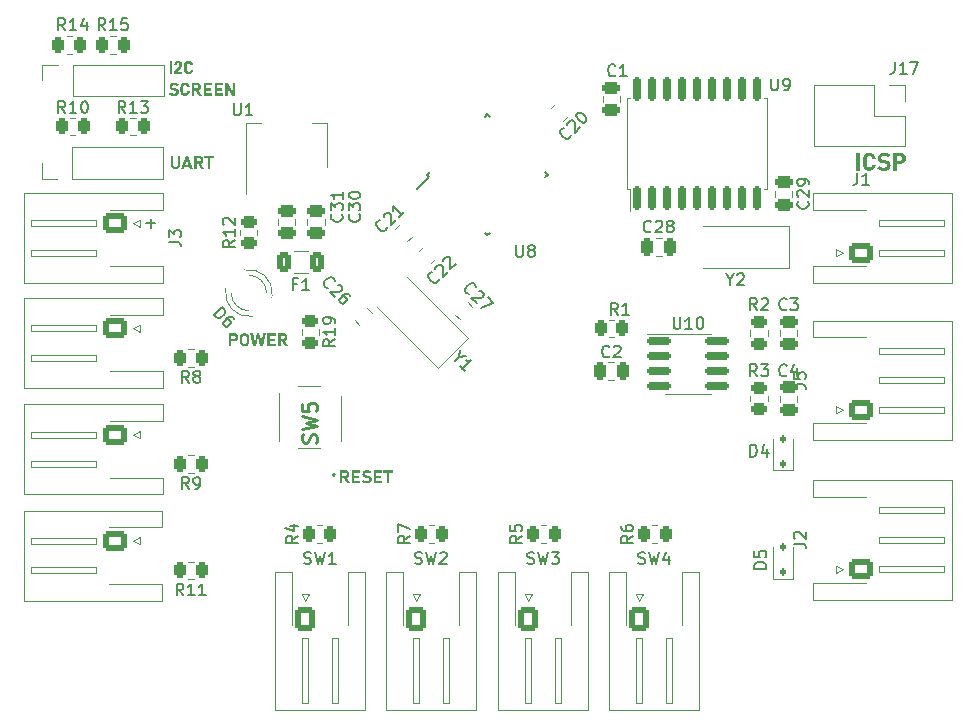
<source format=gto>
G04 #@! TF.GenerationSoftware,KiCad,Pcbnew,7.0.5*
G04 #@! TF.CreationDate,2024-08-04T19:03:28+08:00*
G04 #@! TF.ProjectId,Vehicle_Control_Unit_VCU_V1,56656869-636c-4655-9f43-6f6e74726f6c,rev?*
G04 #@! TF.SameCoordinates,Original*
G04 #@! TF.FileFunction,Legend,Top*
G04 #@! TF.FilePolarity,Positive*
%FSLAX46Y46*%
G04 Gerber Fmt 4.6, Leading zero omitted, Abs format (unit mm)*
G04 Created by KiCad (PCBNEW 7.0.5) date 2024-08-04 19:03:28*
%MOMM*%
%LPD*%
G01*
G04 APERTURE LIST*
G04 Aperture macros list*
%AMRoundRect*
0 Rectangle with rounded corners*
0 $1 Rounding radius*
0 $2 $3 $4 $5 $6 $7 $8 $9 X,Y pos of 4 corners*
0 Add a 4 corners polygon primitive as box body*
4,1,4,$2,$3,$4,$5,$6,$7,$8,$9,$2,$3,0*
0 Add four circle primitives for the rounded corners*
1,1,$1+$1,$2,$3*
1,1,$1+$1,$4,$5*
1,1,$1+$1,$6,$7*
1,1,$1+$1,$8,$9*
0 Add four rect primitives between the rounded corners*
20,1,$1+$1,$2,$3,$4,$5,0*
20,1,$1+$1,$4,$5,$6,$7,0*
20,1,$1+$1,$6,$7,$8,$9,0*
20,1,$1+$1,$8,$9,$2,$3,0*%
%AMRotRect*
0 Rectangle, with rotation*
0 The origin of the aperture is its center*
0 $1 length*
0 $2 width*
0 $3 Rotation angle, in degrees counterclockwise*
0 Add horizontal line*
21,1,$1,$2,0,0,$3*%
G04 Aperture macros list end*
%ADD10C,0.300000*%
%ADD11C,0.275000*%
%ADD12C,0.150000*%
%ADD13C,0.254000*%
%ADD14C,0.120000*%
%ADD15C,0.200000*%
%ADD16C,0.100000*%
%ADD17RoundRect,0.250000X-0.750000X0.600000X-0.750000X-0.600000X0.750000X-0.600000X0.750000X0.600000X0*%
%ADD18O,2.000000X1.700000*%
%ADD19RotRect,1.800000X1.800000X135.000000*%
%ADD20C,1.800000*%
%ADD21RoundRect,0.250000X0.725000X-0.600000X0.725000X0.600000X-0.725000X0.600000X-0.725000X-0.600000X0*%
%ADD22O,1.950000X1.700000*%
%ADD23RoundRect,0.250000X0.262500X0.450000X-0.262500X0.450000X-0.262500X-0.450000X0.262500X-0.450000X0*%
%ADD24R,1.000000X1.700000*%
%ADD25RoundRect,0.250000X0.750000X-0.600000X0.750000X0.600000X-0.750000X0.600000X-0.750000X-0.600000X0*%
%ADD26RoundRect,0.250000X0.159099X-0.512652X0.512652X-0.159099X-0.159099X0.512652X-0.512652X0.159099X0*%
%ADD27R,1.500000X2.000000*%
%ADD28R,3.800000X2.000000*%
%ADD29RoundRect,0.250000X-0.159099X0.512652X-0.512652X0.159099X0.159099X-0.512652X0.512652X-0.159099X0*%
%ADD30RoundRect,0.250000X-0.600000X-0.750000X0.600000X-0.750000X0.600000X0.750000X-0.600000X0.750000X0*%
%ADD31O,1.700000X2.000000*%
%ADD32RoundRect,0.250000X0.475000X-0.250000X0.475000X0.250000X-0.475000X0.250000X-0.475000X-0.250000X0*%
%ADD33RoundRect,0.250000X-0.250000X-0.475000X0.250000X-0.475000X0.250000X0.475000X-0.250000X0.475000X0*%
%ADD34RoundRect,0.250000X-0.512652X-0.159099X-0.159099X-0.512652X0.512652X0.159099X0.159099X0.512652X0*%
%ADD35RoundRect,0.150000X0.150000X-0.875000X0.150000X0.875000X-0.150000X0.875000X-0.150000X-0.875000X0*%
%ADD36RotRect,3.500000X2.400000X135.000000*%
%ADD37R,1.700000X1.700000*%
%ADD38O,1.700000X1.700000*%
%ADD39RoundRect,0.150000X-0.825000X-0.150000X0.825000X-0.150000X0.825000X0.150000X-0.825000X0.150000X0*%
%ADD40RoundRect,0.250000X0.450000X-0.262500X0.450000X0.262500X-0.450000X0.262500X-0.450000X-0.262500X0*%
%ADD41RoundRect,0.250000X-0.375000X-0.625000X0.375000X-0.625000X0.375000X0.625000X-0.375000X0.625000X0*%
%ADD42RoundRect,0.250000X-0.450000X0.262500X-0.450000X-0.262500X0.450000X-0.262500X0.450000X0.262500X0*%
%ADD43RoundRect,0.250000X-0.475000X0.250000X-0.475000X-0.250000X0.475000X-0.250000X0.475000X0.250000X0*%
%ADD44R,3.500000X2.400000*%
%ADD45RoundRect,0.250000X-0.262500X-0.450000X0.262500X-0.450000X0.262500X0.450000X-0.262500X0.450000X0*%
%ADD46RoundRect,0.112500X0.112500X-0.187500X0.112500X0.187500X-0.112500X0.187500X-0.112500X-0.187500X0*%
%ADD47RotRect,1.600000X0.550000X45.000000*%
%ADD48RotRect,1.600000X0.550000X135.000000*%
G04 APERTURE END LIST*
D10*
G36*
X185384874Y-87653897D02*
G01*
X185384874Y-89145000D01*
X185093614Y-89145000D01*
X185093614Y-87653897D01*
X185384874Y-87653897D01*
G37*
G36*
X186200034Y-89160387D02*
G01*
X186178845Y-89160133D01*
X186158051Y-89159374D01*
X186137652Y-89158107D01*
X186117648Y-89156334D01*
X186098039Y-89154054D01*
X186078825Y-89151268D01*
X186060006Y-89147975D01*
X186041582Y-89144175D01*
X186023553Y-89139869D01*
X186005919Y-89135056D01*
X185988679Y-89129737D01*
X185971835Y-89123911D01*
X185955386Y-89117578D01*
X185939332Y-89110739D01*
X185923673Y-89103393D01*
X185908408Y-89095540D01*
X185893564Y-89087157D01*
X185879162Y-89078310D01*
X185865205Y-89068999D01*
X185851691Y-89059224D01*
X185838620Y-89048986D01*
X185825994Y-89038284D01*
X185813811Y-89027119D01*
X185802071Y-89015490D01*
X185790775Y-89003397D01*
X185779923Y-88990840D01*
X185769515Y-88977820D01*
X185759550Y-88964336D01*
X185750029Y-88950389D01*
X185740951Y-88935977D01*
X185732317Y-88921102D01*
X185724127Y-88905764D01*
X185716452Y-88889947D01*
X185709272Y-88873730D01*
X185702588Y-88857112D01*
X185696398Y-88840093D01*
X185690704Y-88822673D01*
X185685504Y-88804853D01*
X185680800Y-88786632D01*
X185676591Y-88768011D01*
X185672878Y-88748988D01*
X185669659Y-88729565D01*
X185666936Y-88709742D01*
X185664707Y-88689517D01*
X185662974Y-88668892D01*
X185661737Y-88647866D01*
X185660994Y-88626439D01*
X185660746Y-88604612D01*
X185660746Y-88195383D01*
X185660994Y-88173427D01*
X185661737Y-88151889D01*
X185662974Y-88130769D01*
X185664707Y-88110066D01*
X185666936Y-88089782D01*
X185669659Y-88069915D01*
X185672878Y-88050466D01*
X185676591Y-88031435D01*
X185680800Y-88012822D01*
X185685504Y-87994627D01*
X185690704Y-87976850D01*
X185696398Y-87959491D01*
X185702588Y-87942549D01*
X185709272Y-87926025D01*
X185716452Y-87909920D01*
X185724127Y-87894232D01*
X185732317Y-87878936D01*
X185740951Y-87864098D01*
X185750029Y-87849719D01*
X185759550Y-87835797D01*
X185769515Y-87822333D01*
X185779923Y-87809327D01*
X185790775Y-87796779D01*
X185802071Y-87784689D01*
X185813811Y-87773057D01*
X185825994Y-87761883D01*
X185838620Y-87751167D01*
X185851691Y-87740908D01*
X185865205Y-87731108D01*
X185879162Y-87721766D01*
X185893564Y-87712882D01*
X185908408Y-87704455D01*
X185923673Y-87696514D01*
X185939332Y-87689085D01*
X185955386Y-87682169D01*
X185971835Y-87675764D01*
X185988679Y-87669872D01*
X186005919Y-87664493D01*
X186023553Y-87659626D01*
X186041582Y-87655271D01*
X186060006Y-87651428D01*
X186078825Y-87648098D01*
X186098039Y-87645280D01*
X186117648Y-87642975D01*
X186137652Y-87641182D01*
X186158051Y-87639901D01*
X186178845Y-87639132D01*
X186200034Y-87638876D01*
X186217590Y-87639112D01*
X186234902Y-87639821D01*
X186251971Y-87641001D01*
X186268796Y-87642654D01*
X186285379Y-87644779D01*
X186301718Y-87647377D01*
X186317813Y-87650447D01*
X186333666Y-87653989D01*
X186349275Y-87658003D01*
X186364641Y-87662489D01*
X186379763Y-87667448D01*
X186394643Y-87672879D01*
X186409278Y-87678782D01*
X186423671Y-87685158D01*
X186437821Y-87692006D01*
X186451727Y-87699326D01*
X186465362Y-87707096D01*
X186478700Y-87715292D01*
X186491740Y-87723914D01*
X186504483Y-87732963D01*
X186516928Y-87742438D01*
X186529075Y-87752340D01*
X186540925Y-87762668D01*
X186552477Y-87773423D01*
X186563731Y-87784605D01*
X186574688Y-87796212D01*
X186585347Y-87808246D01*
X186595708Y-87820707D01*
X186605771Y-87833594D01*
X186615537Y-87846908D01*
X186625005Y-87860648D01*
X186634176Y-87874815D01*
X186643068Y-87889342D01*
X186651607Y-87904255D01*
X186659794Y-87919555D01*
X186667630Y-87935242D01*
X186675113Y-87951315D01*
X186682244Y-87967774D01*
X186689023Y-87984619D01*
X186695450Y-88001851D01*
X186701526Y-88019470D01*
X186707249Y-88037475D01*
X186712620Y-88055866D01*
X186717638Y-88074643D01*
X186722305Y-88093807D01*
X186726620Y-88113358D01*
X186730583Y-88133295D01*
X186734193Y-88153618D01*
X186442934Y-88153618D01*
X186438618Y-88135208D01*
X186433729Y-88117531D01*
X186428268Y-88100587D01*
X186422234Y-88084375D01*
X186415628Y-88068896D01*
X186408450Y-88054150D01*
X186400699Y-88040136D01*
X186392376Y-88026856D01*
X186383543Y-88014313D01*
X186374264Y-88002515D01*
X186364538Y-87991462D01*
X186351752Y-87978691D01*
X186338270Y-87967083D01*
X186324089Y-87956637D01*
X186309211Y-87947355D01*
X186293698Y-87939333D01*
X186277612Y-87932672D01*
X186260954Y-87927369D01*
X186243723Y-87923427D01*
X186225920Y-87920843D01*
X186211266Y-87919756D01*
X186200034Y-87919511D01*
X186178379Y-87920149D01*
X186157651Y-87922061D01*
X186137850Y-87925249D01*
X186118976Y-87929712D01*
X186101030Y-87935450D01*
X186084011Y-87942463D01*
X186067920Y-87950751D01*
X186052756Y-87960315D01*
X186038519Y-87971153D01*
X186025210Y-87983267D01*
X186016852Y-87992051D01*
X186005263Y-88006102D01*
X185994815Y-88021190D01*
X185985506Y-88037315D01*
X185977336Y-88054476D01*
X185970307Y-88072675D01*
X185964418Y-88091910D01*
X185959668Y-88112182D01*
X185956059Y-88133491D01*
X185954286Y-88148273D01*
X185953019Y-88163515D01*
X185952259Y-88179219D01*
X185952006Y-88195383D01*
X185952006Y-88604612D01*
X185952259Y-88620775D01*
X185953019Y-88636474D01*
X185954286Y-88651710D01*
X185956059Y-88666482D01*
X185959668Y-88687770D01*
X185964418Y-88708016D01*
X185970307Y-88727218D01*
X185977336Y-88745376D01*
X185985506Y-88762492D01*
X185994815Y-88778564D01*
X186005263Y-88793592D01*
X186016852Y-88807578D01*
X186029543Y-88820411D01*
X186043162Y-88831981D01*
X186057708Y-88842290D01*
X186073181Y-88851336D01*
X186089581Y-88859119D01*
X186106909Y-88865641D01*
X186125164Y-88870900D01*
X186144347Y-88874897D01*
X186164457Y-88877632D01*
X186185494Y-88879105D01*
X186200034Y-88879385D01*
X186217091Y-88878851D01*
X186233638Y-88877247D01*
X186249677Y-88874575D01*
X186265207Y-88870833D01*
X186280228Y-88866022D01*
X186294741Y-88860143D01*
X186308745Y-88853194D01*
X186322240Y-88845176D01*
X186335226Y-88836089D01*
X186347704Y-88825933D01*
X186355739Y-88818569D01*
X186367338Y-88806653D01*
X186378228Y-88793848D01*
X186388409Y-88780154D01*
X186397883Y-88765572D01*
X186406647Y-88750101D01*
X186414704Y-88733741D01*
X186422052Y-88716493D01*
X186428691Y-88698356D01*
X186434623Y-88679330D01*
X186439846Y-88659415D01*
X186442934Y-88645645D01*
X186734193Y-88645645D01*
X186730450Y-88665838D01*
X186726362Y-88685659D01*
X186721932Y-88705108D01*
X186717158Y-88724184D01*
X186712040Y-88742889D01*
X186706579Y-88761221D01*
X186700774Y-88779182D01*
X186694626Y-88796770D01*
X186688135Y-88813987D01*
X186681300Y-88830831D01*
X186674121Y-88847303D01*
X186666599Y-88863403D01*
X186658734Y-88879131D01*
X186650525Y-88894486D01*
X186641973Y-88909470D01*
X186633077Y-88924082D01*
X186623908Y-88938293D01*
X186614444Y-88952074D01*
X186604685Y-88965427D01*
X186594632Y-88978350D01*
X186584283Y-88990843D01*
X186573640Y-89002907D01*
X186562702Y-89014542D01*
X186551469Y-89025748D01*
X186539942Y-89036524D01*
X186528119Y-89046871D01*
X186516002Y-89056789D01*
X186503590Y-89066277D01*
X186490883Y-89075336D01*
X186477882Y-89083966D01*
X186464585Y-89092166D01*
X186450994Y-89099937D01*
X186437177Y-89107257D01*
X186423110Y-89114105D01*
X186408795Y-89120480D01*
X186394230Y-89126384D01*
X186379417Y-89131815D01*
X186364354Y-89136773D01*
X186349043Y-89141260D01*
X186333483Y-89145274D01*
X186317673Y-89148816D01*
X186301615Y-89151886D01*
X186285307Y-89154483D01*
X186268751Y-89156609D01*
X186251945Y-89158262D01*
X186234891Y-89159442D01*
X186217587Y-89160151D01*
X186200034Y-89160387D01*
G37*
G36*
X187417463Y-89160387D02*
G01*
X187397512Y-89160197D01*
X187377638Y-89159627D01*
X187357841Y-89158677D01*
X187338122Y-89157347D01*
X187318480Y-89155637D01*
X187298915Y-89153548D01*
X187279428Y-89151078D01*
X187260018Y-89148228D01*
X187240685Y-89144998D01*
X187221429Y-89141389D01*
X187208635Y-89138771D01*
X187189648Y-89134545D01*
X187170880Y-89129970D01*
X187152330Y-89125048D01*
X187134000Y-89119778D01*
X187115889Y-89114160D01*
X187097996Y-89108194D01*
X187080323Y-89101881D01*
X187062868Y-89095220D01*
X187045632Y-89088211D01*
X187028616Y-89080854D01*
X187017393Y-89075757D01*
X187000852Y-89067843D01*
X186984613Y-89059627D01*
X186968678Y-89051108D01*
X186953045Y-89042286D01*
X186937714Y-89033161D01*
X186922686Y-89023734D01*
X186907961Y-89014005D01*
X186893539Y-89003972D01*
X186879419Y-88993637D01*
X186865602Y-88982999D01*
X186856559Y-88975739D01*
X186986618Y-88744197D01*
X187002996Y-88757171D01*
X187019845Y-88769579D01*
X187037163Y-88781420D01*
X187054951Y-88792694D01*
X187073210Y-88803402D01*
X187091938Y-88813543D01*
X187111137Y-88823117D01*
X187130806Y-88832124D01*
X187150945Y-88840565D01*
X187164632Y-88845877D01*
X187178528Y-88850938D01*
X187185554Y-88853374D01*
X187199684Y-88858032D01*
X187213862Y-88862390D01*
X187228088Y-88866447D01*
X187242364Y-88870203D01*
X187256688Y-88873660D01*
X187271060Y-88876815D01*
X187285482Y-88879670D01*
X187299952Y-88882225D01*
X187314470Y-88884479D01*
X187329037Y-88886432D01*
X187343653Y-88888085D01*
X187358318Y-88889438D01*
X187373031Y-88890489D01*
X187387793Y-88891241D01*
X187402604Y-88891692D01*
X187417463Y-88891842D01*
X187434396Y-88891660D01*
X187450848Y-88891115D01*
X187466819Y-88890206D01*
X187482309Y-88888934D01*
X187497319Y-88887298D01*
X187511847Y-88885299D01*
X187532739Y-88881618D01*
X187552548Y-88877120D01*
X187571276Y-88871804D01*
X187588921Y-88865670D01*
X187605485Y-88858718D01*
X187620967Y-88850948D01*
X187630687Y-88845314D01*
X187644240Y-88836186D01*
X187656460Y-88826389D01*
X187667347Y-88815921D01*
X187676900Y-88804784D01*
X187687565Y-88788893D01*
X187695860Y-88771812D01*
X187701784Y-88753539D01*
X187704673Y-88739054D01*
X187706228Y-88723898D01*
X187706524Y-88713422D01*
X187706524Y-88712323D01*
X187705929Y-88696673D01*
X187704143Y-88681961D01*
X187700236Y-88664891D01*
X187694469Y-88649289D01*
X187686841Y-88635153D01*
X187677353Y-88622484D01*
X187668422Y-88613405D01*
X187656031Y-88603081D01*
X187642441Y-88593634D01*
X187627652Y-88585064D01*
X187611665Y-88577370D01*
X187598012Y-88571845D01*
X187583592Y-88566882D01*
X187568405Y-88562480D01*
X187552760Y-88558445D01*
X187536783Y-88554581D01*
X187520474Y-88550888D01*
X187503833Y-88547368D01*
X187486860Y-88544019D01*
X187469555Y-88540842D01*
X187451918Y-88537837D01*
X187433949Y-88535003D01*
X187417581Y-88532407D01*
X187401174Y-88529701D01*
X187384728Y-88526885D01*
X187368244Y-88523961D01*
X187351721Y-88520926D01*
X187335160Y-88517782D01*
X187318560Y-88514529D01*
X187301921Y-88511166D01*
X187285243Y-88507694D01*
X187268527Y-88504112D01*
X187257362Y-88501664D01*
X187240792Y-88497680D01*
X187224466Y-88493283D01*
X187208386Y-88488475D01*
X187192550Y-88483254D01*
X187176958Y-88477621D01*
X187161612Y-88471576D01*
X187146510Y-88465119D01*
X187131653Y-88458250D01*
X187117041Y-88450968D01*
X187102673Y-88443275D01*
X187093230Y-88437916D01*
X187079471Y-88429414D01*
X187066221Y-88420254D01*
X187053480Y-88410437D01*
X187041247Y-88399963D01*
X187029523Y-88388833D01*
X187018308Y-88377046D01*
X187007601Y-88364601D01*
X186997403Y-88351500D01*
X186987714Y-88337742D01*
X186978534Y-88323327D01*
X186972697Y-88313353D01*
X186964578Y-88297695D01*
X186957258Y-88281084D01*
X186950736Y-88263520D01*
X186945013Y-88245003D01*
X186940089Y-88225533D01*
X186935963Y-88205109D01*
X186932636Y-88183733D01*
X186930861Y-88168952D01*
X186929441Y-88153748D01*
X186928377Y-88138120D01*
X186927667Y-88122069D01*
X186927312Y-88105594D01*
X186927267Y-88097198D01*
X186927267Y-88096099D01*
X186927828Y-88069191D01*
X186929511Y-88043056D01*
X186932316Y-88017694D01*
X186936243Y-87993104D01*
X186941292Y-87969288D01*
X186947463Y-87946244D01*
X186954756Y-87923973D01*
X186963171Y-87902475D01*
X186972708Y-87881750D01*
X186983367Y-87861797D01*
X186995148Y-87842617D01*
X187008051Y-87824211D01*
X187022076Y-87806576D01*
X187037223Y-87789715D01*
X187053491Y-87773626D01*
X187070882Y-87758311D01*
X187089298Y-87743848D01*
X187108641Y-87730318D01*
X187128911Y-87717722D01*
X187150109Y-87706058D01*
X187172234Y-87695328D01*
X187195286Y-87685530D01*
X187219266Y-87676666D01*
X187244173Y-87668735D01*
X187270007Y-87661737D01*
X187296769Y-87655671D01*
X187324458Y-87650540D01*
X187353074Y-87646341D01*
X187367730Y-87644591D01*
X187382618Y-87643075D01*
X187397738Y-87641792D01*
X187413089Y-87640742D01*
X187428673Y-87639926D01*
X187444488Y-87639343D01*
X187460535Y-87638993D01*
X187476814Y-87638876D01*
X187491942Y-87639035D01*
X187507102Y-87639511D01*
X187522293Y-87640306D01*
X187537516Y-87641418D01*
X187552770Y-87642847D01*
X187568056Y-87644595D01*
X187583373Y-87646660D01*
X187598722Y-87649043D01*
X187614102Y-87651743D01*
X187629513Y-87654761D01*
X187644956Y-87658097D01*
X187660431Y-87661751D01*
X187675937Y-87665722D01*
X187691475Y-87670011D01*
X187707044Y-87674618D01*
X187722644Y-87679542D01*
X187738238Y-87684714D01*
X187753694Y-87690156D01*
X187769012Y-87695866D01*
X187784193Y-87701845D01*
X187799237Y-87708093D01*
X187814144Y-87714610D01*
X187828913Y-87721397D01*
X187843545Y-87728452D01*
X187858039Y-87735776D01*
X187872396Y-87743370D01*
X187886615Y-87751232D01*
X187900697Y-87759364D01*
X187914642Y-87767765D01*
X187928449Y-87776434D01*
X187942119Y-87785373D01*
X187955652Y-87794581D01*
X187836950Y-88032351D01*
X187820736Y-88021265D01*
X187804381Y-88010674D01*
X187787884Y-88000579D01*
X187771245Y-87990981D01*
X187754464Y-87981878D01*
X187737542Y-87973271D01*
X187720478Y-87965160D01*
X187703273Y-87957544D01*
X187685926Y-87950425D01*
X187668437Y-87943801D01*
X187656699Y-87939661D01*
X187639181Y-87933899D01*
X187621798Y-87928704D01*
X187604551Y-87924076D01*
X187587439Y-87920015D01*
X187570462Y-87916520D01*
X187553620Y-87913592D01*
X187536914Y-87911231D01*
X187520343Y-87909436D01*
X187503907Y-87908208D01*
X187487606Y-87907547D01*
X187476814Y-87907421D01*
X187460920Y-87907587D01*
X187445478Y-87908085D01*
X187430489Y-87908915D01*
X187408853Y-87910783D01*
X187388234Y-87913397D01*
X187368633Y-87916759D01*
X187350049Y-87920868D01*
X187332483Y-87925723D01*
X187315934Y-87931326D01*
X187300403Y-87937676D01*
X187285889Y-87944773D01*
X187276779Y-87949919D01*
X187264143Y-87958190D01*
X187249228Y-87970160D01*
X187236522Y-87983206D01*
X187226026Y-87997328D01*
X187217740Y-88012527D01*
X187211664Y-88028801D01*
X187207797Y-88046152D01*
X187206140Y-88064579D01*
X187206071Y-88069354D01*
X187206071Y-88070453D01*
X187206729Y-88087861D01*
X187208704Y-88104182D01*
X187211995Y-88119414D01*
X187216604Y-88133559D01*
X187224215Y-88149711D01*
X187233884Y-88164164D01*
X187245610Y-88176917D01*
X187248203Y-88179263D01*
X187261986Y-88190256D01*
X187277004Y-88200336D01*
X187289907Y-88207744D01*
X187303599Y-88214567D01*
X187318082Y-88220807D01*
X187333355Y-88226463D01*
X187349418Y-88231535D01*
X187357745Y-88233852D01*
X187374850Y-88238299D01*
X187392275Y-88242667D01*
X187410021Y-88246955D01*
X187428087Y-88251162D01*
X187446474Y-88255290D01*
X187465182Y-88259337D01*
X187484210Y-88263304D01*
X187498691Y-88266226D01*
X187503558Y-88267191D01*
X187519692Y-88270350D01*
X187535806Y-88273644D01*
X187551900Y-88277073D01*
X187567976Y-88280637D01*
X187584032Y-88284337D01*
X187600068Y-88288172D01*
X187616086Y-88292142D01*
X187632084Y-88296248D01*
X187648062Y-88300489D01*
X187664022Y-88304865D01*
X187674651Y-88307857D01*
X187690527Y-88312574D01*
X187706146Y-88317659D01*
X187721508Y-88323110D01*
X187736612Y-88328929D01*
X187751458Y-88335114D01*
X187766047Y-88341667D01*
X187780378Y-88348587D01*
X187794452Y-88355874D01*
X187808268Y-88363528D01*
X187821826Y-88371549D01*
X187830722Y-88377100D01*
X187843725Y-88385849D01*
X187856220Y-88395196D01*
X187868206Y-88405143D01*
X187879683Y-88415688D01*
X187890651Y-88426833D01*
X187901111Y-88438576D01*
X187911062Y-88450918D01*
X187920504Y-88463860D01*
X187929437Y-88477400D01*
X187937862Y-88491539D01*
X187943196Y-88501297D01*
X187950725Y-88516482D01*
X187957514Y-88532497D01*
X187963562Y-88549343D01*
X187968870Y-88567020D01*
X187973437Y-88585527D01*
X187977263Y-88604866D01*
X187980349Y-88625035D01*
X187982694Y-88646034D01*
X187984299Y-88667865D01*
X187984957Y-88682880D01*
X187985286Y-88698264D01*
X187985327Y-88706095D01*
X187985327Y-88708293D01*
X187984746Y-88734799D01*
X187983003Y-88760552D01*
X187980098Y-88785552D01*
X187976031Y-88809799D01*
X187970802Y-88833294D01*
X187964410Y-88856035D01*
X187956857Y-88878024D01*
X187948142Y-88899261D01*
X187938264Y-88919744D01*
X187927224Y-88939475D01*
X187915023Y-88958453D01*
X187901659Y-88976678D01*
X187887133Y-88994150D01*
X187871445Y-89010870D01*
X187854596Y-89026837D01*
X187836584Y-89042051D01*
X187817558Y-89056381D01*
X187797577Y-89069786D01*
X187776640Y-89082267D01*
X187754747Y-89093823D01*
X187731898Y-89104455D01*
X187708093Y-89114162D01*
X187683332Y-89122945D01*
X187657615Y-89130803D01*
X187630942Y-89137737D01*
X187603313Y-89143746D01*
X187574728Y-89148831D01*
X187560077Y-89151026D01*
X187545187Y-89152991D01*
X187530058Y-89154724D01*
X187514690Y-89156227D01*
X187499083Y-89157498D01*
X187483237Y-89158538D01*
X187467152Y-89159347D01*
X187450828Y-89159925D01*
X187434265Y-89160271D01*
X187417463Y-89160387D01*
G37*
G36*
X188349127Y-88566510D02*
G01*
X188349127Y-88296133D01*
X188825767Y-88296133D01*
X188844280Y-88295338D01*
X188861900Y-88292951D01*
X188878627Y-88288972D01*
X188894460Y-88283402D01*
X188909401Y-88276241D01*
X188923449Y-88267488D01*
X188936604Y-88257144D01*
X188948866Y-88245209D01*
X188959942Y-88231900D01*
X188969542Y-88217617D01*
X188977665Y-88202361D01*
X188984311Y-88186133D01*
X188989480Y-88168931D01*
X188993173Y-88150756D01*
X188995388Y-88131607D01*
X188996080Y-88116607D01*
X188996127Y-88111486D01*
X188995714Y-88095786D01*
X188994478Y-88080698D01*
X188991547Y-88061533D01*
X188987151Y-88043455D01*
X188981289Y-88026465D01*
X188973961Y-88010563D01*
X188965169Y-87995748D01*
X188954911Y-87982020D01*
X188949232Y-87975565D01*
X188937125Y-87963629D01*
X188924067Y-87953285D01*
X188910060Y-87944533D01*
X188895102Y-87937371D01*
X188879193Y-87931801D01*
X188862335Y-87927823D01*
X188844526Y-87925436D01*
X188825767Y-87924640D01*
X188349127Y-87924640D01*
X188349127Y-87653897D01*
X188818806Y-87653897D01*
X188836297Y-87654120D01*
X188853508Y-87654790D01*
X188870438Y-87655906D01*
X188887087Y-87657469D01*
X188903456Y-87659478D01*
X188919545Y-87661934D01*
X188935353Y-87664836D01*
X188950881Y-87668185D01*
X188966128Y-87671980D01*
X188981094Y-87676222D01*
X188995780Y-87680911D01*
X189010186Y-87686045D01*
X189024311Y-87691627D01*
X189038155Y-87697655D01*
X189051719Y-87704129D01*
X189065003Y-87711050D01*
X189078007Y-87718327D01*
X189090643Y-87725962D01*
X189108903Y-87738085D01*
X189126333Y-87751014D01*
X189142932Y-87764747D01*
X189158701Y-87779285D01*
X189173638Y-87794628D01*
X189187745Y-87810777D01*
X189201021Y-87827730D01*
X189213466Y-87845488D01*
X189225081Y-87864052D01*
X189228768Y-87870418D01*
X189235866Y-87883381D01*
X189242506Y-87896625D01*
X189248689Y-87910149D01*
X189254413Y-87923953D01*
X189259680Y-87938038D01*
X189264488Y-87952404D01*
X189268839Y-87967050D01*
X189272732Y-87981976D01*
X189276166Y-87997183D01*
X189279143Y-88012671D01*
X189281662Y-88028439D01*
X189283722Y-88044487D01*
X189285325Y-88060816D01*
X189286470Y-88077425D01*
X189287157Y-88094315D01*
X189287386Y-88111486D01*
X189287157Y-88128523D01*
X189286470Y-88145289D01*
X189285325Y-88161782D01*
X189283722Y-88178004D01*
X189281662Y-88193954D01*
X189279143Y-88209631D01*
X189276166Y-88225037D01*
X189272732Y-88240171D01*
X189268839Y-88255033D01*
X189264488Y-88269624D01*
X189259680Y-88283942D01*
X189254413Y-88297988D01*
X189248689Y-88311763D01*
X189242506Y-88325265D01*
X189235866Y-88338496D01*
X189228768Y-88351454D01*
X189221257Y-88364097D01*
X189209305Y-88382384D01*
X189196528Y-88399860D01*
X189182926Y-88416525D01*
X189168501Y-88432378D01*
X189153251Y-88447420D01*
X189137177Y-88461650D01*
X189120278Y-88475069D01*
X189102555Y-88487676D01*
X189084008Y-88499472D01*
X189071185Y-88506885D01*
X189064637Y-88510457D01*
X189051312Y-88517244D01*
X189037715Y-88523594D01*
X189023846Y-88529506D01*
X189009705Y-88534980D01*
X188995292Y-88540016D01*
X188980608Y-88544614D01*
X188965651Y-88548775D01*
X188950423Y-88552497D01*
X188934922Y-88555781D01*
X188919150Y-88558628D01*
X188903106Y-88561036D01*
X188886790Y-88563007D01*
X188870202Y-88564540D01*
X188853342Y-88565634D01*
X188836210Y-88566291D01*
X188818806Y-88566510D01*
X188349127Y-88566510D01*
G37*
G36*
X188220900Y-89145000D02*
G01*
X188220900Y-87653897D01*
X188501901Y-87653897D01*
X188501901Y-89145000D01*
X188220900Y-89145000D01*
G37*
D11*
G36*
X132064396Y-103588774D02*
G01*
X132064396Y-103390498D01*
X132413932Y-103390498D01*
X132427508Y-103389914D01*
X132440429Y-103388164D01*
X132452695Y-103385246D01*
X132464307Y-103381162D01*
X132475263Y-103375910D01*
X132485565Y-103369491D01*
X132495212Y-103361906D01*
X132504204Y-103353153D01*
X132512327Y-103343393D01*
X132519367Y-103332919D01*
X132525324Y-103321732D01*
X132530198Y-103309830D01*
X132533988Y-103297216D01*
X132536696Y-103283887D01*
X132538320Y-103269845D01*
X132538828Y-103258845D01*
X132538862Y-103255090D01*
X132538560Y-103243576D01*
X132537653Y-103232512D01*
X132535504Y-103218457D01*
X132532280Y-103205200D01*
X132527981Y-103192741D01*
X132522608Y-103181079D01*
X132516160Y-103170215D01*
X132508637Y-103160148D01*
X132504473Y-103155414D01*
X132495594Y-103146661D01*
X132486019Y-103139076D01*
X132475746Y-103132657D01*
X132464777Y-103127405D01*
X132453111Y-103123321D01*
X132440748Y-103120403D01*
X132427688Y-103118653D01*
X132413932Y-103118069D01*
X132064396Y-103118069D01*
X132064396Y-102919524D01*
X132408827Y-102919524D01*
X132421654Y-102919688D01*
X132434275Y-102920179D01*
X132446690Y-102920998D01*
X132458900Y-102922144D01*
X132470904Y-102923617D01*
X132482702Y-102925418D01*
X132494295Y-102927547D01*
X132505682Y-102930002D01*
X132516863Y-102932786D01*
X132527838Y-102935896D01*
X132538608Y-102939334D01*
X132549172Y-102943100D01*
X132559531Y-102947193D01*
X132569683Y-102951613D01*
X132579630Y-102956361D01*
X132589371Y-102961436D01*
X132598908Y-102966773D01*
X132608174Y-102972372D01*
X132621565Y-102981262D01*
X132634347Y-102990743D01*
X132646520Y-103000814D01*
X132658083Y-103011476D01*
X132669037Y-103022727D01*
X132679382Y-103034569D01*
X132689118Y-103047002D01*
X132698245Y-103060025D01*
X132706762Y-103073638D01*
X132709466Y-103078307D01*
X132714671Y-103087813D01*
X132719541Y-103097525D01*
X132724074Y-103107442D01*
X132728272Y-103117566D01*
X132732134Y-103127895D01*
X132735661Y-103138429D01*
X132738851Y-103149170D01*
X132741706Y-103160116D01*
X132744224Y-103171267D01*
X132746407Y-103182625D01*
X132748254Y-103194188D01*
X132749766Y-103205957D01*
X132750941Y-103217932D01*
X132751781Y-103230112D01*
X132752284Y-103242498D01*
X132752452Y-103255090D01*
X132752284Y-103267584D01*
X132751781Y-103279878D01*
X132750941Y-103291974D01*
X132749766Y-103303869D01*
X132748254Y-103315566D01*
X132746407Y-103327063D01*
X132744224Y-103338361D01*
X132741706Y-103349459D01*
X132738851Y-103360358D01*
X132735661Y-103371057D01*
X132732134Y-103381557D01*
X132728272Y-103391858D01*
X132724074Y-103401959D01*
X132719541Y-103411861D01*
X132714671Y-103421563D01*
X132709466Y-103431066D01*
X132703958Y-103440338D01*
X132695193Y-103453748D01*
X132685823Y-103466564D01*
X132675849Y-103478785D01*
X132665270Y-103490410D01*
X132654087Y-103501441D01*
X132642299Y-103511877D01*
X132629907Y-103521717D01*
X132616910Y-103530962D01*
X132603309Y-103539613D01*
X132593905Y-103545049D01*
X132589103Y-103547668D01*
X132579331Y-103552646D01*
X132569360Y-103557302D01*
X132559189Y-103561638D01*
X132548820Y-103565652D01*
X132538250Y-103569345D01*
X132527481Y-103572717D01*
X132516513Y-103575768D01*
X132505346Y-103578498D01*
X132493979Y-103580906D01*
X132482413Y-103582994D01*
X132470647Y-103584760D01*
X132458682Y-103586205D01*
X132446517Y-103587329D01*
X132434153Y-103588132D01*
X132421590Y-103588614D01*
X132408827Y-103588774D01*
X132064396Y-103588774D01*
G37*
G36*
X131970362Y-104013000D02*
G01*
X131970362Y-102919524D01*
X132176430Y-102919524D01*
X132176430Y-104013000D01*
X131970362Y-104013000D01*
G37*
G36*
X133305518Y-102908704D02*
G01*
X133320205Y-102909290D01*
X133334652Y-102910266D01*
X133348860Y-102911632D01*
X133362828Y-102913389D01*
X133376558Y-102915536D01*
X133390048Y-102918074D01*
X133403299Y-102921002D01*
X133416310Y-102924320D01*
X133429082Y-102928029D01*
X133441615Y-102932129D01*
X133453909Y-102936618D01*
X133465963Y-102941498D01*
X133477778Y-102946769D01*
X133489354Y-102952430D01*
X133500690Y-102958481D01*
X133511782Y-102964886D01*
X133522557Y-102971608D01*
X133533015Y-102978647D01*
X133543157Y-102986003D01*
X133552981Y-102993675D01*
X133562488Y-103001665D01*
X133571678Y-103009972D01*
X133580552Y-103018595D01*
X133589108Y-103027536D01*
X133597348Y-103036793D01*
X133605270Y-103046368D01*
X133612876Y-103056259D01*
X133620164Y-103066467D01*
X133627136Y-103076993D01*
X133633791Y-103087835D01*
X133640129Y-103098994D01*
X133646147Y-103110434D01*
X133651778Y-103122120D01*
X133657020Y-103134052D01*
X133661874Y-103146229D01*
X133666339Y-103158652D01*
X133670417Y-103171320D01*
X133674106Y-103184234D01*
X133677406Y-103197393D01*
X133680318Y-103210798D01*
X133682842Y-103224449D01*
X133684978Y-103238345D01*
X133686726Y-103252487D01*
X133688085Y-103266874D01*
X133689055Y-103281507D01*
X133689638Y-103296386D01*
X133689832Y-103311510D01*
X133689832Y-103621283D01*
X133689638Y-103636279D01*
X133689055Y-103651042D01*
X133688085Y-103665572D01*
X133686726Y-103679869D01*
X133684978Y-103693933D01*
X133682842Y-103707764D01*
X133680318Y-103721362D01*
X133677406Y-103734728D01*
X133674106Y-103747860D01*
X133670417Y-103760759D01*
X133666339Y-103773425D01*
X133661874Y-103785858D01*
X133657020Y-103798058D01*
X133651778Y-103810026D01*
X133646147Y-103821760D01*
X133640129Y-103833261D01*
X133633791Y-103844485D01*
X133627136Y-103855388D01*
X133620164Y-103865970D01*
X133612876Y-103876231D01*
X133605270Y-103886171D01*
X133597348Y-103895789D01*
X133589108Y-103905087D01*
X133580552Y-103914063D01*
X133571678Y-103922718D01*
X133562488Y-103931052D01*
X133552981Y-103939065D01*
X133543157Y-103946756D01*
X133533015Y-103954127D01*
X133522557Y-103961176D01*
X133511782Y-103967904D01*
X133500690Y-103974311D01*
X133489354Y-103980363D01*
X133477778Y-103986024D01*
X133465963Y-103991294D01*
X133453909Y-103996174D01*
X133441615Y-104000664D01*
X133429082Y-104004763D01*
X133416310Y-104008472D01*
X133403299Y-104011790D01*
X133390048Y-104014719D01*
X133376558Y-104017256D01*
X133362828Y-104019403D01*
X133348860Y-104021160D01*
X133334652Y-104022527D01*
X133320205Y-104023503D01*
X133305518Y-104024088D01*
X133290593Y-104024284D01*
X133275666Y-104024088D01*
X133260976Y-104023503D01*
X133246524Y-104022527D01*
X133232309Y-104021160D01*
X133218331Y-104019403D01*
X133204590Y-104017256D01*
X133191086Y-104014719D01*
X133177820Y-104011790D01*
X133164790Y-104008472D01*
X133151998Y-104004763D01*
X133139443Y-104000664D01*
X133127126Y-103996174D01*
X133115045Y-103991294D01*
X133103202Y-103986024D01*
X133091595Y-103980363D01*
X133080226Y-103974311D01*
X133069166Y-103967904D01*
X133058418Y-103961176D01*
X133047983Y-103954127D01*
X133037861Y-103946756D01*
X133028051Y-103939065D01*
X133018555Y-103931052D01*
X133009371Y-103922718D01*
X133000499Y-103914063D01*
X132991941Y-103905087D01*
X132983695Y-103895789D01*
X132975762Y-103886171D01*
X132968142Y-103876231D01*
X132960834Y-103865970D01*
X132953839Y-103855388D01*
X132947157Y-103844485D01*
X132940788Y-103833261D01*
X132934802Y-103821760D01*
X132929202Y-103810026D01*
X132923988Y-103798058D01*
X132919160Y-103785858D01*
X132914719Y-103773425D01*
X132910664Y-103760759D01*
X132906995Y-103747860D01*
X132903712Y-103734728D01*
X132900815Y-103721362D01*
X132898305Y-103707764D01*
X132896181Y-103693933D01*
X132894443Y-103679869D01*
X132893091Y-103665572D01*
X132892126Y-103651042D01*
X132891546Y-103636279D01*
X132891419Y-103626387D01*
X133104944Y-103626387D01*
X133105390Y-103642311D01*
X133106729Y-103657639D01*
X133108960Y-103672372D01*
X133112084Y-103686510D01*
X133116101Y-103700053D01*
X133121010Y-103713001D01*
X133126812Y-103725354D01*
X133133506Y-103737112D01*
X133141093Y-103748275D01*
X133149573Y-103758842D01*
X133155722Y-103765557D01*
X133165533Y-103774968D01*
X133175925Y-103783453D01*
X133186898Y-103791012D01*
X133198452Y-103797646D01*
X133210587Y-103803354D01*
X133223303Y-103808137D01*
X133236600Y-103811993D01*
X133250477Y-103814925D01*
X133264936Y-103816930D01*
X133279975Y-103818010D01*
X133290324Y-103818216D01*
X133305892Y-103817753D01*
X133320861Y-103816365D01*
X133335229Y-103814050D01*
X133348998Y-103810811D01*
X133362168Y-103806645D01*
X133374737Y-103801554D01*
X133386706Y-103795538D01*
X133398076Y-103788595D01*
X133408846Y-103780727D01*
X133419017Y-103771934D01*
X133425464Y-103765557D01*
X133434538Y-103755386D01*
X133442720Y-103744620D01*
X133450010Y-103733259D01*
X133456406Y-103721303D01*
X133461911Y-103708751D01*
X133466522Y-103695605D01*
X133470242Y-103681864D01*
X133473068Y-103667527D01*
X133475002Y-103652596D01*
X133476043Y-103637069D01*
X133476242Y-103626387D01*
X133476242Y-103306136D01*
X133476043Y-103295391D01*
X133475002Y-103279780D01*
X133473068Y-103264778D01*
X133470242Y-103250386D01*
X133466522Y-103236603D01*
X133461911Y-103223429D01*
X133456406Y-103210864D01*
X133450010Y-103198909D01*
X133442720Y-103187563D01*
X133434538Y-103176826D01*
X133425464Y-103166698D01*
X133415696Y-103157335D01*
X133405332Y-103148894D01*
X133394374Y-103141373D01*
X133382821Y-103134773D01*
X133370673Y-103129094D01*
X133357929Y-103124336D01*
X133344591Y-103120499D01*
X133330658Y-103117582D01*
X133316129Y-103115587D01*
X133301006Y-103114513D01*
X133290593Y-103114308D01*
X133275118Y-103114768D01*
X133260229Y-103116150D01*
X133245926Y-103118452D01*
X133232208Y-103121675D01*
X133219076Y-103125819D01*
X133206529Y-103130884D01*
X133194568Y-103136870D01*
X133183193Y-103143777D01*
X133172403Y-103151605D01*
X133162199Y-103160354D01*
X133155722Y-103166698D01*
X133146647Y-103176826D01*
X133138465Y-103187563D01*
X133131176Y-103198909D01*
X133124779Y-103210864D01*
X133119275Y-103223429D01*
X133114663Y-103236603D01*
X133110944Y-103250386D01*
X133108117Y-103264778D01*
X133106183Y-103279780D01*
X133105142Y-103295391D01*
X133104944Y-103306136D01*
X133104944Y-103626387D01*
X132891419Y-103626387D01*
X132891353Y-103621283D01*
X132891353Y-103311510D01*
X132891546Y-103296386D01*
X132892126Y-103281507D01*
X132893091Y-103266874D01*
X132894443Y-103252487D01*
X132896181Y-103238345D01*
X132898305Y-103224449D01*
X132900815Y-103210798D01*
X132903712Y-103197393D01*
X132906995Y-103184234D01*
X132910664Y-103171320D01*
X132914719Y-103158652D01*
X132919160Y-103146229D01*
X132923988Y-103134052D01*
X132929202Y-103122120D01*
X132934802Y-103110434D01*
X132940788Y-103098994D01*
X132947157Y-103087835D01*
X132953839Y-103076993D01*
X132960834Y-103066467D01*
X132968142Y-103056259D01*
X132975762Y-103046368D01*
X132983695Y-103036793D01*
X132991941Y-103027536D01*
X133000499Y-103018595D01*
X133009371Y-103009972D01*
X133018555Y-103001665D01*
X133028051Y-102993675D01*
X133037861Y-102986003D01*
X133047983Y-102978647D01*
X133058418Y-102971608D01*
X133069166Y-102964886D01*
X133080226Y-102958481D01*
X133091595Y-102952430D01*
X133103202Y-102946769D01*
X133115045Y-102941498D01*
X133127126Y-102936618D01*
X133139443Y-102932129D01*
X133151998Y-102928029D01*
X133164790Y-102924320D01*
X133177820Y-102921002D01*
X133191086Y-102918074D01*
X133204590Y-102915536D01*
X133218331Y-102913389D01*
X133232309Y-102911632D01*
X133246524Y-102910266D01*
X133260976Y-102909290D01*
X133275666Y-102908704D01*
X133290593Y-102908509D01*
X133305518Y-102908704D01*
G37*
G36*
X134147909Y-103648956D02*
G01*
X134356933Y-102919524D01*
X134522163Y-102919524D01*
X134731454Y-103648956D01*
X134871967Y-102919524D01*
X135083946Y-102919524D01*
X134832205Y-104013000D01*
X134637958Y-104013000D01*
X134443981Y-103248910D01*
X134241137Y-104013000D01*
X134047159Y-104013000D01*
X133795150Y-102919524D01*
X134007128Y-102919524D01*
X134147909Y-103648956D01*
G37*
G36*
X135219085Y-104013000D02*
G01*
X135219085Y-102919524D01*
X135425153Y-102919524D01*
X135425153Y-104013000D01*
X135219085Y-104013000D01*
G37*
G36*
X135293506Y-104013000D02*
G01*
X135293506Y-103814454D01*
X135951472Y-103814454D01*
X135951472Y-104013000D01*
X135293506Y-104013000D01*
G37*
G36*
X135293506Y-103569430D02*
G01*
X135293506Y-103370885D01*
X135868722Y-103370885D01*
X135868722Y-103569430D01*
X135293506Y-103569430D01*
G37*
G36*
X135293506Y-103118069D02*
G01*
X135293506Y-102919524D01*
X135951472Y-102919524D01*
X135951472Y-103118069D01*
X135293506Y-103118069D01*
G37*
G36*
X136220945Y-103573191D02*
G01*
X136220945Y-103374646D01*
X136601378Y-103374646D01*
X136613103Y-103374096D01*
X136624231Y-103372447D01*
X136634764Y-103369697D01*
X136647091Y-103364713D01*
X136658487Y-103358011D01*
X136668952Y-103349590D01*
X136676653Y-103341616D01*
X136678485Y-103339451D01*
X136685298Y-103330232D01*
X136691230Y-103320308D01*
X136696280Y-103309679D01*
X136700449Y-103298345D01*
X136703736Y-103286305D01*
X136706141Y-103273560D01*
X136707665Y-103260110D01*
X136708307Y-103245955D01*
X136707854Y-103231867D01*
X136706494Y-103218484D01*
X136704227Y-103205806D01*
X136701053Y-103193833D01*
X136696973Y-103182566D01*
X136691986Y-103172004D01*
X136686092Y-103162147D01*
X136679291Y-103152996D01*
X136671727Y-103144684D01*
X136663541Y-103137480D01*
X136652434Y-103130034D01*
X136640358Y-103124320D01*
X136629997Y-103120995D01*
X136619015Y-103118779D01*
X136607412Y-103117670D01*
X136601378Y-103117532D01*
X136220945Y-103117532D01*
X136220945Y-102918987D01*
X136618035Y-102918987D01*
X136629297Y-102919145D01*
X136640381Y-102919621D01*
X136651286Y-102920413D01*
X136662013Y-102921522D01*
X136677768Y-102923781D01*
X136693122Y-102926752D01*
X136708075Y-102930437D01*
X136722626Y-102934834D01*
X136736776Y-102939945D01*
X136750525Y-102945769D01*
X136763872Y-102952306D01*
X136776817Y-102959556D01*
X136789343Y-102967455D01*
X136801331Y-102975940D01*
X136812780Y-102985011D01*
X136823691Y-102994667D01*
X136834064Y-103004909D01*
X136843898Y-103015736D01*
X136853194Y-103027150D01*
X136861951Y-103039148D01*
X136870170Y-103051733D01*
X136877851Y-103064903D01*
X136882672Y-103074008D01*
X136889394Y-103088028D01*
X136895455Y-103102482D01*
X136900854Y-103117371D01*
X136905593Y-103132695D01*
X136908384Y-103143152D01*
X136910882Y-103153802D01*
X136913086Y-103164645D01*
X136914996Y-103175682D01*
X136916612Y-103186911D01*
X136917935Y-103198334D01*
X136918963Y-103209949D01*
X136919698Y-103221758D01*
X136920139Y-103233760D01*
X136920286Y-103245955D01*
X136920137Y-103258182D01*
X136919690Y-103270215D01*
X136918944Y-103282052D01*
X136917901Y-103293694D01*
X136916560Y-103305140D01*
X136914921Y-103316392D01*
X136912983Y-103327448D01*
X136910748Y-103338309D01*
X136908214Y-103348975D01*
X136905383Y-103359446D01*
X136900577Y-103374786D01*
X136895100Y-103389687D01*
X136888953Y-103404148D01*
X136882135Y-103418170D01*
X136874770Y-103431685D01*
X136866881Y-103444624D01*
X136858467Y-103456986D01*
X136849530Y-103468772D01*
X136840068Y-103479982D01*
X136830082Y-103490616D01*
X136819571Y-103500674D01*
X136808537Y-103510155D01*
X136796978Y-103519061D01*
X136784895Y-103527390D01*
X136776549Y-103532623D01*
X136763651Y-103539873D01*
X136750347Y-103546410D01*
X136736637Y-103552234D01*
X136722521Y-103557344D01*
X136707999Y-103561742D01*
X136693071Y-103565426D01*
X136677736Y-103568398D01*
X136661996Y-103570656D01*
X136651276Y-103571765D01*
X136640376Y-103572558D01*
X136629296Y-103573033D01*
X136618035Y-103573191D01*
X136220945Y-103573191D01*
G37*
G36*
X136139002Y-104013000D02*
G01*
X136139002Y-102918987D01*
X136345069Y-102918987D01*
X136345069Y-104013000D01*
X136139002Y-104013000D01*
G37*
G36*
X136716367Y-104013000D02*
G01*
X136450924Y-103539339D01*
X136671231Y-103504681D01*
X136966228Y-104013000D01*
X136716367Y-104013000D01*
G37*
G36*
X127453750Y-89024284D02*
G01*
X127441962Y-89024180D01*
X127430342Y-89023868D01*
X127418888Y-89023348D01*
X127407603Y-89022621D01*
X127396484Y-89021686D01*
X127385533Y-89020543D01*
X127374749Y-89019192D01*
X127353684Y-89015868D01*
X127333289Y-89011712D01*
X127313563Y-89006725D01*
X127294506Y-89000906D01*
X127276119Y-88994257D01*
X127258402Y-88986776D01*
X127241354Y-88978464D01*
X127224976Y-88969321D01*
X127209267Y-88959347D01*
X127194228Y-88948541D01*
X127179859Y-88936905D01*
X127166159Y-88924437D01*
X127159560Y-88917891D01*
X127146937Y-88904250D01*
X127135128Y-88889925D01*
X127124134Y-88874915D01*
X127113954Y-88859221D01*
X127104588Y-88842843D01*
X127096037Y-88825780D01*
X127088300Y-88808034D01*
X127081378Y-88789603D01*
X127075270Y-88770488D01*
X127069976Y-88750688D01*
X127065497Y-88730204D01*
X127061832Y-88709036D01*
X127060305Y-88698196D01*
X127058982Y-88687184D01*
X127057862Y-88676001D01*
X127056946Y-88664647D01*
X127056233Y-88653123D01*
X127055724Y-88641427D01*
X127055419Y-88629560D01*
X127055317Y-88617521D01*
X127055317Y-87919524D01*
X127261385Y-87919524D01*
X127261385Y-88622626D01*
X127261581Y-88634216D01*
X127262170Y-88645475D01*
X127263151Y-88656406D01*
X127265359Y-88672183D01*
X127268450Y-88687220D01*
X127272424Y-88701514D01*
X127277281Y-88715068D01*
X127283022Y-88727879D01*
X127289645Y-88739950D01*
X127297152Y-88751279D01*
X127305542Y-88761866D01*
X127311625Y-88768512D01*
X127321412Y-88777779D01*
X127331930Y-88786134D01*
X127343180Y-88793578D01*
X127355162Y-88800110D01*
X127367876Y-88805731D01*
X127381323Y-88810440D01*
X127395501Y-88814238D01*
X127410411Y-88817124D01*
X127426053Y-88819099D01*
X127436888Y-88819909D01*
X127448048Y-88820315D01*
X127453750Y-88820365D01*
X127465140Y-88820163D01*
X127476205Y-88819555D01*
X127486944Y-88818542D01*
X127502443Y-88816264D01*
X127517210Y-88813073D01*
X127531245Y-88808972D01*
X127544548Y-88803959D01*
X127557119Y-88798034D01*
X127568958Y-88791198D01*
X127580065Y-88783450D01*
X127590440Y-88774791D01*
X127596950Y-88768512D01*
X127606025Y-88758419D01*
X127614207Y-88747585D01*
X127621496Y-88736009D01*
X127627893Y-88723691D01*
X127633397Y-88710632D01*
X127638009Y-88696832D01*
X127641728Y-88682290D01*
X127644554Y-88667007D01*
X127646488Y-88650982D01*
X127647282Y-88639887D01*
X127647678Y-88628462D01*
X127647728Y-88622626D01*
X127647728Y-87919524D01*
X127853796Y-87919524D01*
X127853796Y-88617521D01*
X127853693Y-88629560D01*
X127853386Y-88641427D01*
X127852875Y-88653123D01*
X127852159Y-88664647D01*
X127851238Y-88676001D01*
X127850112Y-88687184D01*
X127848782Y-88698196D01*
X127847247Y-88709036D01*
X127845507Y-88719706D01*
X127841414Y-88740532D01*
X127836503Y-88760673D01*
X127830773Y-88780131D01*
X127824224Y-88798904D01*
X127816857Y-88816993D01*
X127808671Y-88834397D01*
X127799666Y-88851118D01*
X127789843Y-88867154D01*
X127779201Y-88882505D01*
X127767741Y-88897173D01*
X127755462Y-88911156D01*
X127749016Y-88917891D01*
X127735615Y-88930775D01*
X127721540Y-88942827D01*
X127706792Y-88954048D01*
X127691370Y-88964438D01*
X127675274Y-88973997D01*
X127658504Y-88982724D01*
X127641061Y-88990620D01*
X127622943Y-88997685D01*
X127604153Y-89003919D01*
X127584688Y-89009322D01*
X127564549Y-89013894D01*
X127543737Y-89017634D01*
X127533078Y-89019192D01*
X127522251Y-89020543D01*
X127511255Y-89021686D01*
X127500091Y-89022621D01*
X127488759Y-89023348D01*
X127477258Y-89023868D01*
X127465588Y-89024180D01*
X127453750Y-89024284D01*
G37*
G36*
X127929023Y-89013000D02*
G01*
X128347069Y-87919524D01*
X128477909Y-87919524D01*
X128895956Y-89013000D01*
X128674305Y-89013000D01*
X128412623Y-88266374D01*
X128150942Y-89013000D01*
X127929023Y-89013000D01*
G37*
G36*
X128129717Y-88837829D02*
G01*
X128129717Y-88639284D01*
X128704933Y-88639284D01*
X128704933Y-88837829D01*
X128129717Y-88837829D01*
G37*
G36*
X129112501Y-88573191D02*
G01*
X129112501Y-88374646D01*
X129492934Y-88374646D01*
X129504659Y-88374096D01*
X129515787Y-88372447D01*
X129526320Y-88369697D01*
X129538647Y-88364713D01*
X129550044Y-88358011D01*
X129560508Y-88349590D01*
X129568209Y-88341616D01*
X129570041Y-88339451D01*
X129576855Y-88330232D01*
X129582786Y-88320308D01*
X129587836Y-88309679D01*
X129592005Y-88298345D01*
X129595292Y-88286305D01*
X129597697Y-88273560D01*
X129599221Y-88260110D01*
X129599863Y-88245955D01*
X129599410Y-88231867D01*
X129598050Y-88218484D01*
X129595783Y-88205806D01*
X129592609Y-88193833D01*
X129588529Y-88182566D01*
X129583542Y-88172004D01*
X129577648Y-88162147D01*
X129570847Y-88152996D01*
X129563283Y-88144684D01*
X129555097Y-88137480D01*
X129543991Y-88130034D01*
X129531914Y-88124320D01*
X129521553Y-88120995D01*
X129510571Y-88118779D01*
X129498968Y-88117670D01*
X129492934Y-88117532D01*
X129112501Y-88117532D01*
X129112501Y-87918987D01*
X129509591Y-87918987D01*
X129520853Y-87919145D01*
X129531937Y-87919621D01*
X129542842Y-87920413D01*
X129553569Y-87921522D01*
X129569324Y-87923781D01*
X129584678Y-87926752D01*
X129599631Y-87930437D01*
X129614183Y-87934834D01*
X129628332Y-87939945D01*
X129642081Y-87945769D01*
X129655428Y-87952306D01*
X129668374Y-87959556D01*
X129680900Y-87967455D01*
X129692887Y-87975940D01*
X129704337Y-87985011D01*
X129715248Y-87994667D01*
X129725620Y-88004909D01*
X129735454Y-88015736D01*
X129744750Y-88027150D01*
X129753507Y-88039148D01*
X129761726Y-88051733D01*
X129769407Y-88064903D01*
X129774228Y-88074008D01*
X129780950Y-88088028D01*
X129787011Y-88102482D01*
X129792411Y-88117371D01*
X129797149Y-88132695D01*
X129799941Y-88143152D01*
X129802438Y-88153802D01*
X129804642Y-88164645D01*
X129806552Y-88175682D01*
X129808169Y-88186911D01*
X129809491Y-88198334D01*
X129810519Y-88209949D01*
X129811254Y-88221758D01*
X129811695Y-88233760D01*
X129811842Y-88245955D01*
X129811693Y-88258182D01*
X129811246Y-88270215D01*
X129810501Y-88282052D01*
X129809457Y-88293694D01*
X129808116Y-88305140D01*
X129806477Y-88316392D01*
X129804540Y-88327448D01*
X129802304Y-88338309D01*
X129799771Y-88348975D01*
X129796939Y-88359446D01*
X129792133Y-88374786D01*
X129786656Y-88389687D01*
X129780509Y-88404148D01*
X129773691Y-88418170D01*
X129766326Y-88431685D01*
X129758437Y-88444624D01*
X129750023Y-88456986D01*
X129741086Y-88468772D01*
X129731624Y-88479982D01*
X129721638Y-88490616D01*
X129711128Y-88500674D01*
X129700093Y-88510155D01*
X129688534Y-88519061D01*
X129676451Y-88527390D01*
X129668105Y-88532623D01*
X129655207Y-88539873D01*
X129641904Y-88546410D01*
X129628194Y-88552234D01*
X129614078Y-88557344D01*
X129599555Y-88561742D01*
X129584627Y-88565426D01*
X129569293Y-88568398D01*
X129553552Y-88570656D01*
X129542833Y-88571765D01*
X129531933Y-88572558D01*
X129520852Y-88573033D01*
X129509591Y-88573191D01*
X129112501Y-88573191D01*
G37*
G36*
X129030558Y-89013000D02*
G01*
X129030558Y-87918987D01*
X129236625Y-87918987D01*
X129236625Y-89013000D01*
X129030558Y-89013000D01*
G37*
G36*
X129607923Y-89013000D02*
G01*
X129342480Y-88539339D01*
X129562787Y-88504681D01*
X129857784Y-89013000D01*
X129607923Y-89013000D01*
G37*
G36*
X130181528Y-89013000D02*
G01*
X130181528Y-88009259D01*
X130387595Y-88009259D01*
X130387595Y-89013000D01*
X130181528Y-89013000D01*
G37*
G36*
X129883845Y-88118069D02*
G01*
X129883845Y-87919524D01*
X130685547Y-87919524D01*
X130685547Y-88118069D01*
X129883845Y-88118069D01*
G37*
G36*
X127168907Y-79871524D02*
G01*
X127168907Y-80965000D01*
X126955317Y-80965000D01*
X126955317Y-79871524D01*
X127168907Y-79871524D01*
G37*
G36*
X127354556Y-80965000D02*
G01*
X127354556Y-80779351D01*
X127729884Y-80286078D01*
X127737578Y-80275705D01*
X127744708Y-80265240D01*
X127751274Y-80254684D01*
X127757276Y-80244035D01*
X127762713Y-80233295D01*
X127767587Y-80222463D01*
X127769378Y-80218105D01*
X127773403Y-80207231D01*
X127776746Y-80196606D01*
X127779856Y-80184186D01*
X127781985Y-80172124D01*
X127783131Y-80160421D01*
X127783349Y-80152819D01*
X127783349Y-80151475D01*
X127782900Y-80140708D01*
X127781075Y-80128134D01*
X127777847Y-80116543D01*
X127773215Y-80105937D01*
X127767179Y-80096315D01*
X127759739Y-80087676D01*
X127754602Y-80082965D01*
X127745112Y-80075999D01*
X127734441Y-80070214D01*
X127722590Y-80065610D01*
X127709558Y-80062186D01*
X127698282Y-80060297D01*
X127686251Y-80059163D01*
X127673464Y-80058785D01*
X127661127Y-80059310D01*
X127649368Y-80060884D01*
X127638189Y-80063508D01*
X127627589Y-80067181D01*
X127617569Y-80071904D01*
X127608128Y-80077676D01*
X127599266Y-80084498D01*
X127590983Y-80092369D01*
X127583444Y-80101142D01*
X127576677Y-80110806D01*
X127570682Y-80121360D01*
X127565460Y-80132803D01*
X127561010Y-80145137D01*
X127557333Y-80158360D01*
X127554428Y-80172473D01*
X127552756Y-80183643D01*
X127552295Y-80187477D01*
X127552295Y-80188283D01*
X127341123Y-80188283D01*
X127341123Y-80187477D01*
X127342739Y-80168305D01*
X127344968Y-80149679D01*
X127347810Y-80131598D01*
X127351265Y-80114064D01*
X127355333Y-80097075D01*
X127360014Y-80080631D01*
X127365307Y-80064734D01*
X127371214Y-80049382D01*
X127377733Y-80034576D01*
X127384865Y-80020315D01*
X127392611Y-80006601D01*
X127400969Y-79993432D01*
X127409940Y-79980809D01*
X127419523Y-79968731D01*
X127429720Y-79957200D01*
X127440530Y-79946214D01*
X127451886Y-79935835D01*
X127463656Y-79926127D01*
X127475840Y-79917087D01*
X127488437Y-79908718D01*
X127501447Y-79901018D01*
X127514871Y-79893987D01*
X127528708Y-79887626D01*
X127542959Y-79881935D01*
X127557624Y-79876913D01*
X127572701Y-79872561D01*
X127588193Y-79868879D01*
X127604098Y-79865865D01*
X127620416Y-79863522D01*
X127637148Y-79861848D01*
X127654293Y-79860844D01*
X127671852Y-79860509D01*
X127690857Y-79860800D01*
X127709319Y-79861672D01*
X127727237Y-79863125D01*
X127744611Y-79865160D01*
X127761441Y-79867777D01*
X127777728Y-79870974D01*
X127793471Y-79874754D01*
X127808671Y-79879114D01*
X127823327Y-79884056D01*
X127837439Y-79889580D01*
X127851008Y-79895684D01*
X127864033Y-79902371D01*
X127876515Y-79909638D01*
X127888453Y-79917487D01*
X127899847Y-79925918D01*
X127910697Y-79934930D01*
X127920946Y-79944473D01*
X127930533Y-79954496D01*
X127939458Y-79965000D01*
X127947723Y-79975985D01*
X127955327Y-79987451D01*
X127962269Y-79999397D01*
X127968550Y-80011824D01*
X127974170Y-80024732D01*
X127979129Y-80038120D01*
X127983426Y-80051989D01*
X127987063Y-80066338D01*
X127990038Y-80081169D01*
X127992352Y-80096479D01*
X127994005Y-80112271D01*
X127994997Y-80128543D01*
X127995327Y-80145296D01*
X127995327Y-80146102D01*
X127995098Y-80160047D01*
X127994411Y-80173972D01*
X127993266Y-80187879D01*
X127991663Y-80201767D01*
X127989601Y-80215635D01*
X127987082Y-80229485D01*
X127984104Y-80243317D01*
X127980668Y-80257129D01*
X127976774Y-80270922D01*
X127972423Y-80284697D01*
X127969267Y-80293869D01*
X127964247Y-80307499D01*
X127958858Y-80320883D01*
X127953101Y-80334021D01*
X127946976Y-80346914D01*
X127940482Y-80359561D01*
X127933620Y-80371963D01*
X127926390Y-80384119D01*
X127918791Y-80396030D01*
X127910824Y-80407695D01*
X127902488Y-80419114D01*
X127896727Y-80426591D01*
X127627522Y-80766454D01*
X128001238Y-80766454D01*
X128001238Y-80965000D01*
X127354556Y-80965000D01*
G37*
G36*
X128561946Y-80976284D02*
G01*
X128546408Y-80976098D01*
X128531159Y-80975540D01*
X128516200Y-80974612D01*
X128501530Y-80973311D01*
X128487150Y-80971640D01*
X128473060Y-80969596D01*
X128459259Y-80967181D01*
X128445748Y-80964395D01*
X128432527Y-80961237D01*
X128419595Y-80957708D01*
X128406953Y-80953807D01*
X128394600Y-80949534D01*
X128382538Y-80944890D01*
X128370765Y-80939875D01*
X128359281Y-80934488D01*
X128348087Y-80928729D01*
X128337201Y-80922582D01*
X128326640Y-80916094D01*
X128316405Y-80909266D01*
X128306494Y-80902098D01*
X128296909Y-80894590D01*
X128287650Y-80886742D01*
X128278716Y-80878554D01*
X128270107Y-80870026D01*
X128261823Y-80861158D01*
X128253865Y-80851949D01*
X128246232Y-80842401D01*
X128238925Y-80832513D01*
X128231942Y-80822285D01*
X128225286Y-80811717D01*
X128218954Y-80800808D01*
X128212948Y-80789560D01*
X128207319Y-80777961D01*
X128202054Y-80766068D01*
X128197152Y-80753882D01*
X128192613Y-80741401D01*
X128188437Y-80728627D01*
X128184624Y-80715559D01*
X128181175Y-80702197D01*
X128178088Y-80688541D01*
X128175365Y-80674591D01*
X128173005Y-80660348D01*
X128171007Y-80645810D01*
X128169373Y-80630979D01*
X128168102Y-80615854D01*
X128167195Y-80600435D01*
X128166650Y-80584722D01*
X128166468Y-80568715D01*
X128166468Y-80268614D01*
X128166650Y-80252513D01*
X128167195Y-80236718D01*
X128168102Y-80221230D01*
X128169373Y-80206048D01*
X128171007Y-80191173D01*
X128173005Y-80176604D01*
X128175365Y-80162342D01*
X128178088Y-80148386D01*
X128181175Y-80134736D01*
X128184624Y-80121393D01*
X128188437Y-80108356D01*
X128192613Y-80095626D01*
X128197152Y-80083202D01*
X128202054Y-80071085D01*
X128207319Y-80059274D01*
X128212948Y-80047770D01*
X128218954Y-80036553D01*
X128225286Y-80025672D01*
X128231942Y-80015127D01*
X128238925Y-80004918D01*
X128246232Y-79995044D01*
X128253865Y-79985506D01*
X128261823Y-79976304D01*
X128270107Y-79967438D01*
X128278716Y-79958908D01*
X128287650Y-79950714D01*
X128296909Y-79942855D01*
X128306494Y-79935333D01*
X128316405Y-79928146D01*
X128326640Y-79921295D01*
X128337201Y-79914780D01*
X128348087Y-79908600D01*
X128359281Y-79902777D01*
X128370765Y-79897329D01*
X128382538Y-79892257D01*
X128394600Y-79887560D01*
X128406953Y-79883240D01*
X128419595Y-79879295D01*
X128432527Y-79875725D01*
X128445748Y-79872532D01*
X128459259Y-79869714D01*
X128473060Y-79867272D01*
X128487150Y-79865205D01*
X128501530Y-79863515D01*
X128516200Y-79862200D01*
X128531159Y-79861260D01*
X128546408Y-79860697D01*
X128561946Y-79860509D01*
X128574820Y-79860682D01*
X128587516Y-79861202D01*
X128600033Y-79862067D01*
X128612372Y-79863280D01*
X128624532Y-79864838D01*
X128636514Y-79866743D01*
X128648318Y-79868994D01*
X128659943Y-79871591D01*
X128671389Y-79874535D01*
X128682658Y-79877825D01*
X128693748Y-79881462D01*
X128704659Y-79885445D01*
X128715392Y-79889774D01*
X128725947Y-79894449D01*
X128736323Y-79899471D01*
X128746521Y-79904839D01*
X128756520Y-79910537D01*
X128766301Y-79916547D01*
X128775864Y-79922870D01*
X128785209Y-79929506D01*
X128794335Y-79936455D01*
X128803243Y-79943716D01*
X128811933Y-79951290D01*
X128820404Y-79959177D01*
X128828657Y-79967377D01*
X128836692Y-79975889D01*
X128844509Y-79984714D01*
X128852107Y-79993852D01*
X128859487Y-80003302D01*
X128866649Y-80013066D01*
X128873592Y-80023142D01*
X128880317Y-80033531D01*
X128886837Y-80044184D01*
X128893100Y-80055120D01*
X128899104Y-80066340D01*
X128904850Y-80077844D01*
X128910337Y-80089631D01*
X128915567Y-80101701D01*
X128920538Y-80114054D01*
X128925252Y-80126691D01*
X128929707Y-80139611D01*
X128933904Y-80152815D01*
X128937842Y-80166301D01*
X128941523Y-80180072D01*
X128944945Y-80194125D01*
X128948109Y-80208462D01*
X128951015Y-80223083D01*
X128953663Y-80237986D01*
X128740073Y-80237986D01*
X128736908Y-80224486D01*
X128733323Y-80211523D01*
X128729318Y-80199097D01*
X128724893Y-80187208D01*
X128720049Y-80175857D01*
X128714784Y-80165043D01*
X128709100Y-80154767D01*
X128702997Y-80145027D01*
X128696519Y-80135830D01*
X128689714Y-80127178D01*
X128682582Y-80119072D01*
X128673206Y-80109706D01*
X128663319Y-80101194D01*
X128652920Y-80093534D01*
X128642009Y-80086727D01*
X128630633Y-80080844D01*
X128618837Y-80075959D01*
X128606621Y-80072071D01*
X128593985Y-80069179D01*
X128580929Y-80067285D01*
X128570183Y-80066487D01*
X128561946Y-80066308D01*
X128546066Y-80066775D01*
X128530865Y-80068178D01*
X128516344Y-80070516D01*
X128502504Y-80073789D01*
X128489343Y-80077997D01*
X128476863Y-80083140D01*
X128465063Y-80089218D01*
X128453942Y-80096231D01*
X128443502Y-80104179D01*
X128433742Y-80113062D01*
X128427613Y-80119504D01*
X128419114Y-80129808D01*
X128411452Y-80140873D01*
X128404625Y-80152697D01*
X128398635Y-80165282D01*
X128393480Y-80178628D01*
X128389161Y-80192734D01*
X128385678Y-80207600D01*
X128383031Y-80223226D01*
X128381731Y-80234066D01*
X128380802Y-80245244D01*
X128380245Y-80256760D01*
X128380059Y-80268614D01*
X128380059Y-80568715D01*
X128380245Y-80580568D01*
X128380802Y-80592081D01*
X128381731Y-80603254D01*
X128383031Y-80614087D01*
X128385678Y-80629698D01*
X128389161Y-80644545D01*
X128393480Y-80658626D01*
X128398635Y-80671942D01*
X128404625Y-80684494D01*
X128411452Y-80696280D01*
X128419114Y-80707301D01*
X128427613Y-80717557D01*
X128436920Y-80726968D01*
X128446907Y-80735453D01*
X128457573Y-80743012D01*
X128468920Y-80749646D01*
X128480948Y-80755354D01*
X128493655Y-80760137D01*
X128507042Y-80763993D01*
X128521109Y-80766925D01*
X128535856Y-80768930D01*
X128551284Y-80770010D01*
X128561946Y-80770216D01*
X128574454Y-80769824D01*
X128586589Y-80768648D01*
X128598351Y-80766688D01*
X128609740Y-80763944D01*
X128620755Y-80760416D01*
X128631398Y-80756105D01*
X128641667Y-80751009D01*
X128651564Y-80745129D01*
X128661087Y-80738465D01*
X128670237Y-80731018D01*
X128676130Y-80725617D01*
X128684636Y-80716879D01*
X128692622Y-80707488D01*
X128700088Y-80697446D01*
X128707035Y-80686753D01*
X128713463Y-80675407D01*
X128719371Y-80663410D01*
X128724759Y-80650761D01*
X128729628Y-80637461D01*
X128733978Y-80623508D01*
X128737808Y-80608904D01*
X128740073Y-80598806D01*
X128953663Y-80598806D01*
X128950918Y-80613614D01*
X128947920Y-80628150D01*
X128944671Y-80642412D01*
X128941170Y-80656402D01*
X128937417Y-80670118D01*
X128933412Y-80683562D01*
X128929156Y-80696733D01*
X128924647Y-80709631D01*
X128919887Y-80722257D01*
X128914874Y-80734609D01*
X128909610Y-80746689D01*
X128904094Y-80758495D01*
X128898326Y-80770029D01*
X128892306Y-80781290D01*
X128886035Y-80792278D01*
X128879511Y-80802993D01*
X128872787Y-80813415D01*
X128865847Y-80823521D01*
X128858690Y-80833313D01*
X128851318Y-80842790D01*
X128843729Y-80851952D01*
X128835924Y-80860799D01*
X128827903Y-80869331D01*
X128819665Y-80877548D01*
X128811212Y-80885451D01*
X128802542Y-80893039D01*
X128793656Y-80900312D01*
X128784554Y-80907270D01*
X128775236Y-80913913D01*
X128765701Y-80920241D01*
X128755950Y-80926255D01*
X128745983Y-80931953D01*
X128735851Y-80937322D01*
X128725535Y-80942343D01*
X128715037Y-80947019D01*
X128704357Y-80951348D01*
X128693494Y-80955331D01*
X128682448Y-80958967D01*
X128671219Y-80962257D01*
X128659808Y-80965201D01*
X128648215Y-80967798D01*
X128636439Y-80970050D01*
X128624480Y-80971954D01*
X128612338Y-80973513D01*
X128600014Y-80974725D01*
X128587508Y-80975591D01*
X128574818Y-80976110D01*
X128561946Y-80976284D01*
G37*
G36*
X127313988Y-82824284D02*
G01*
X127299357Y-82824144D01*
X127284783Y-82823726D01*
X127270265Y-82823030D01*
X127255804Y-82822054D01*
X127241400Y-82820801D01*
X127227053Y-82819268D01*
X127212762Y-82817457D01*
X127198528Y-82815367D01*
X127184350Y-82812999D01*
X127170230Y-82810352D01*
X127160847Y-82808432D01*
X127146923Y-82805333D01*
X127133160Y-82801978D01*
X127119557Y-82798368D01*
X127106115Y-82794503D01*
X127092833Y-82790384D01*
X127079712Y-82786009D01*
X127066751Y-82781379D01*
X127053951Y-82776494D01*
X127041312Y-82771355D01*
X127028833Y-82765960D01*
X127020603Y-82762221D01*
X127008473Y-82756418D01*
X126996565Y-82750393D01*
X126984879Y-82744145D01*
X126973414Y-82737676D01*
X126962172Y-82730985D01*
X126951152Y-82724072D01*
X126940353Y-82716937D01*
X126929777Y-82709579D01*
X126919422Y-82702000D01*
X126909290Y-82694199D01*
X126902658Y-82688875D01*
X126998035Y-82519078D01*
X127010046Y-82528592D01*
X127022401Y-82537691D01*
X127035101Y-82546375D01*
X127048146Y-82554642D01*
X127061535Y-82562495D01*
X127075270Y-82569931D01*
X127089349Y-82576952D01*
X127103772Y-82583558D01*
X127118541Y-82589748D01*
X127128578Y-82593643D01*
X127138769Y-82597354D01*
X127143921Y-82599140D01*
X127154283Y-82602557D01*
X127164680Y-82605752D01*
X127175113Y-82608727D01*
X127185582Y-82611482D01*
X127196086Y-82614017D01*
X127206626Y-82616331D01*
X127217201Y-82618425D01*
X127227813Y-82620298D01*
X127238460Y-82621951D01*
X127249142Y-82623383D01*
X127259861Y-82624596D01*
X127270615Y-82625587D01*
X127281404Y-82626359D01*
X127292230Y-82626910D01*
X127303091Y-82627240D01*
X127313988Y-82627351D01*
X127326405Y-82627217D01*
X127338470Y-82626817D01*
X127350182Y-82626151D01*
X127361542Y-82625218D01*
X127372549Y-82624018D01*
X127383203Y-82622552D01*
X127398523Y-82619853D01*
X127413050Y-82616555D01*
X127426784Y-82612656D01*
X127439724Y-82608158D01*
X127451871Y-82603059D01*
X127463224Y-82597362D01*
X127470352Y-82593230D01*
X127480291Y-82586536D01*
X127489252Y-82579351D01*
X127497236Y-82571676D01*
X127504242Y-82563508D01*
X127512062Y-82551855D01*
X127518145Y-82539328D01*
X127522490Y-82525929D01*
X127524608Y-82515306D01*
X127525749Y-82504192D01*
X127525966Y-82496510D01*
X127525966Y-82495704D01*
X127525529Y-82484226D01*
X127524220Y-82473438D01*
X127521355Y-82460920D01*
X127517125Y-82449478D01*
X127511531Y-82439112D01*
X127504573Y-82429821D01*
X127498025Y-82423163D01*
X127488937Y-82415593D01*
X127478971Y-82408665D01*
X127468126Y-82402380D01*
X127456402Y-82396738D01*
X127446390Y-82392687D01*
X127435816Y-82389047D01*
X127424678Y-82385819D01*
X127413206Y-82382859D01*
X127401489Y-82380026D01*
X127389529Y-82377318D01*
X127377326Y-82374736D01*
X127364879Y-82372280D01*
X127352189Y-82369951D01*
X127339255Y-82367747D01*
X127326078Y-82365669D01*
X127314074Y-82363765D01*
X127302042Y-82361780D01*
X127289982Y-82359716D01*
X127277894Y-82357571D01*
X127265777Y-82355346D01*
X127253632Y-82353040D01*
X127241459Y-82350655D01*
X127229257Y-82348189D01*
X127217027Y-82345642D01*
X127204768Y-82343016D01*
X127196580Y-82341220D01*
X127184429Y-82338298D01*
X127172457Y-82335074D01*
X127160664Y-82331548D01*
X127149051Y-82327719D01*
X127137618Y-82323589D01*
X127126364Y-82319156D01*
X127115289Y-82314420D01*
X127104394Y-82309383D01*
X127093678Y-82304043D01*
X127083142Y-82298401D01*
X127076217Y-82294472D01*
X127066127Y-82288236D01*
X127056410Y-82281519D01*
X127047067Y-82274320D01*
X127038096Y-82266640D01*
X127029498Y-82258477D01*
X127021274Y-82249833D01*
X127013422Y-82240708D01*
X127005944Y-82231100D01*
X126998839Y-82221011D01*
X126992107Y-82210440D01*
X126987826Y-82203125D01*
X126981872Y-82191643D01*
X126976504Y-82179461D01*
X126971721Y-82166581D01*
X126967525Y-82153002D01*
X126963913Y-82138724D01*
X126960888Y-82123747D01*
X126958448Y-82108070D01*
X126957146Y-82097231D01*
X126956105Y-82086082D01*
X126955324Y-82074621D01*
X126954804Y-82062850D01*
X126954544Y-82050769D01*
X126954511Y-82044612D01*
X126954511Y-82043806D01*
X126954922Y-82024073D01*
X126956157Y-82004908D01*
X126958214Y-81986309D01*
X126961093Y-81968276D01*
X126964796Y-81950811D01*
X126969321Y-81933912D01*
X126974669Y-81917580D01*
X126980840Y-81901815D01*
X126987834Y-81886616D01*
X126995651Y-81871984D01*
X127004290Y-81857919D01*
X127013752Y-81844421D01*
X127024037Y-81831489D01*
X127035145Y-81819124D01*
X127047075Y-81807326D01*
X127059829Y-81796094D01*
X127073333Y-81785488D01*
X127087518Y-81775567D01*
X127102383Y-81766329D01*
X127117928Y-81757776D01*
X127134153Y-81749907D01*
X127151058Y-81742722D01*
X127168643Y-81736222D01*
X127186908Y-81730405D01*
X127205853Y-81725273D01*
X127225479Y-81720826D01*
X127245784Y-81717062D01*
X127266769Y-81713983D01*
X127277517Y-81712700D01*
X127288435Y-81711588D01*
X127299523Y-81710647D01*
X127310780Y-81709877D01*
X127322208Y-81709279D01*
X127333806Y-81708851D01*
X127345574Y-81708594D01*
X127357512Y-81708509D01*
X127368606Y-81708625D01*
X127379723Y-81708975D01*
X127390863Y-81709557D01*
X127402026Y-81710373D01*
X127413213Y-81711421D01*
X127424422Y-81712703D01*
X127435655Y-81714217D01*
X127446911Y-81715964D01*
X127458189Y-81717945D01*
X127469491Y-81720158D01*
X127480816Y-81722604D01*
X127492164Y-81725284D01*
X127503535Y-81728196D01*
X127514930Y-81731341D01*
X127526347Y-81734720D01*
X127537787Y-81738331D01*
X127549223Y-81742124D01*
X127560557Y-81746114D01*
X127571791Y-81750301D01*
X127582923Y-81754686D01*
X127593956Y-81759268D01*
X127604887Y-81764047D01*
X127615718Y-81769024D01*
X127626448Y-81774198D01*
X127637077Y-81779569D01*
X127647605Y-81785138D01*
X127658033Y-81790904D01*
X127668360Y-81796867D01*
X127678586Y-81803027D01*
X127688711Y-81809385D01*
X127698736Y-81815940D01*
X127708660Y-81822692D01*
X127621612Y-81997057D01*
X127609721Y-81988927D01*
X127597727Y-81981161D01*
X127585630Y-81973758D01*
X127573428Y-81966719D01*
X127561122Y-81960044D01*
X127548712Y-81953732D01*
X127536199Y-81947784D01*
X127523582Y-81942199D01*
X127510860Y-81936978D01*
X127498035Y-81932121D01*
X127489427Y-81929085D01*
X127476581Y-81924859D01*
X127463834Y-81921050D01*
X127451185Y-81917656D01*
X127438637Y-81914677D01*
X127426187Y-81912115D01*
X127413836Y-81909967D01*
X127401585Y-81908236D01*
X127389433Y-81906920D01*
X127377380Y-81906019D01*
X127365426Y-81905534D01*
X127357512Y-81905442D01*
X127345856Y-81905564D01*
X127334532Y-81905929D01*
X127323540Y-81906538D01*
X127307673Y-81907907D01*
X127292553Y-81909825D01*
X127278179Y-81912290D01*
X127264551Y-81915303D01*
X127251669Y-81918864D01*
X127239533Y-81922972D01*
X127228144Y-81927629D01*
X127217500Y-81932833D01*
X127210819Y-81936607D01*
X127201553Y-81942673D01*
X127190615Y-81951451D01*
X127181298Y-81961018D01*
X127173601Y-81971374D01*
X127167524Y-81982519D01*
X127163068Y-81994454D01*
X127160233Y-82007178D01*
X127159017Y-82020691D01*
X127158967Y-82024193D01*
X127158967Y-82024999D01*
X127159449Y-82037765D01*
X127160898Y-82049733D01*
X127163312Y-82060904D01*
X127166691Y-82071277D01*
X127172273Y-82083121D01*
X127179363Y-82093720D01*
X127187963Y-82103072D01*
X127189863Y-82104793D01*
X127199971Y-82112854D01*
X127210984Y-82120247D01*
X127220446Y-82125679D01*
X127230488Y-82130683D01*
X127241109Y-82135258D01*
X127252309Y-82139406D01*
X127264088Y-82143125D01*
X127270195Y-82144824D01*
X127282738Y-82148086D01*
X127295517Y-82151289D01*
X127308530Y-82154433D01*
X127321779Y-82157519D01*
X127335263Y-82160546D01*
X127348982Y-82163514D01*
X127362935Y-82166423D01*
X127373555Y-82168566D01*
X127377124Y-82169273D01*
X127388955Y-82171590D01*
X127400772Y-82174005D01*
X127412575Y-82176520D01*
X127424364Y-82179134D01*
X127436138Y-82181847D01*
X127447898Y-82184659D01*
X127459644Y-82187571D01*
X127471376Y-82190582D01*
X127483094Y-82193692D01*
X127494797Y-82196901D01*
X127502592Y-82199095D01*
X127514235Y-82202554D01*
X127525689Y-82206283D01*
X127536954Y-82210281D01*
X127548030Y-82214548D01*
X127558918Y-82219084D01*
X127569616Y-82223889D01*
X127580126Y-82228964D01*
X127590446Y-82234307D01*
X127600578Y-82239920D01*
X127610521Y-82245802D01*
X127617044Y-82249873D01*
X127626580Y-82256289D01*
X127635743Y-82263144D01*
X127644532Y-82270438D01*
X127652949Y-82278171D01*
X127660992Y-82286344D01*
X127668663Y-82294956D01*
X127675960Y-82304007D01*
X127682884Y-82313497D01*
X127689436Y-82323426D01*
X127695614Y-82333795D01*
X127699525Y-82340951D01*
X127705047Y-82352087D01*
X127710025Y-82363831D01*
X127714460Y-82376185D01*
X127718353Y-82389148D01*
X127721702Y-82402720D01*
X127724508Y-82416901D01*
X127726771Y-82431692D01*
X127728491Y-82447092D01*
X127729667Y-82463101D01*
X127730150Y-82474112D01*
X127730392Y-82485394D01*
X127730422Y-82491136D01*
X127730422Y-82492748D01*
X127729996Y-82512186D01*
X127728717Y-82531071D01*
X127726587Y-82549405D01*
X127723604Y-82567186D01*
X127719769Y-82584415D01*
X127715082Y-82601092D01*
X127709543Y-82617218D01*
X127703152Y-82632791D01*
X127695908Y-82647812D01*
X127687813Y-82662281D01*
X127678865Y-82676199D01*
X127669065Y-82689564D01*
X127658413Y-82702377D01*
X127646908Y-82714638D01*
X127634552Y-82726347D01*
X127621343Y-82737504D01*
X127607391Y-82748012D01*
X127592738Y-82757843D01*
X127577384Y-82766996D01*
X127561329Y-82775470D01*
X127544573Y-82783267D01*
X127527116Y-82790385D01*
X127508958Y-82796826D01*
X127490099Y-82802589D01*
X127470539Y-82807673D01*
X127450277Y-82812080D01*
X127429315Y-82815809D01*
X127418571Y-82817419D01*
X127407652Y-82818860D01*
X127396557Y-82820131D01*
X127385287Y-82821233D01*
X127373842Y-82822165D01*
X127362222Y-82822928D01*
X127350426Y-82823521D01*
X127338455Y-82823945D01*
X127326309Y-82824199D01*
X127313988Y-82824284D01*
G37*
G36*
X128261039Y-82824284D02*
G01*
X128245501Y-82824098D01*
X128230252Y-82823540D01*
X128215292Y-82822612D01*
X128200623Y-82821311D01*
X128186243Y-82819640D01*
X128172152Y-82817596D01*
X128158352Y-82815181D01*
X128144841Y-82812395D01*
X128131619Y-82809237D01*
X128118688Y-82805708D01*
X128106046Y-82801807D01*
X128093693Y-82797534D01*
X128081631Y-82792890D01*
X128069857Y-82787875D01*
X128058374Y-82782488D01*
X128047180Y-82776729D01*
X128036294Y-82770582D01*
X128025733Y-82764094D01*
X128015497Y-82757266D01*
X128005587Y-82750098D01*
X127996002Y-82742590D01*
X127986743Y-82734742D01*
X127977808Y-82726554D01*
X127969200Y-82718026D01*
X127960916Y-82709158D01*
X127952958Y-82699949D01*
X127945325Y-82690401D01*
X127938017Y-82680513D01*
X127931035Y-82670285D01*
X127924378Y-82659717D01*
X127918047Y-82648808D01*
X127912041Y-82637560D01*
X127906412Y-82625961D01*
X127901147Y-82614068D01*
X127896245Y-82601882D01*
X127891706Y-82589401D01*
X127887530Y-82576627D01*
X127883717Y-82563559D01*
X127880268Y-82550197D01*
X127877181Y-82536541D01*
X127874458Y-82522591D01*
X127872097Y-82508348D01*
X127870100Y-82493810D01*
X127868466Y-82478979D01*
X127867195Y-82463854D01*
X127866287Y-82448435D01*
X127865743Y-82432722D01*
X127865561Y-82416715D01*
X127865561Y-82116614D01*
X127865743Y-82100513D01*
X127866287Y-82084718D01*
X127867195Y-82069230D01*
X127868466Y-82054048D01*
X127870100Y-82039173D01*
X127872097Y-82024604D01*
X127874458Y-82010342D01*
X127877181Y-81996386D01*
X127880268Y-81982736D01*
X127883717Y-81969393D01*
X127887530Y-81956356D01*
X127891706Y-81943626D01*
X127896245Y-81931202D01*
X127901147Y-81919085D01*
X127906412Y-81907274D01*
X127912041Y-81895770D01*
X127918047Y-81884553D01*
X127924378Y-81873672D01*
X127931035Y-81863127D01*
X127938017Y-81852918D01*
X127945325Y-81843044D01*
X127952958Y-81833506D01*
X127960916Y-81824304D01*
X127969200Y-81815438D01*
X127977808Y-81806908D01*
X127986743Y-81798714D01*
X127996002Y-81790855D01*
X128005587Y-81783333D01*
X128015497Y-81776146D01*
X128025733Y-81769295D01*
X128036294Y-81762780D01*
X128047180Y-81756600D01*
X128058374Y-81750777D01*
X128069857Y-81745329D01*
X128081631Y-81740257D01*
X128093693Y-81735560D01*
X128106046Y-81731240D01*
X128118688Y-81727295D01*
X128131619Y-81723725D01*
X128144841Y-81720532D01*
X128158352Y-81717714D01*
X128172152Y-81715272D01*
X128186243Y-81713205D01*
X128200623Y-81711515D01*
X128215292Y-81710200D01*
X128230252Y-81709260D01*
X128245501Y-81708697D01*
X128261039Y-81708509D01*
X128273913Y-81708682D01*
X128286609Y-81709202D01*
X128299126Y-81710067D01*
X128311465Y-81711280D01*
X128323625Y-81712838D01*
X128335607Y-81714743D01*
X128347411Y-81716994D01*
X128359036Y-81719591D01*
X128370482Y-81722535D01*
X128381751Y-81725825D01*
X128392840Y-81729462D01*
X128403752Y-81733445D01*
X128414485Y-81737774D01*
X128425040Y-81742449D01*
X128435416Y-81747471D01*
X128445614Y-81752839D01*
X128455613Y-81758537D01*
X128465394Y-81764547D01*
X128474957Y-81770870D01*
X128484302Y-81777506D01*
X128493428Y-81784455D01*
X128502336Y-81791716D01*
X128511026Y-81799290D01*
X128519497Y-81807177D01*
X128527750Y-81815377D01*
X128535785Y-81823889D01*
X128543602Y-81832714D01*
X128551200Y-81841852D01*
X128558580Y-81851302D01*
X128565741Y-81861066D01*
X128572685Y-81871142D01*
X128579410Y-81881531D01*
X128585930Y-81892184D01*
X128592193Y-81903120D01*
X128598197Y-81914340D01*
X128603942Y-81925844D01*
X128609430Y-81937631D01*
X128614660Y-81949701D01*
X128619631Y-81962054D01*
X128624344Y-81974691D01*
X128628799Y-81987611D01*
X128632996Y-82000815D01*
X128636935Y-82014301D01*
X128640616Y-82028072D01*
X128644038Y-82042125D01*
X128647202Y-82056462D01*
X128650108Y-82071083D01*
X128652756Y-82085986D01*
X128439166Y-82085986D01*
X128436000Y-82072486D01*
X128432415Y-82059523D01*
X128428411Y-82047097D01*
X128423986Y-82035208D01*
X128419141Y-82023857D01*
X128413877Y-82013043D01*
X128408193Y-82002767D01*
X128402090Y-81993027D01*
X128395612Y-81983830D01*
X128388807Y-81975178D01*
X128381675Y-81967072D01*
X128372299Y-81957706D01*
X128362412Y-81949194D01*
X128352013Y-81941534D01*
X128341102Y-81934727D01*
X128329726Y-81928844D01*
X128317930Y-81923959D01*
X128305714Y-81920071D01*
X128293078Y-81917179D01*
X128280022Y-81915285D01*
X128269276Y-81914487D01*
X128261039Y-81914308D01*
X128245159Y-81914775D01*
X128229958Y-81916178D01*
X128215437Y-81918516D01*
X128201597Y-81921789D01*
X128188436Y-81925997D01*
X128175956Y-81931140D01*
X128164155Y-81937218D01*
X128153035Y-81944231D01*
X128142595Y-81952179D01*
X128132835Y-81961062D01*
X128126706Y-81967504D01*
X128118207Y-81977808D01*
X128110545Y-81988873D01*
X128103718Y-82000697D01*
X128097727Y-82013282D01*
X128092573Y-82026628D01*
X128088254Y-82040734D01*
X128084771Y-82055600D01*
X128082124Y-82071226D01*
X128080823Y-82082066D01*
X128079895Y-82093244D01*
X128079337Y-82104760D01*
X128079152Y-82116614D01*
X128079152Y-82416715D01*
X128079337Y-82428568D01*
X128079895Y-82440081D01*
X128080823Y-82451254D01*
X128082124Y-82462087D01*
X128084771Y-82477698D01*
X128088254Y-82492545D01*
X128092573Y-82506626D01*
X128097727Y-82519942D01*
X128103718Y-82532494D01*
X128110545Y-82544280D01*
X128118207Y-82555301D01*
X128126706Y-82565557D01*
X128136013Y-82574968D01*
X128145999Y-82583453D01*
X128156666Y-82591012D01*
X128168013Y-82597646D01*
X128180040Y-82603354D01*
X128192747Y-82608137D01*
X128206135Y-82611993D01*
X128220202Y-82614925D01*
X128234949Y-82616930D01*
X128250377Y-82618010D01*
X128261039Y-82618216D01*
X128273547Y-82617824D01*
X128285682Y-82616648D01*
X128297444Y-82614688D01*
X128308833Y-82611944D01*
X128319848Y-82608416D01*
X128330491Y-82604105D01*
X128340760Y-82599009D01*
X128350657Y-82593129D01*
X128360180Y-82586465D01*
X128369330Y-82579018D01*
X128375223Y-82573617D01*
X128383728Y-82564879D01*
X128391714Y-82555488D01*
X128399181Y-82545446D01*
X128406128Y-82534753D01*
X128412555Y-82523407D01*
X128418464Y-82511410D01*
X128423852Y-82498761D01*
X128428721Y-82485461D01*
X128433071Y-82471508D01*
X128436901Y-82456904D01*
X128439166Y-82446806D01*
X128652756Y-82446806D01*
X128650011Y-82461614D01*
X128647013Y-82476150D01*
X128643764Y-82490412D01*
X128640263Y-82504402D01*
X128636510Y-82518118D01*
X128632505Y-82531562D01*
X128628248Y-82544733D01*
X128623740Y-82557631D01*
X128618979Y-82570257D01*
X128613967Y-82582609D01*
X128608703Y-82594689D01*
X128603187Y-82606495D01*
X128597419Y-82618029D01*
X128591399Y-82629290D01*
X128585127Y-82640278D01*
X128578604Y-82650993D01*
X128571880Y-82661415D01*
X128564940Y-82671521D01*
X128557783Y-82681313D01*
X128550411Y-82690790D01*
X128542822Y-82699952D01*
X128535017Y-82708799D01*
X128526996Y-82717331D01*
X128518758Y-82725548D01*
X128510305Y-82733451D01*
X128501635Y-82741039D01*
X128492749Y-82748312D01*
X128483647Y-82755270D01*
X128474328Y-82761913D01*
X128464794Y-82768241D01*
X128455043Y-82774255D01*
X128445076Y-82779953D01*
X128434944Y-82785322D01*
X128424628Y-82790343D01*
X128414130Y-82795019D01*
X128403450Y-82799348D01*
X128392586Y-82803331D01*
X128381541Y-82806967D01*
X128370312Y-82810257D01*
X128358901Y-82813201D01*
X128347308Y-82815798D01*
X128335531Y-82818050D01*
X128323573Y-82819954D01*
X128311431Y-82821513D01*
X128299107Y-82822725D01*
X128286600Y-82823591D01*
X128273911Y-82824110D01*
X128261039Y-82824284D01*
G37*
G36*
X128907184Y-82373191D02*
G01*
X128907184Y-82174646D01*
X129287616Y-82174646D01*
X129299341Y-82174096D01*
X129310470Y-82172447D01*
X129321002Y-82169697D01*
X129333330Y-82164713D01*
X129344726Y-82158011D01*
X129355191Y-82149590D01*
X129362892Y-82141616D01*
X129364724Y-82139451D01*
X129371537Y-82130232D01*
X129377469Y-82120308D01*
X129382519Y-82109679D01*
X129386687Y-82098345D01*
X129389974Y-82086305D01*
X129392380Y-82073560D01*
X129393904Y-82060110D01*
X129394546Y-82045955D01*
X129394093Y-82031867D01*
X129392732Y-82018484D01*
X129390466Y-82005806D01*
X129387292Y-81993833D01*
X129383212Y-81982566D01*
X129378224Y-81972004D01*
X129372330Y-81962147D01*
X129365530Y-81952996D01*
X129357965Y-81944684D01*
X129349779Y-81937480D01*
X129338673Y-81930034D01*
X129326596Y-81924320D01*
X129316236Y-81920995D01*
X129305254Y-81918779D01*
X129293651Y-81917670D01*
X129287616Y-81917532D01*
X128907184Y-81917532D01*
X128907184Y-81718987D01*
X129304274Y-81718987D01*
X129315536Y-81719145D01*
X129326619Y-81719621D01*
X129337524Y-81720413D01*
X129348251Y-81721522D01*
X129364007Y-81723781D01*
X129379361Y-81726752D01*
X129394314Y-81730437D01*
X129408865Y-81734834D01*
X129423015Y-81739945D01*
X129436763Y-81745769D01*
X129450110Y-81752306D01*
X129463056Y-81759556D01*
X129475582Y-81767455D01*
X129487570Y-81775940D01*
X129499019Y-81785011D01*
X129509930Y-81794667D01*
X129520303Y-81804909D01*
X129530137Y-81815736D01*
X129539433Y-81827150D01*
X129548190Y-81839148D01*
X129556409Y-81851733D01*
X129564090Y-81864903D01*
X129568911Y-81874008D01*
X129575633Y-81888028D01*
X129581694Y-81902482D01*
X129587093Y-81917371D01*
X129591832Y-81932695D01*
X129594623Y-81943152D01*
X129597121Y-81953802D01*
X129599325Y-81964645D01*
X129601235Y-81975682D01*
X129602851Y-81986911D01*
X129604173Y-81998334D01*
X129605202Y-82009949D01*
X129605937Y-82021758D01*
X129606377Y-82033760D01*
X129606524Y-82045955D01*
X129606375Y-82058182D01*
X129605928Y-82070215D01*
X129605183Y-82082052D01*
X129604140Y-82093694D01*
X129602799Y-82105140D01*
X129601159Y-82116392D01*
X129599222Y-82127448D01*
X129596987Y-82138309D01*
X129594453Y-82148975D01*
X129591622Y-82159446D01*
X129586816Y-82174786D01*
X129581339Y-82189687D01*
X129575191Y-82204148D01*
X129568374Y-82218170D01*
X129561009Y-82231685D01*
X129553119Y-82244624D01*
X129544706Y-82256986D01*
X129535768Y-82268772D01*
X129526306Y-82279982D01*
X129516320Y-82290616D01*
X129505810Y-82300674D01*
X129494776Y-82310155D01*
X129483217Y-82319061D01*
X129471134Y-82327390D01*
X129462787Y-82332623D01*
X129449890Y-82339873D01*
X129436586Y-82346410D01*
X129422876Y-82352234D01*
X129408760Y-82357344D01*
X129394238Y-82361742D01*
X129379310Y-82365426D01*
X129363975Y-82368398D01*
X129348234Y-82370656D01*
X129337515Y-82371765D01*
X129326615Y-82372558D01*
X129315535Y-82373033D01*
X129304274Y-82373191D01*
X128907184Y-82373191D01*
G37*
G36*
X128825240Y-82813000D02*
G01*
X128825240Y-81718987D01*
X129031308Y-81718987D01*
X129031308Y-82813000D01*
X128825240Y-82813000D01*
G37*
G36*
X129402606Y-82813000D02*
G01*
X129137163Y-82339339D01*
X129357470Y-82304681D01*
X129652466Y-82813000D01*
X129402606Y-82813000D01*
G37*
G36*
X129828981Y-82813000D02*
G01*
X129828981Y-81719524D01*
X130035048Y-81719524D01*
X130035048Y-82813000D01*
X129828981Y-82813000D01*
G37*
G36*
X129903401Y-82813000D02*
G01*
X129903401Y-82614454D01*
X130561367Y-82614454D01*
X130561367Y-82813000D01*
X129903401Y-82813000D01*
G37*
G36*
X129903401Y-82369430D02*
G01*
X129903401Y-82170885D01*
X130478618Y-82170885D01*
X130478618Y-82369430D01*
X129903401Y-82369430D01*
G37*
G36*
X129903401Y-81918069D02*
G01*
X129903401Y-81719524D01*
X130561367Y-81719524D01*
X130561367Y-81918069D01*
X129903401Y-81918069D01*
G37*
G36*
X130748897Y-82813000D02*
G01*
X130748897Y-81719524D01*
X130954965Y-81719524D01*
X130954965Y-82813000D01*
X130748897Y-82813000D01*
G37*
G36*
X130823318Y-82813000D02*
G01*
X130823318Y-82614454D01*
X131481284Y-82614454D01*
X131481284Y-82813000D01*
X130823318Y-82813000D01*
G37*
G36*
X130823318Y-82369430D02*
G01*
X130823318Y-82170885D01*
X131398534Y-82170885D01*
X131398534Y-82369430D01*
X130823318Y-82369430D01*
G37*
G36*
X130823318Y-81918069D02*
G01*
X130823318Y-81719524D01*
X131481284Y-81719524D01*
X131481284Y-81918069D01*
X130823318Y-81918069D01*
G37*
G36*
X131668813Y-82812193D02*
G01*
X131668813Y-81719524D01*
X131920554Y-81719524D01*
X132327585Y-82557497D01*
X132309316Y-82576841D01*
X132309316Y-81719524D01*
X132506517Y-81719524D01*
X132506517Y-82812193D01*
X132253164Y-82812193D01*
X131847745Y-81987117D01*
X131865746Y-81967773D01*
X131865746Y-82812193D01*
X131668813Y-82812193D01*
G37*
D12*
X124986779Y-93608866D02*
X125748684Y-93608866D01*
X125367731Y-93989819D02*
X125367731Y-93227914D01*
D11*
G36*
X141452306Y-115173191D02*
G01*
X141452306Y-114974646D01*
X141832739Y-114974646D01*
X141844463Y-114974096D01*
X141855592Y-114972447D01*
X141866125Y-114969697D01*
X141878452Y-114964713D01*
X141889848Y-114958011D01*
X141900313Y-114949590D01*
X141908014Y-114941616D01*
X141909846Y-114939451D01*
X141916659Y-114930232D01*
X141922591Y-114920308D01*
X141927641Y-114909679D01*
X141931810Y-114898345D01*
X141935096Y-114886305D01*
X141937502Y-114873560D01*
X141939026Y-114860110D01*
X141939668Y-114845955D01*
X141939215Y-114831867D01*
X141937855Y-114818484D01*
X141935588Y-114805806D01*
X141932414Y-114793833D01*
X141928334Y-114782566D01*
X141923346Y-114772004D01*
X141917453Y-114762147D01*
X141910652Y-114752996D01*
X141903087Y-114744684D01*
X141894901Y-114737480D01*
X141883795Y-114730034D01*
X141871718Y-114724320D01*
X141861358Y-114720995D01*
X141850376Y-114718779D01*
X141838773Y-114717670D01*
X141832739Y-114717532D01*
X141452306Y-114717532D01*
X141452306Y-114518987D01*
X141849396Y-114518987D01*
X141860658Y-114519145D01*
X141871741Y-114519621D01*
X141882647Y-114520413D01*
X141893373Y-114521522D01*
X141909129Y-114523781D01*
X141924483Y-114526752D01*
X141939436Y-114530437D01*
X141953987Y-114534834D01*
X141968137Y-114539945D01*
X141981885Y-114545769D01*
X141995233Y-114552306D01*
X142008178Y-114559556D01*
X142020704Y-114567455D01*
X142032692Y-114575940D01*
X142044141Y-114585011D01*
X142055052Y-114594667D01*
X142065425Y-114604909D01*
X142075259Y-114615736D01*
X142084555Y-114627150D01*
X142093312Y-114639148D01*
X142101531Y-114651733D01*
X142109212Y-114664903D01*
X142114033Y-114674008D01*
X142120755Y-114688028D01*
X142126816Y-114702482D01*
X142132215Y-114717371D01*
X142136954Y-114732695D01*
X142139745Y-114743152D01*
X142142243Y-114753802D01*
X142144447Y-114764645D01*
X142146357Y-114775682D01*
X142147973Y-114786911D01*
X142149296Y-114798334D01*
X142150324Y-114809949D01*
X142151059Y-114821758D01*
X142151499Y-114833760D01*
X142151646Y-114845955D01*
X142151497Y-114858182D01*
X142151050Y-114870215D01*
X142150305Y-114882052D01*
X142149262Y-114893694D01*
X142147921Y-114905140D01*
X142146281Y-114916392D01*
X142144344Y-114927448D01*
X142142109Y-114938309D01*
X142139575Y-114948975D01*
X142136744Y-114959446D01*
X142131938Y-114974786D01*
X142126461Y-114989687D01*
X142120314Y-115004148D01*
X142113496Y-115018170D01*
X142106131Y-115031685D01*
X142098241Y-115044624D01*
X142089828Y-115056986D01*
X142080890Y-115068772D01*
X142071429Y-115079982D01*
X142061442Y-115090616D01*
X142050932Y-115100674D01*
X142039898Y-115110155D01*
X142028339Y-115119061D01*
X142016256Y-115127390D01*
X142007909Y-115132623D01*
X141995012Y-115139873D01*
X141981708Y-115146410D01*
X141967998Y-115152234D01*
X141953882Y-115157344D01*
X141939360Y-115161742D01*
X141924432Y-115165426D01*
X141909097Y-115168398D01*
X141893357Y-115170656D01*
X141882637Y-115171765D01*
X141871737Y-115172558D01*
X141860657Y-115173033D01*
X141849396Y-115173191D01*
X141452306Y-115173191D01*
G37*
G36*
X141370362Y-115613000D02*
G01*
X141370362Y-114518987D01*
X141576430Y-114518987D01*
X141576430Y-115613000D01*
X141370362Y-115613000D01*
G37*
G36*
X141947728Y-115613000D02*
G01*
X141682285Y-115139339D01*
X141902592Y-115104681D01*
X142197588Y-115613000D01*
X141947728Y-115613000D01*
G37*
G36*
X142374103Y-115613000D02*
G01*
X142374103Y-114519524D01*
X142580170Y-114519524D01*
X142580170Y-115613000D01*
X142374103Y-115613000D01*
G37*
G36*
X142448524Y-115613000D02*
G01*
X142448524Y-115414454D01*
X143106489Y-115414454D01*
X143106489Y-115613000D01*
X142448524Y-115613000D01*
G37*
G36*
X142448524Y-115169430D02*
G01*
X142448524Y-114970885D01*
X143023740Y-114970885D01*
X143023740Y-115169430D01*
X142448524Y-115169430D01*
G37*
G36*
X142448524Y-114718069D02*
G01*
X142448524Y-114519524D01*
X143106489Y-114519524D01*
X143106489Y-114718069D01*
X142448524Y-114718069D01*
G37*
G36*
X143637644Y-115624284D02*
G01*
X143623013Y-115624144D01*
X143608439Y-115623726D01*
X143593922Y-115623030D01*
X143579461Y-115622054D01*
X143565057Y-115620801D01*
X143550709Y-115619268D01*
X143536419Y-115617457D01*
X143522185Y-115615367D01*
X143508007Y-115612999D01*
X143493886Y-115610352D01*
X143484504Y-115608432D01*
X143470580Y-115605333D01*
X143456817Y-115601978D01*
X143443214Y-115598368D01*
X143429772Y-115594503D01*
X143416490Y-115590384D01*
X143403369Y-115586009D01*
X143390408Y-115581379D01*
X143377608Y-115576494D01*
X143364969Y-115571355D01*
X143352490Y-115565960D01*
X143344260Y-115562221D01*
X143332130Y-115556418D01*
X143320221Y-115550393D01*
X143308535Y-115544145D01*
X143297071Y-115537676D01*
X143285829Y-115530985D01*
X143274808Y-115524072D01*
X143264010Y-115516937D01*
X143253434Y-115509579D01*
X143243079Y-115502000D01*
X143232947Y-115494199D01*
X143226315Y-115488875D01*
X143321692Y-115319078D01*
X143333702Y-115328592D01*
X143346058Y-115337691D01*
X143358758Y-115346375D01*
X143371802Y-115354642D01*
X143385192Y-115362495D01*
X143398926Y-115369931D01*
X143413005Y-115376952D01*
X143427429Y-115383558D01*
X143442198Y-115389748D01*
X143452235Y-115393643D01*
X143462425Y-115397354D01*
X143467578Y-115399140D01*
X143477940Y-115402557D01*
X143488337Y-115405752D01*
X143498770Y-115408727D01*
X143509238Y-115411482D01*
X143519742Y-115414017D01*
X143530282Y-115416331D01*
X143540858Y-115418425D01*
X143551469Y-115420298D01*
X143562116Y-115421951D01*
X143572799Y-115423383D01*
X143583517Y-115424596D01*
X143594271Y-115425587D01*
X143605061Y-115426359D01*
X143615886Y-115426910D01*
X143626748Y-115427240D01*
X143637644Y-115427351D01*
X143650062Y-115427217D01*
X143662127Y-115426817D01*
X143673839Y-115426151D01*
X143685198Y-115425218D01*
X143696205Y-115424018D01*
X143706860Y-115422552D01*
X143722180Y-115419853D01*
X143736707Y-115416555D01*
X143750440Y-115412656D01*
X143763381Y-115408158D01*
X143775527Y-115403059D01*
X143786880Y-115397362D01*
X143794009Y-115393230D01*
X143803947Y-115386536D01*
X143812909Y-115379351D01*
X143820892Y-115371676D01*
X143827898Y-115363508D01*
X143835719Y-115351855D01*
X143841802Y-115339328D01*
X143846147Y-115325929D01*
X143848265Y-115315306D01*
X143849405Y-115304192D01*
X143849623Y-115296510D01*
X143849623Y-115295704D01*
X143849186Y-115284226D01*
X143847876Y-115273438D01*
X143845011Y-115260920D01*
X143840782Y-115249478D01*
X143835188Y-115239112D01*
X143828230Y-115229821D01*
X143821681Y-115223163D01*
X143812594Y-115215593D01*
X143802628Y-115208665D01*
X143791783Y-115202380D01*
X143780059Y-115196738D01*
X143770047Y-115192687D01*
X143759472Y-115189047D01*
X143748335Y-115185819D01*
X143736862Y-115182859D01*
X143725146Y-115180026D01*
X143713186Y-115177318D01*
X143700983Y-115174736D01*
X143688536Y-115172280D01*
X143675845Y-115169951D01*
X143662912Y-115167747D01*
X143649734Y-115165669D01*
X143637731Y-115163765D01*
X143625699Y-115161780D01*
X143613639Y-115159716D01*
X143601551Y-115157571D01*
X143589434Y-115155346D01*
X143577289Y-115153040D01*
X143565115Y-115150655D01*
X143552913Y-115148189D01*
X143540683Y-115145642D01*
X143528425Y-115143016D01*
X143520237Y-115141220D01*
X143508085Y-115138298D01*
X143496113Y-115135074D01*
X143484321Y-115131548D01*
X143472708Y-115127719D01*
X143461274Y-115123589D01*
X143450020Y-115119156D01*
X143438946Y-115114420D01*
X143428050Y-115109383D01*
X143417335Y-115104043D01*
X143406798Y-115098401D01*
X143399874Y-115094472D01*
X143389784Y-115088236D01*
X143380067Y-115081519D01*
X143370723Y-115074320D01*
X143361753Y-115066640D01*
X143353155Y-115058477D01*
X143344930Y-115049833D01*
X143337079Y-115040708D01*
X143329601Y-115031100D01*
X143322495Y-115021011D01*
X143315763Y-115010440D01*
X143311482Y-115003125D01*
X143305529Y-114991643D01*
X143300161Y-114979461D01*
X143295378Y-114966581D01*
X143291181Y-114953002D01*
X143287570Y-114938724D01*
X143284544Y-114923747D01*
X143282104Y-114908070D01*
X143280803Y-114897231D01*
X143279762Y-114886082D01*
X143278981Y-114874621D01*
X143278460Y-114862850D01*
X143278200Y-114850769D01*
X143278168Y-114844612D01*
X143278168Y-114843806D01*
X143278579Y-114824073D01*
X143279813Y-114804908D01*
X143281870Y-114786309D01*
X143284750Y-114768276D01*
X143288453Y-114750811D01*
X143292978Y-114733912D01*
X143298326Y-114717580D01*
X143304497Y-114701815D01*
X143311491Y-114686616D01*
X143319307Y-114671984D01*
X143327947Y-114657919D01*
X143337409Y-114644421D01*
X143347694Y-114631489D01*
X143358801Y-114619124D01*
X143370732Y-114607326D01*
X143383485Y-114596094D01*
X143396990Y-114585488D01*
X143411175Y-114575567D01*
X143426040Y-114566329D01*
X143441584Y-114557776D01*
X143457809Y-114549907D01*
X143474714Y-114542722D01*
X143492300Y-114536222D01*
X143510565Y-114530405D01*
X143529510Y-114525273D01*
X143549135Y-114520826D01*
X143569441Y-114517062D01*
X143590426Y-114513983D01*
X143601174Y-114512700D01*
X143612092Y-114511588D01*
X143623179Y-114510647D01*
X143634437Y-114509877D01*
X143645865Y-114509279D01*
X143657463Y-114508851D01*
X143669231Y-114508594D01*
X143681168Y-114508509D01*
X143692262Y-114508625D01*
X143703380Y-114508975D01*
X143714520Y-114509557D01*
X143725683Y-114510373D01*
X143736870Y-114511421D01*
X143748079Y-114512703D01*
X143759312Y-114514217D01*
X143770567Y-114515964D01*
X143781846Y-114517945D01*
X143793148Y-114520158D01*
X143804473Y-114522604D01*
X143815821Y-114525284D01*
X143827192Y-114528196D01*
X143838586Y-114531341D01*
X143850004Y-114534720D01*
X143861444Y-114538331D01*
X143872879Y-114542124D01*
X143884214Y-114546114D01*
X143895447Y-114550301D01*
X143906580Y-114554686D01*
X143917612Y-114559268D01*
X143928544Y-114564047D01*
X143939374Y-114569024D01*
X143950104Y-114574198D01*
X143960733Y-114579569D01*
X143971262Y-114585138D01*
X143981689Y-114590904D01*
X143992016Y-114596867D01*
X144002242Y-114603027D01*
X144012368Y-114609385D01*
X144022392Y-114615940D01*
X144032316Y-114622692D01*
X143945268Y-114797057D01*
X143933378Y-114788927D01*
X143921384Y-114781161D01*
X143909286Y-114773758D01*
X143897084Y-114766719D01*
X143884779Y-114760044D01*
X143872369Y-114753732D01*
X143859856Y-114747784D01*
X143847238Y-114742199D01*
X143834517Y-114736978D01*
X143821692Y-114732121D01*
X143813084Y-114729085D01*
X143800238Y-114724859D01*
X143787490Y-114721050D01*
X143774842Y-114717656D01*
X143762293Y-114714677D01*
X143749844Y-114712115D01*
X143737493Y-114709967D01*
X143725242Y-114708236D01*
X143713089Y-114706920D01*
X143701036Y-114706019D01*
X143689083Y-114705534D01*
X143681168Y-114705442D01*
X143669513Y-114705564D01*
X143658189Y-114705929D01*
X143647197Y-114706538D01*
X143631330Y-114707907D01*
X143616210Y-114709825D01*
X143601835Y-114712290D01*
X143588207Y-114715303D01*
X143575326Y-114718864D01*
X143563190Y-114722972D01*
X143551800Y-114727629D01*
X143541157Y-114732833D01*
X143534476Y-114736607D01*
X143525209Y-114742673D01*
X143514272Y-114751451D01*
X143504954Y-114761018D01*
X143497258Y-114771374D01*
X143491181Y-114782519D01*
X143486725Y-114794454D01*
X143483889Y-114807178D01*
X143482674Y-114820691D01*
X143482623Y-114824193D01*
X143482623Y-114824999D01*
X143483106Y-114837765D01*
X143484554Y-114849733D01*
X143486968Y-114860904D01*
X143490348Y-114871277D01*
X143495929Y-114883121D01*
X143503020Y-114893720D01*
X143511619Y-114903072D01*
X143513520Y-114904793D01*
X143523628Y-114912854D01*
X143534641Y-114920247D01*
X143544103Y-114925679D01*
X143554144Y-114930683D01*
X143564765Y-114935258D01*
X143575965Y-114939406D01*
X143587745Y-114943125D01*
X143593852Y-114944824D01*
X143606395Y-114948086D01*
X143619173Y-114951289D01*
X143632187Y-114954433D01*
X143645436Y-114957519D01*
X143658919Y-114960546D01*
X143672638Y-114963514D01*
X143686592Y-114966423D01*
X143697212Y-114968566D01*
X143700781Y-114969273D01*
X143712612Y-114971590D01*
X143724429Y-114974005D01*
X143736232Y-114976520D01*
X143748020Y-114979134D01*
X143759795Y-114981847D01*
X143771555Y-114984659D01*
X143783301Y-114987571D01*
X143795033Y-114990582D01*
X143806751Y-114993692D01*
X143818454Y-114996901D01*
X143826249Y-114999095D01*
X143837892Y-115002554D01*
X143849346Y-115006283D01*
X143860611Y-115010281D01*
X143871687Y-115014548D01*
X143882574Y-115019084D01*
X143893273Y-115023889D01*
X143903782Y-115028964D01*
X143914103Y-115034307D01*
X143924234Y-115039920D01*
X143934177Y-115045802D01*
X143940701Y-115049873D01*
X143950237Y-115056289D01*
X143959399Y-115063144D01*
X143968189Y-115070438D01*
X143976606Y-115078171D01*
X143984649Y-115086344D01*
X143992320Y-115094956D01*
X143999617Y-115104007D01*
X144006541Y-115113497D01*
X144013092Y-115123426D01*
X144019270Y-115133795D01*
X144023182Y-115140951D01*
X144028703Y-115152087D01*
X144033682Y-115163831D01*
X144038117Y-115176185D01*
X144042009Y-115189148D01*
X144045358Y-115202720D01*
X144048165Y-115216901D01*
X144050427Y-115231692D01*
X144052147Y-115247092D01*
X144053324Y-115263101D01*
X144053807Y-115274112D01*
X144054048Y-115285394D01*
X144054078Y-115291136D01*
X144054078Y-115292748D01*
X144053652Y-115312186D01*
X144052374Y-115331071D01*
X144050244Y-115349405D01*
X144047261Y-115367186D01*
X144043426Y-115384415D01*
X144038739Y-115401092D01*
X144033200Y-115417218D01*
X144026809Y-115432791D01*
X144019565Y-115447812D01*
X144011469Y-115462281D01*
X144002522Y-115476199D01*
X143992721Y-115489564D01*
X143982069Y-115502377D01*
X143970565Y-115514638D01*
X143958208Y-115526347D01*
X143945000Y-115537504D01*
X143931048Y-115548012D01*
X143916395Y-115557843D01*
X143901041Y-115566996D01*
X143884986Y-115575470D01*
X143868230Y-115583267D01*
X143850773Y-115590385D01*
X143832615Y-115596826D01*
X143813756Y-115602589D01*
X143794195Y-115607673D01*
X143773934Y-115612080D01*
X143752972Y-115615809D01*
X143742228Y-115617419D01*
X143731308Y-115618860D01*
X143720214Y-115620131D01*
X143708944Y-115621233D01*
X143697499Y-115622165D01*
X143685878Y-115622928D01*
X143674083Y-115623521D01*
X143662112Y-115623945D01*
X143649966Y-115624199D01*
X143637644Y-115624284D01*
G37*
G36*
X144226831Y-115613000D02*
G01*
X144226831Y-114519524D01*
X144432899Y-114519524D01*
X144432899Y-115613000D01*
X144226831Y-115613000D01*
G37*
G36*
X144301252Y-115613000D02*
G01*
X144301252Y-115414454D01*
X144959218Y-115414454D01*
X144959218Y-115613000D01*
X144301252Y-115613000D01*
G37*
G36*
X144301252Y-115169430D02*
G01*
X144301252Y-114970885D01*
X144876468Y-114970885D01*
X144876468Y-115169430D01*
X144301252Y-115169430D01*
G37*
G36*
X144301252Y-114718069D02*
G01*
X144301252Y-114519524D01*
X144959218Y-114519524D01*
X144959218Y-114718069D01*
X144301252Y-114718069D01*
G37*
G36*
X145324068Y-115613000D02*
G01*
X145324068Y-114609259D01*
X145530136Y-114609259D01*
X145530136Y-115613000D01*
X145324068Y-115613000D01*
G37*
G36*
X145026385Y-114718069D02*
G01*
X145026385Y-114519524D01*
X145828087Y-114519524D01*
X145828087Y-114718069D01*
X145026385Y-114718069D01*
G37*
D12*
X130716981Y-101396264D02*
X131424088Y-100689158D01*
X131424088Y-100689158D02*
X131592447Y-100857516D01*
X131592447Y-100857516D02*
X131659790Y-100992203D01*
X131659790Y-100992203D02*
X131659790Y-101126890D01*
X131659790Y-101126890D02*
X131626118Y-101227906D01*
X131626118Y-101227906D02*
X131525103Y-101396264D01*
X131525103Y-101396264D02*
X131424088Y-101497280D01*
X131424088Y-101497280D02*
X131255729Y-101598295D01*
X131255729Y-101598295D02*
X131154714Y-101631967D01*
X131154714Y-101631967D02*
X131020027Y-101631967D01*
X131020027Y-101631967D02*
X130885340Y-101564623D01*
X130885340Y-101564623D02*
X130716981Y-101396264D01*
X132434240Y-101699310D02*
X132299553Y-101564623D01*
X132299553Y-101564623D02*
X132198538Y-101530951D01*
X132198538Y-101530951D02*
X132131195Y-101530951D01*
X132131195Y-101530951D02*
X131962836Y-101564623D01*
X131962836Y-101564623D02*
X131794477Y-101665638D01*
X131794477Y-101665638D02*
X131525103Y-101935012D01*
X131525103Y-101935012D02*
X131491431Y-102036028D01*
X131491431Y-102036028D02*
X131491431Y-102103371D01*
X131491431Y-102103371D02*
X131525103Y-102204386D01*
X131525103Y-102204386D02*
X131659790Y-102339073D01*
X131659790Y-102339073D02*
X131760805Y-102372745D01*
X131760805Y-102372745D02*
X131828149Y-102372745D01*
X131828149Y-102372745D02*
X131929164Y-102339073D01*
X131929164Y-102339073D02*
X132097523Y-102170715D01*
X132097523Y-102170715D02*
X132131195Y-102069699D01*
X132131195Y-102069699D02*
X132131195Y-102002356D01*
X132131195Y-102002356D02*
X132097523Y-101901341D01*
X132097523Y-101901341D02*
X131962836Y-101766654D01*
X131962836Y-101766654D02*
X131861821Y-101732982D01*
X131861821Y-101732982D02*
X131794477Y-101732982D01*
X131794477Y-101732982D02*
X131693462Y-101766654D01*
X179804819Y-107233333D02*
X180519104Y-107233333D01*
X180519104Y-107233333D02*
X180661961Y-107280952D01*
X180661961Y-107280952D02*
X180757200Y-107376190D01*
X180757200Y-107376190D02*
X180804819Y-107519047D01*
X180804819Y-107519047D02*
X180804819Y-107614285D01*
X179804819Y-106280952D02*
X179804819Y-106757142D01*
X179804819Y-106757142D02*
X180281009Y-106804761D01*
X180281009Y-106804761D02*
X180233390Y-106757142D01*
X180233390Y-106757142D02*
X180185771Y-106661904D01*
X180185771Y-106661904D02*
X180185771Y-106423809D01*
X180185771Y-106423809D02*
X180233390Y-106328571D01*
X180233390Y-106328571D02*
X180281009Y-106280952D01*
X180281009Y-106280952D02*
X180376247Y-106233333D01*
X180376247Y-106233333D02*
X180614342Y-106233333D01*
X180614342Y-106233333D02*
X180709580Y-106280952D01*
X180709580Y-106280952D02*
X180757200Y-106328571D01*
X180757200Y-106328571D02*
X180804819Y-106423809D01*
X180804819Y-106423809D02*
X180804819Y-106661904D01*
X180804819Y-106661904D02*
X180757200Y-106757142D01*
X180757200Y-106757142D02*
X180709580Y-106804761D01*
X137804819Y-120066666D02*
X137328628Y-120399999D01*
X137804819Y-120638094D02*
X136804819Y-120638094D01*
X136804819Y-120638094D02*
X136804819Y-120257142D01*
X136804819Y-120257142D02*
X136852438Y-120161904D01*
X136852438Y-120161904D02*
X136900057Y-120114285D01*
X136900057Y-120114285D02*
X136995295Y-120066666D01*
X136995295Y-120066666D02*
X137138152Y-120066666D01*
X137138152Y-120066666D02*
X137233390Y-120114285D01*
X137233390Y-120114285D02*
X137281009Y-120161904D01*
X137281009Y-120161904D02*
X137328628Y-120257142D01*
X137328628Y-120257142D02*
X137328628Y-120638094D01*
X137138152Y-119209523D02*
X137804819Y-119209523D01*
X136757200Y-119447618D02*
X137471485Y-119685713D01*
X137471485Y-119685713D02*
X137471485Y-119066666D01*
D13*
X139363842Y-112193333D02*
X139424318Y-112011904D01*
X139424318Y-112011904D02*
X139424318Y-111709523D01*
X139424318Y-111709523D02*
X139363842Y-111588571D01*
X139363842Y-111588571D02*
X139303365Y-111528095D01*
X139303365Y-111528095D02*
X139182413Y-111467618D01*
X139182413Y-111467618D02*
X139061461Y-111467618D01*
X139061461Y-111467618D02*
X138940508Y-111528095D01*
X138940508Y-111528095D02*
X138880032Y-111588571D01*
X138880032Y-111588571D02*
X138819556Y-111709523D01*
X138819556Y-111709523D02*
X138759080Y-111951428D01*
X138759080Y-111951428D02*
X138698603Y-112072380D01*
X138698603Y-112072380D02*
X138638127Y-112132857D01*
X138638127Y-112132857D02*
X138517175Y-112193333D01*
X138517175Y-112193333D02*
X138396222Y-112193333D01*
X138396222Y-112193333D02*
X138275270Y-112132857D01*
X138275270Y-112132857D02*
X138214794Y-112072380D01*
X138214794Y-112072380D02*
X138154318Y-111951428D01*
X138154318Y-111951428D02*
X138154318Y-111649047D01*
X138154318Y-111649047D02*
X138214794Y-111467618D01*
X138154318Y-111044285D02*
X139424318Y-110741904D01*
X139424318Y-110741904D02*
X138517175Y-110499999D01*
X138517175Y-110499999D02*
X139424318Y-110258094D01*
X139424318Y-110258094D02*
X138154318Y-109955714D01*
X138154318Y-108867142D02*
X138154318Y-109471904D01*
X138154318Y-109471904D02*
X138759080Y-109532380D01*
X138759080Y-109532380D02*
X138698603Y-109471904D01*
X138698603Y-109471904D02*
X138638127Y-109350951D01*
X138638127Y-109350951D02*
X138638127Y-109048570D01*
X138638127Y-109048570D02*
X138698603Y-108927618D01*
X138698603Y-108927618D02*
X138759080Y-108867142D01*
X138759080Y-108867142D02*
X138880032Y-108806665D01*
X138880032Y-108806665D02*
X139182413Y-108806665D01*
X139182413Y-108806665D02*
X139303365Y-108867142D01*
X139303365Y-108867142D02*
X139363842Y-108927618D01*
X139363842Y-108927618D02*
X139424318Y-109048570D01*
X139424318Y-109048570D02*
X139424318Y-109350951D01*
X139424318Y-109350951D02*
X139363842Y-109471904D01*
X139363842Y-109471904D02*
X139303365Y-109532380D01*
D12*
X185166666Y-89354819D02*
X185166666Y-90069104D01*
X185166666Y-90069104D02*
X185119047Y-90211961D01*
X185119047Y-90211961D02*
X185023809Y-90307200D01*
X185023809Y-90307200D02*
X184880952Y-90354819D01*
X184880952Y-90354819D02*
X184785714Y-90354819D01*
X186166666Y-90354819D02*
X185595238Y-90354819D01*
X185880952Y-90354819D02*
X185880952Y-89354819D01*
X185880952Y-89354819D02*
X185785714Y-89497676D01*
X185785714Y-89497676D02*
X185690476Y-89592914D01*
X185690476Y-89592914D02*
X185595238Y-89640533D01*
X164883333Y-101354819D02*
X164550000Y-100878628D01*
X164311905Y-101354819D02*
X164311905Y-100354819D01*
X164311905Y-100354819D02*
X164692857Y-100354819D01*
X164692857Y-100354819D02*
X164788095Y-100402438D01*
X164788095Y-100402438D02*
X164835714Y-100450057D01*
X164835714Y-100450057D02*
X164883333Y-100545295D01*
X164883333Y-100545295D02*
X164883333Y-100688152D01*
X164883333Y-100688152D02*
X164835714Y-100783390D01*
X164835714Y-100783390D02*
X164788095Y-100831009D01*
X164788095Y-100831009D02*
X164692857Y-100878628D01*
X164692857Y-100878628D02*
X164311905Y-100878628D01*
X165835714Y-101354819D02*
X165264286Y-101354819D01*
X165550000Y-101354819D02*
X165550000Y-100354819D01*
X165550000Y-100354819D02*
X165454762Y-100497676D01*
X165454762Y-100497676D02*
X165359524Y-100592914D01*
X165359524Y-100592914D02*
X165264286Y-100640533D01*
X179804819Y-120733333D02*
X180519104Y-120733333D01*
X180519104Y-120733333D02*
X180661961Y-120780952D01*
X180661961Y-120780952D02*
X180757200Y-120876190D01*
X180757200Y-120876190D02*
X180804819Y-121019047D01*
X180804819Y-121019047D02*
X180804819Y-121114285D01*
X179900057Y-120304761D02*
X179852438Y-120257142D01*
X179852438Y-120257142D02*
X179804819Y-120161904D01*
X179804819Y-120161904D02*
X179804819Y-119923809D01*
X179804819Y-119923809D02*
X179852438Y-119828571D01*
X179852438Y-119828571D02*
X179900057Y-119780952D01*
X179900057Y-119780952D02*
X179995295Y-119733333D01*
X179995295Y-119733333D02*
X180090533Y-119733333D01*
X180090533Y-119733333D02*
X180233390Y-119780952D01*
X180233390Y-119780952D02*
X180804819Y-120352380D01*
X180804819Y-120352380D02*
X180804819Y-119733333D01*
X145361754Y-93920891D02*
X145361754Y-93988235D01*
X145361754Y-93988235D02*
X145294410Y-94122922D01*
X145294410Y-94122922D02*
X145227067Y-94190265D01*
X145227067Y-94190265D02*
X145092380Y-94257609D01*
X145092380Y-94257609D02*
X144957693Y-94257609D01*
X144957693Y-94257609D02*
X144856678Y-94223937D01*
X144856678Y-94223937D02*
X144688319Y-94122922D01*
X144688319Y-94122922D02*
X144587304Y-94021907D01*
X144587304Y-94021907D02*
X144486288Y-93853548D01*
X144486288Y-93853548D02*
X144452617Y-93752533D01*
X144452617Y-93752533D02*
X144452617Y-93617846D01*
X144452617Y-93617846D02*
X144519960Y-93483159D01*
X144519960Y-93483159D02*
X144587304Y-93415815D01*
X144587304Y-93415815D02*
X144721991Y-93348472D01*
X144721991Y-93348472D02*
X144789334Y-93348472D01*
X145058708Y-93079098D02*
X145058708Y-93011754D01*
X145058708Y-93011754D02*
X145092380Y-92910739D01*
X145092380Y-92910739D02*
X145260739Y-92742380D01*
X145260739Y-92742380D02*
X145361754Y-92708708D01*
X145361754Y-92708708D02*
X145429097Y-92708708D01*
X145429097Y-92708708D02*
X145530113Y-92742380D01*
X145530113Y-92742380D02*
X145597456Y-92809724D01*
X145597456Y-92809724D02*
X145664800Y-92944411D01*
X145664800Y-92944411D02*
X145664800Y-93752533D01*
X145664800Y-93752533D02*
X146102532Y-93314800D01*
X146775968Y-92641365D02*
X146371907Y-93045426D01*
X146573937Y-92843395D02*
X145866830Y-92136288D01*
X145866830Y-92136288D02*
X145900502Y-92304647D01*
X145900502Y-92304647D02*
X145900502Y-92439334D01*
X145900502Y-92439334D02*
X145866830Y-92540349D01*
X121507142Y-77254819D02*
X121173809Y-76778628D01*
X120935714Y-77254819D02*
X120935714Y-76254819D01*
X120935714Y-76254819D02*
X121316666Y-76254819D01*
X121316666Y-76254819D02*
X121411904Y-76302438D01*
X121411904Y-76302438D02*
X121459523Y-76350057D01*
X121459523Y-76350057D02*
X121507142Y-76445295D01*
X121507142Y-76445295D02*
X121507142Y-76588152D01*
X121507142Y-76588152D02*
X121459523Y-76683390D01*
X121459523Y-76683390D02*
X121411904Y-76731009D01*
X121411904Y-76731009D02*
X121316666Y-76778628D01*
X121316666Y-76778628D02*
X120935714Y-76778628D01*
X122459523Y-77254819D02*
X121888095Y-77254819D01*
X122173809Y-77254819D02*
X122173809Y-76254819D01*
X122173809Y-76254819D02*
X122078571Y-76397676D01*
X122078571Y-76397676D02*
X121983333Y-76492914D01*
X121983333Y-76492914D02*
X121888095Y-76540533D01*
X123364285Y-76254819D02*
X122888095Y-76254819D01*
X122888095Y-76254819D02*
X122840476Y-76731009D01*
X122840476Y-76731009D02*
X122888095Y-76683390D01*
X122888095Y-76683390D02*
X122983333Y-76635771D01*
X122983333Y-76635771D02*
X123221428Y-76635771D01*
X123221428Y-76635771D02*
X123316666Y-76683390D01*
X123316666Y-76683390D02*
X123364285Y-76731009D01*
X123364285Y-76731009D02*
X123411904Y-76826247D01*
X123411904Y-76826247D02*
X123411904Y-77064342D01*
X123411904Y-77064342D02*
X123364285Y-77159580D01*
X123364285Y-77159580D02*
X123316666Y-77207200D01*
X123316666Y-77207200D02*
X123221428Y-77254819D01*
X123221428Y-77254819D02*
X122983333Y-77254819D01*
X122983333Y-77254819D02*
X122888095Y-77207200D01*
X122888095Y-77207200D02*
X122840476Y-77159580D01*
X132388095Y-83454819D02*
X132388095Y-84264342D01*
X132388095Y-84264342D02*
X132435714Y-84359580D01*
X132435714Y-84359580D02*
X132483333Y-84407200D01*
X132483333Y-84407200D02*
X132578571Y-84454819D01*
X132578571Y-84454819D02*
X132769047Y-84454819D01*
X132769047Y-84454819D02*
X132864285Y-84407200D01*
X132864285Y-84407200D02*
X132911904Y-84359580D01*
X132911904Y-84359580D02*
X132959523Y-84264342D01*
X132959523Y-84264342D02*
X132959523Y-83454819D01*
X133959523Y-84454819D02*
X133388095Y-84454819D01*
X133673809Y-84454819D02*
X133673809Y-83454819D01*
X133673809Y-83454819D02*
X133578571Y-83597676D01*
X133578571Y-83597676D02*
X133483333Y-83692914D01*
X133483333Y-83692914D02*
X133388095Y-83740533D01*
X160937632Y-86096769D02*
X160937632Y-86164113D01*
X160937632Y-86164113D02*
X160870288Y-86298800D01*
X160870288Y-86298800D02*
X160802945Y-86366143D01*
X160802945Y-86366143D02*
X160668258Y-86433487D01*
X160668258Y-86433487D02*
X160533571Y-86433487D01*
X160533571Y-86433487D02*
X160432556Y-86399815D01*
X160432556Y-86399815D02*
X160264197Y-86298800D01*
X160264197Y-86298800D02*
X160163182Y-86197785D01*
X160163182Y-86197785D02*
X160062166Y-86029426D01*
X160062166Y-86029426D02*
X160028495Y-85928411D01*
X160028495Y-85928411D02*
X160028495Y-85793724D01*
X160028495Y-85793724D02*
X160095838Y-85659037D01*
X160095838Y-85659037D02*
X160163182Y-85591693D01*
X160163182Y-85591693D02*
X160297869Y-85524350D01*
X160297869Y-85524350D02*
X160365212Y-85524350D01*
X160634586Y-85254976D02*
X160634586Y-85187632D01*
X160634586Y-85187632D02*
X160668258Y-85086617D01*
X160668258Y-85086617D02*
X160836617Y-84918258D01*
X160836617Y-84918258D02*
X160937632Y-84884586D01*
X160937632Y-84884586D02*
X161004975Y-84884586D01*
X161004975Y-84884586D02*
X161105991Y-84918258D01*
X161105991Y-84918258D02*
X161173334Y-84985602D01*
X161173334Y-84985602D02*
X161240678Y-85120289D01*
X161240678Y-85120289D02*
X161240678Y-85928411D01*
X161240678Y-85928411D02*
X161678410Y-85490678D01*
X161409037Y-84345838D02*
X161476380Y-84278495D01*
X161476380Y-84278495D02*
X161577395Y-84244823D01*
X161577395Y-84244823D02*
X161644739Y-84244823D01*
X161644739Y-84244823D02*
X161745754Y-84278495D01*
X161745754Y-84278495D02*
X161914113Y-84379510D01*
X161914113Y-84379510D02*
X162082472Y-84547869D01*
X162082472Y-84547869D02*
X162183487Y-84716227D01*
X162183487Y-84716227D02*
X162217159Y-84817243D01*
X162217159Y-84817243D02*
X162217159Y-84884586D01*
X162217159Y-84884586D02*
X162183487Y-84985601D01*
X162183487Y-84985601D02*
X162116143Y-85052945D01*
X162116143Y-85052945D02*
X162015128Y-85086617D01*
X162015128Y-85086617D02*
X161947785Y-85086617D01*
X161947785Y-85086617D02*
X161846769Y-85052945D01*
X161846769Y-85052945D02*
X161678411Y-84951930D01*
X161678411Y-84951930D02*
X161510052Y-84783571D01*
X161510052Y-84783571D02*
X161409037Y-84615212D01*
X161409037Y-84615212D02*
X161375365Y-84514197D01*
X161375365Y-84514197D02*
X161375365Y-84446853D01*
X161375365Y-84446853D02*
X161409037Y-84345838D01*
X166179819Y-120066666D02*
X165703628Y-120399999D01*
X166179819Y-120638094D02*
X165179819Y-120638094D01*
X165179819Y-120638094D02*
X165179819Y-120257142D01*
X165179819Y-120257142D02*
X165227438Y-120161904D01*
X165227438Y-120161904D02*
X165275057Y-120114285D01*
X165275057Y-120114285D02*
X165370295Y-120066666D01*
X165370295Y-120066666D02*
X165513152Y-120066666D01*
X165513152Y-120066666D02*
X165608390Y-120114285D01*
X165608390Y-120114285D02*
X165656009Y-120161904D01*
X165656009Y-120161904D02*
X165703628Y-120257142D01*
X165703628Y-120257142D02*
X165703628Y-120638094D01*
X165179819Y-119209523D02*
X165179819Y-119399999D01*
X165179819Y-119399999D02*
X165227438Y-119495237D01*
X165227438Y-119495237D02*
X165275057Y-119542856D01*
X165275057Y-119542856D02*
X165417914Y-119638094D01*
X165417914Y-119638094D02*
X165608390Y-119685713D01*
X165608390Y-119685713D02*
X165989342Y-119685713D01*
X165989342Y-119685713D02*
X166084580Y-119638094D01*
X166084580Y-119638094D02*
X166132200Y-119590475D01*
X166132200Y-119590475D02*
X166179819Y-119495237D01*
X166179819Y-119495237D02*
X166179819Y-119304761D01*
X166179819Y-119304761D02*
X166132200Y-119209523D01*
X166132200Y-119209523D02*
X166084580Y-119161904D01*
X166084580Y-119161904D02*
X165989342Y-119114285D01*
X165989342Y-119114285D02*
X165751247Y-119114285D01*
X165751247Y-119114285D02*
X165656009Y-119161904D01*
X165656009Y-119161904D02*
X165608390Y-119209523D01*
X165608390Y-119209523D02*
X165560771Y-119304761D01*
X165560771Y-119304761D02*
X165560771Y-119495237D01*
X165560771Y-119495237D02*
X165608390Y-119590475D01*
X165608390Y-119590475D02*
X165656009Y-119638094D01*
X165656009Y-119638094D02*
X165751247Y-119685713D01*
X138341667Y-122407200D02*
X138484524Y-122454819D01*
X138484524Y-122454819D02*
X138722619Y-122454819D01*
X138722619Y-122454819D02*
X138817857Y-122407200D01*
X138817857Y-122407200D02*
X138865476Y-122359580D01*
X138865476Y-122359580D02*
X138913095Y-122264342D01*
X138913095Y-122264342D02*
X138913095Y-122169104D01*
X138913095Y-122169104D02*
X138865476Y-122073866D01*
X138865476Y-122073866D02*
X138817857Y-122026247D01*
X138817857Y-122026247D02*
X138722619Y-121978628D01*
X138722619Y-121978628D02*
X138532143Y-121931009D01*
X138532143Y-121931009D02*
X138436905Y-121883390D01*
X138436905Y-121883390D02*
X138389286Y-121835771D01*
X138389286Y-121835771D02*
X138341667Y-121740533D01*
X138341667Y-121740533D02*
X138341667Y-121645295D01*
X138341667Y-121645295D02*
X138389286Y-121550057D01*
X138389286Y-121550057D02*
X138436905Y-121502438D01*
X138436905Y-121502438D02*
X138532143Y-121454819D01*
X138532143Y-121454819D02*
X138770238Y-121454819D01*
X138770238Y-121454819D02*
X138913095Y-121502438D01*
X139246429Y-121454819D02*
X139484524Y-122454819D01*
X139484524Y-122454819D02*
X139675000Y-121740533D01*
X139675000Y-121740533D02*
X139865476Y-122454819D01*
X139865476Y-122454819D02*
X140103572Y-121454819D01*
X141008333Y-122454819D02*
X140436905Y-122454819D01*
X140722619Y-122454819D02*
X140722619Y-121454819D01*
X140722619Y-121454819D02*
X140627381Y-121597676D01*
X140627381Y-121597676D02*
X140532143Y-121692914D01*
X140532143Y-121692914D02*
X140436905Y-121740533D01*
X141509580Y-92842857D02*
X141557200Y-92890476D01*
X141557200Y-92890476D02*
X141604819Y-93033333D01*
X141604819Y-93033333D02*
X141604819Y-93128571D01*
X141604819Y-93128571D02*
X141557200Y-93271428D01*
X141557200Y-93271428D02*
X141461961Y-93366666D01*
X141461961Y-93366666D02*
X141366723Y-93414285D01*
X141366723Y-93414285D02*
X141176247Y-93461904D01*
X141176247Y-93461904D02*
X141033390Y-93461904D01*
X141033390Y-93461904D02*
X140842914Y-93414285D01*
X140842914Y-93414285D02*
X140747676Y-93366666D01*
X140747676Y-93366666D02*
X140652438Y-93271428D01*
X140652438Y-93271428D02*
X140604819Y-93128571D01*
X140604819Y-93128571D02*
X140604819Y-93033333D01*
X140604819Y-93033333D02*
X140652438Y-92890476D01*
X140652438Y-92890476D02*
X140700057Y-92842857D01*
X140604819Y-92509523D02*
X140604819Y-91890476D01*
X140604819Y-91890476D02*
X140985771Y-92223809D01*
X140985771Y-92223809D02*
X140985771Y-92080952D01*
X140985771Y-92080952D02*
X141033390Y-91985714D01*
X141033390Y-91985714D02*
X141081009Y-91938095D01*
X141081009Y-91938095D02*
X141176247Y-91890476D01*
X141176247Y-91890476D02*
X141414342Y-91890476D01*
X141414342Y-91890476D02*
X141509580Y-91938095D01*
X141509580Y-91938095D02*
X141557200Y-91985714D01*
X141557200Y-91985714D02*
X141604819Y-92080952D01*
X141604819Y-92080952D02*
X141604819Y-92366666D01*
X141604819Y-92366666D02*
X141557200Y-92461904D01*
X141557200Y-92461904D02*
X141509580Y-92509523D01*
X141604819Y-90938095D02*
X141604819Y-91509523D01*
X141604819Y-91223809D02*
X140604819Y-91223809D01*
X140604819Y-91223809D02*
X140747676Y-91319047D01*
X140747676Y-91319047D02*
X140842914Y-91414285D01*
X140842914Y-91414285D02*
X140890533Y-91509523D01*
X164183333Y-104859580D02*
X164135714Y-104907200D01*
X164135714Y-104907200D02*
X163992857Y-104954819D01*
X163992857Y-104954819D02*
X163897619Y-104954819D01*
X163897619Y-104954819D02*
X163754762Y-104907200D01*
X163754762Y-104907200D02*
X163659524Y-104811961D01*
X163659524Y-104811961D02*
X163611905Y-104716723D01*
X163611905Y-104716723D02*
X163564286Y-104526247D01*
X163564286Y-104526247D02*
X163564286Y-104383390D01*
X163564286Y-104383390D02*
X163611905Y-104192914D01*
X163611905Y-104192914D02*
X163659524Y-104097676D01*
X163659524Y-104097676D02*
X163754762Y-104002438D01*
X163754762Y-104002438D02*
X163897619Y-103954819D01*
X163897619Y-103954819D02*
X163992857Y-103954819D01*
X163992857Y-103954819D02*
X164135714Y-104002438D01*
X164135714Y-104002438D02*
X164183333Y-104050057D01*
X164564286Y-104050057D02*
X164611905Y-104002438D01*
X164611905Y-104002438D02*
X164707143Y-103954819D01*
X164707143Y-103954819D02*
X164945238Y-103954819D01*
X164945238Y-103954819D02*
X165040476Y-104002438D01*
X165040476Y-104002438D02*
X165088095Y-104050057D01*
X165088095Y-104050057D02*
X165135714Y-104145295D01*
X165135714Y-104145295D02*
X165135714Y-104240533D01*
X165135714Y-104240533D02*
X165088095Y-104383390D01*
X165088095Y-104383390D02*
X164516667Y-104954819D01*
X164516667Y-104954819D02*
X165135714Y-104954819D01*
X140341168Y-99099693D02*
X140273824Y-99099693D01*
X140273824Y-99099693D02*
X140139137Y-99032349D01*
X140139137Y-99032349D02*
X140071794Y-98965006D01*
X140071794Y-98965006D02*
X140004450Y-98830319D01*
X140004450Y-98830319D02*
X140004450Y-98695632D01*
X140004450Y-98695632D02*
X140038122Y-98594617D01*
X140038122Y-98594617D02*
X140139137Y-98426258D01*
X140139137Y-98426258D02*
X140240152Y-98325243D01*
X140240152Y-98325243D02*
X140408511Y-98224227D01*
X140408511Y-98224227D02*
X140509526Y-98190556D01*
X140509526Y-98190556D02*
X140644213Y-98190556D01*
X140644213Y-98190556D02*
X140778900Y-98257899D01*
X140778900Y-98257899D02*
X140846244Y-98325243D01*
X140846244Y-98325243D02*
X140913587Y-98459930D01*
X140913587Y-98459930D02*
X140913587Y-98527273D01*
X141182961Y-98796647D02*
X141250305Y-98796647D01*
X141250305Y-98796647D02*
X141351320Y-98830319D01*
X141351320Y-98830319D02*
X141519679Y-98998678D01*
X141519679Y-98998678D02*
X141553351Y-99099693D01*
X141553351Y-99099693D02*
X141553351Y-99167036D01*
X141553351Y-99167036D02*
X141519679Y-99268052D01*
X141519679Y-99268052D02*
X141452335Y-99335395D01*
X141452335Y-99335395D02*
X141317648Y-99402739D01*
X141317648Y-99402739D02*
X140509526Y-99402739D01*
X140509526Y-99402739D02*
X140947259Y-99840471D01*
X142260458Y-99739456D02*
X142125771Y-99604769D01*
X142125771Y-99604769D02*
X142024755Y-99571098D01*
X142024755Y-99571098D02*
X141957412Y-99571098D01*
X141957412Y-99571098D02*
X141789053Y-99604769D01*
X141789053Y-99604769D02*
X141620694Y-99705785D01*
X141620694Y-99705785D02*
X141351320Y-99975159D01*
X141351320Y-99975159D02*
X141317649Y-100076174D01*
X141317649Y-100076174D02*
X141317649Y-100143517D01*
X141317649Y-100143517D02*
X141351320Y-100244533D01*
X141351320Y-100244533D02*
X141486007Y-100379220D01*
X141486007Y-100379220D02*
X141587023Y-100412891D01*
X141587023Y-100412891D02*
X141654366Y-100412891D01*
X141654366Y-100412891D02*
X141755381Y-100379220D01*
X141755381Y-100379220D02*
X141923740Y-100210861D01*
X141923740Y-100210861D02*
X141957412Y-100109846D01*
X141957412Y-100109846D02*
X141957412Y-100042502D01*
X141957412Y-100042502D02*
X141923740Y-99941487D01*
X141923740Y-99941487D02*
X141789053Y-99806800D01*
X141789053Y-99806800D02*
X141688038Y-99773128D01*
X141688038Y-99773128D02*
X141620694Y-99773128D01*
X141620694Y-99773128D02*
X141519679Y-99806800D01*
X177888095Y-81354819D02*
X177888095Y-82164342D01*
X177888095Y-82164342D02*
X177935714Y-82259580D01*
X177935714Y-82259580D02*
X177983333Y-82307200D01*
X177983333Y-82307200D02*
X178078571Y-82354819D01*
X178078571Y-82354819D02*
X178269047Y-82354819D01*
X178269047Y-82354819D02*
X178364285Y-82307200D01*
X178364285Y-82307200D02*
X178411904Y-82259580D01*
X178411904Y-82259580D02*
X178459523Y-82164342D01*
X178459523Y-82164342D02*
X178459523Y-81354819D01*
X178983333Y-82354819D02*
X179173809Y-82354819D01*
X179173809Y-82354819D02*
X179269047Y-82307200D01*
X179269047Y-82307200D02*
X179316666Y-82259580D01*
X179316666Y-82259580D02*
X179411904Y-82116723D01*
X179411904Y-82116723D02*
X179459523Y-81926247D01*
X179459523Y-81926247D02*
X179459523Y-81545295D01*
X179459523Y-81545295D02*
X179411904Y-81450057D01*
X179411904Y-81450057D02*
X179364285Y-81402438D01*
X179364285Y-81402438D02*
X179269047Y-81354819D01*
X179269047Y-81354819D02*
X179078571Y-81354819D01*
X179078571Y-81354819D02*
X178983333Y-81402438D01*
X178983333Y-81402438D02*
X178935714Y-81450057D01*
X178935714Y-81450057D02*
X178888095Y-81545295D01*
X178888095Y-81545295D02*
X178888095Y-81783390D01*
X178888095Y-81783390D02*
X178935714Y-81878628D01*
X178935714Y-81878628D02*
X178983333Y-81926247D01*
X178983333Y-81926247D02*
X179078571Y-81973866D01*
X179078571Y-81973866D02*
X179269047Y-81973866D01*
X179269047Y-81973866D02*
X179364285Y-81926247D01*
X179364285Y-81926247D02*
X179411904Y-81878628D01*
X179411904Y-81878628D02*
X179459523Y-81783390D01*
X151428394Y-104948170D02*
X151091676Y-105284888D01*
X151563081Y-104342079D02*
X151428394Y-104948170D01*
X151428394Y-104948170D02*
X152034485Y-104813483D01*
X151933470Y-106126681D02*
X151529409Y-105722620D01*
X151731440Y-105924651D02*
X152438546Y-105217544D01*
X152438546Y-105217544D02*
X152270188Y-105251216D01*
X152270188Y-105251216D02*
X152135501Y-105251216D01*
X152135501Y-105251216D02*
X152034485Y-105217544D01*
X128583333Y-107104819D02*
X128250000Y-106628628D01*
X128011905Y-107104819D02*
X128011905Y-106104819D01*
X128011905Y-106104819D02*
X128392857Y-106104819D01*
X128392857Y-106104819D02*
X128488095Y-106152438D01*
X128488095Y-106152438D02*
X128535714Y-106200057D01*
X128535714Y-106200057D02*
X128583333Y-106295295D01*
X128583333Y-106295295D02*
X128583333Y-106438152D01*
X128583333Y-106438152D02*
X128535714Y-106533390D01*
X128535714Y-106533390D02*
X128488095Y-106581009D01*
X128488095Y-106581009D02*
X128392857Y-106628628D01*
X128392857Y-106628628D02*
X128011905Y-106628628D01*
X129154762Y-106533390D02*
X129059524Y-106485771D01*
X129059524Y-106485771D02*
X129011905Y-106438152D01*
X129011905Y-106438152D02*
X128964286Y-106342914D01*
X128964286Y-106342914D02*
X128964286Y-106295295D01*
X128964286Y-106295295D02*
X129011905Y-106200057D01*
X129011905Y-106200057D02*
X129059524Y-106152438D01*
X129059524Y-106152438D02*
X129154762Y-106104819D01*
X129154762Y-106104819D02*
X129345238Y-106104819D01*
X129345238Y-106104819D02*
X129440476Y-106152438D01*
X129440476Y-106152438D02*
X129488095Y-106200057D01*
X129488095Y-106200057D02*
X129535714Y-106295295D01*
X129535714Y-106295295D02*
X129535714Y-106342914D01*
X129535714Y-106342914D02*
X129488095Y-106438152D01*
X129488095Y-106438152D02*
X129440476Y-106485771D01*
X129440476Y-106485771D02*
X129345238Y-106533390D01*
X129345238Y-106533390D02*
X129154762Y-106533390D01*
X129154762Y-106533390D02*
X129059524Y-106581009D01*
X129059524Y-106581009D02*
X129011905Y-106628628D01*
X129011905Y-106628628D02*
X128964286Y-106723866D01*
X128964286Y-106723866D02*
X128964286Y-106914342D01*
X128964286Y-106914342D02*
X129011905Y-107009580D01*
X129011905Y-107009580D02*
X129059524Y-107057200D01*
X129059524Y-107057200D02*
X129154762Y-107104819D01*
X129154762Y-107104819D02*
X129345238Y-107104819D01*
X129345238Y-107104819D02*
X129440476Y-107057200D01*
X129440476Y-107057200D02*
X129488095Y-107009580D01*
X129488095Y-107009580D02*
X129535714Y-106914342D01*
X129535714Y-106914342D02*
X129535714Y-106723866D01*
X129535714Y-106723866D02*
X129488095Y-106628628D01*
X129488095Y-106628628D02*
X129440476Y-106581009D01*
X129440476Y-106581009D02*
X129345238Y-106533390D01*
X179183333Y-106459580D02*
X179135714Y-106507200D01*
X179135714Y-106507200D02*
X178992857Y-106554819D01*
X178992857Y-106554819D02*
X178897619Y-106554819D01*
X178897619Y-106554819D02*
X178754762Y-106507200D01*
X178754762Y-106507200D02*
X178659524Y-106411961D01*
X178659524Y-106411961D02*
X178611905Y-106316723D01*
X178611905Y-106316723D02*
X178564286Y-106126247D01*
X178564286Y-106126247D02*
X178564286Y-105983390D01*
X178564286Y-105983390D02*
X178611905Y-105792914D01*
X178611905Y-105792914D02*
X178659524Y-105697676D01*
X178659524Y-105697676D02*
X178754762Y-105602438D01*
X178754762Y-105602438D02*
X178897619Y-105554819D01*
X178897619Y-105554819D02*
X178992857Y-105554819D01*
X178992857Y-105554819D02*
X179135714Y-105602438D01*
X179135714Y-105602438D02*
X179183333Y-105650057D01*
X180040476Y-105888152D02*
X180040476Y-106554819D01*
X179802381Y-105507200D02*
X179564286Y-106221485D01*
X179564286Y-106221485D02*
X180183333Y-106221485D01*
X169611905Y-101554819D02*
X169611905Y-102364342D01*
X169611905Y-102364342D02*
X169659524Y-102459580D01*
X169659524Y-102459580D02*
X169707143Y-102507200D01*
X169707143Y-102507200D02*
X169802381Y-102554819D01*
X169802381Y-102554819D02*
X169992857Y-102554819D01*
X169992857Y-102554819D02*
X170088095Y-102507200D01*
X170088095Y-102507200D02*
X170135714Y-102459580D01*
X170135714Y-102459580D02*
X170183333Y-102364342D01*
X170183333Y-102364342D02*
X170183333Y-101554819D01*
X171183333Y-102554819D02*
X170611905Y-102554819D01*
X170897619Y-102554819D02*
X170897619Y-101554819D01*
X170897619Y-101554819D02*
X170802381Y-101697676D01*
X170802381Y-101697676D02*
X170707143Y-101792914D01*
X170707143Y-101792914D02*
X170611905Y-101840533D01*
X171802381Y-101554819D02*
X171897619Y-101554819D01*
X171897619Y-101554819D02*
X171992857Y-101602438D01*
X171992857Y-101602438D02*
X172040476Y-101650057D01*
X172040476Y-101650057D02*
X172088095Y-101745295D01*
X172088095Y-101745295D02*
X172135714Y-101935771D01*
X172135714Y-101935771D02*
X172135714Y-102173866D01*
X172135714Y-102173866D02*
X172088095Y-102364342D01*
X172088095Y-102364342D02*
X172040476Y-102459580D01*
X172040476Y-102459580D02*
X171992857Y-102507200D01*
X171992857Y-102507200D02*
X171897619Y-102554819D01*
X171897619Y-102554819D02*
X171802381Y-102554819D01*
X171802381Y-102554819D02*
X171707143Y-102507200D01*
X171707143Y-102507200D02*
X171659524Y-102459580D01*
X171659524Y-102459580D02*
X171611905Y-102364342D01*
X171611905Y-102364342D02*
X171564286Y-102173866D01*
X171564286Y-102173866D02*
X171564286Y-101935771D01*
X171564286Y-101935771D02*
X171611905Y-101745295D01*
X171611905Y-101745295D02*
X171659524Y-101650057D01*
X171659524Y-101650057D02*
X171707143Y-101602438D01*
X171707143Y-101602438D02*
X171802381Y-101554819D01*
X188340476Y-79954819D02*
X188340476Y-80669104D01*
X188340476Y-80669104D02*
X188292857Y-80811961D01*
X188292857Y-80811961D02*
X188197619Y-80907200D01*
X188197619Y-80907200D02*
X188054762Y-80954819D01*
X188054762Y-80954819D02*
X187959524Y-80954819D01*
X189340476Y-80954819D02*
X188769048Y-80954819D01*
X189054762Y-80954819D02*
X189054762Y-79954819D01*
X189054762Y-79954819D02*
X188959524Y-80097676D01*
X188959524Y-80097676D02*
X188864286Y-80192914D01*
X188864286Y-80192914D02*
X188769048Y-80240533D01*
X189673810Y-79954819D02*
X190340476Y-79954819D01*
X190340476Y-79954819D02*
X189911905Y-80954819D01*
X167707142Y-94279580D02*
X167659523Y-94327200D01*
X167659523Y-94327200D02*
X167516666Y-94374819D01*
X167516666Y-94374819D02*
X167421428Y-94374819D01*
X167421428Y-94374819D02*
X167278571Y-94327200D01*
X167278571Y-94327200D02*
X167183333Y-94231961D01*
X167183333Y-94231961D02*
X167135714Y-94136723D01*
X167135714Y-94136723D02*
X167088095Y-93946247D01*
X167088095Y-93946247D02*
X167088095Y-93803390D01*
X167088095Y-93803390D02*
X167135714Y-93612914D01*
X167135714Y-93612914D02*
X167183333Y-93517676D01*
X167183333Y-93517676D02*
X167278571Y-93422438D01*
X167278571Y-93422438D02*
X167421428Y-93374819D01*
X167421428Y-93374819D02*
X167516666Y-93374819D01*
X167516666Y-93374819D02*
X167659523Y-93422438D01*
X167659523Y-93422438D02*
X167707142Y-93470057D01*
X168088095Y-93470057D02*
X168135714Y-93422438D01*
X168135714Y-93422438D02*
X168230952Y-93374819D01*
X168230952Y-93374819D02*
X168469047Y-93374819D01*
X168469047Y-93374819D02*
X168564285Y-93422438D01*
X168564285Y-93422438D02*
X168611904Y-93470057D01*
X168611904Y-93470057D02*
X168659523Y-93565295D01*
X168659523Y-93565295D02*
X168659523Y-93660533D01*
X168659523Y-93660533D02*
X168611904Y-93803390D01*
X168611904Y-93803390D02*
X168040476Y-94374819D01*
X168040476Y-94374819D02*
X168659523Y-94374819D01*
X169230952Y-93803390D02*
X169135714Y-93755771D01*
X169135714Y-93755771D02*
X169088095Y-93708152D01*
X169088095Y-93708152D02*
X169040476Y-93612914D01*
X169040476Y-93612914D02*
X169040476Y-93565295D01*
X169040476Y-93565295D02*
X169088095Y-93470057D01*
X169088095Y-93470057D02*
X169135714Y-93422438D01*
X169135714Y-93422438D02*
X169230952Y-93374819D01*
X169230952Y-93374819D02*
X169421428Y-93374819D01*
X169421428Y-93374819D02*
X169516666Y-93422438D01*
X169516666Y-93422438D02*
X169564285Y-93470057D01*
X169564285Y-93470057D02*
X169611904Y-93565295D01*
X169611904Y-93565295D02*
X169611904Y-93612914D01*
X169611904Y-93612914D02*
X169564285Y-93708152D01*
X169564285Y-93708152D02*
X169516666Y-93755771D01*
X169516666Y-93755771D02*
X169421428Y-93803390D01*
X169421428Y-93803390D02*
X169230952Y-93803390D01*
X169230952Y-93803390D02*
X169135714Y-93851009D01*
X169135714Y-93851009D02*
X169088095Y-93898628D01*
X169088095Y-93898628D02*
X169040476Y-93993866D01*
X169040476Y-93993866D02*
X169040476Y-94184342D01*
X169040476Y-94184342D02*
X169088095Y-94279580D01*
X169088095Y-94279580D02*
X169135714Y-94327200D01*
X169135714Y-94327200D02*
X169230952Y-94374819D01*
X169230952Y-94374819D02*
X169421428Y-94374819D01*
X169421428Y-94374819D02*
X169516666Y-94327200D01*
X169516666Y-94327200D02*
X169564285Y-94279580D01*
X169564285Y-94279580D02*
X169611904Y-94184342D01*
X169611904Y-94184342D02*
X169611904Y-93993866D01*
X169611904Y-93993866D02*
X169564285Y-93898628D01*
X169564285Y-93898628D02*
X169516666Y-93851009D01*
X169516666Y-93851009D02*
X169421428Y-93803390D01*
X132454819Y-95042857D02*
X131978628Y-95376190D01*
X132454819Y-95614285D02*
X131454819Y-95614285D01*
X131454819Y-95614285D02*
X131454819Y-95233333D01*
X131454819Y-95233333D02*
X131502438Y-95138095D01*
X131502438Y-95138095D02*
X131550057Y-95090476D01*
X131550057Y-95090476D02*
X131645295Y-95042857D01*
X131645295Y-95042857D02*
X131788152Y-95042857D01*
X131788152Y-95042857D02*
X131883390Y-95090476D01*
X131883390Y-95090476D02*
X131931009Y-95138095D01*
X131931009Y-95138095D02*
X131978628Y-95233333D01*
X131978628Y-95233333D02*
X131978628Y-95614285D01*
X132454819Y-94090476D02*
X132454819Y-94661904D01*
X132454819Y-94376190D02*
X131454819Y-94376190D01*
X131454819Y-94376190D02*
X131597676Y-94471428D01*
X131597676Y-94471428D02*
X131692914Y-94566666D01*
X131692914Y-94566666D02*
X131740533Y-94661904D01*
X131550057Y-93709523D02*
X131502438Y-93661904D01*
X131502438Y-93661904D02*
X131454819Y-93566666D01*
X131454819Y-93566666D02*
X131454819Y-93328571D01*
X131454819Y-93328571D02*
X131502438Y-93233333D01*
X131502438Y-93233333D02*
X131550057Y-93185714D01*
X131550057Y-93185714D02*
X131645295Y-93138095D01*
X131645295Y-93138095D02*
X131740533Y-93138095D01*
X131740533Y-93138095D02*
X131883390Y-93185714D01*
X131883390Y-93185714D02*
X132454819Y-93757142D01*
X132454819Y-93757142D02*
X132454819Y-93138095D01*
X156779819Y-120066666D02*
X156303628Y-120399999D01*
X156779819Y-120638094D02*
X155779819Y-120638094D01*
X155779819Y-120638094D02*
X155779819Y-120257142D01*
X155779819Y-120257142D02*
X155827438Y-120161904D01*
X155827438Y-120161904D02*
X155875057Y-120114285D01*
X155875057Y-120114285D02*
X155970295Y-120066666D01*
X155970295Y-120066666D02*
X156113152Y-120066666D01*
X156113152Y-120066666D02*
X156208390Y-120114285D01*
X156208390Y-120114285D02*
X156256009Y-120161904D01*
X156256009Y-120161904D02*
X156303628Y-120257142D01*
X156303628Y-120257142D02*
X156303628Y-120638094D01*
X155779819Y-119161904D02*
X155779819Y-119638094D01*
X155779819Y-119638094D02*
X156256009Y-119685713D01*
X156256009Y-119685713D02*
X156208390Y-119638094D01*
X156208390Y-119638094D02*
X156160771Y-119542856D01*
X156160771Y-119542856D02*
X156160771Y-119304761D01*
X156160771Y-119304761D02*
X156208390Y-119209523D01*
X156208390Y-119209523D02*
X156256009Y-119161904D01*
X156256009Y-119161904D02*
X156351247Y-119114285D01*
X156351247Y-119114285D02*
X156589342Y-119114285D01*
X156589342Y-119114285D02*
X156684580Y-119161904D01*
X156684580Y-119161904D02*
X156732200Y-119209523D01*
X156732200Y-119209523D02*
X156779819Y-119304761D01*
X156779819Y-119304761D02*
X156779819Y-119542856D01*
X156779819Y-119542856D02*
X156732200Y-119638094D01*
X156732200Y-119638094D02*
X156684580Y-119685713D01*
X137716666Y-98731009D02*
X137383333Y-98731009D01*
X137383333Y-99254819D02*
X137383333Y-98254819D01*
X137383333Y-98254819D02*
X137859523Y-98254819D01*
X138764285Y-99254819D02*
X138192857Y-99254819D01*
X138478571Y-99254819D02*
X138478571Y-98254819D01*
X138478571Y-98254819D02*
X138383333Y-98397676D01*
X138383333Y-98397676D02*
X138288095Y-98492914D01*
X138288095Y-98492914D02*
X138192857Y-98540533D01*
X128107142Y-125104819D02*
X127773809Y-124628628D01*
X127535714Y-125104819D02*
X127535714Y-124104819D01*
X127535714Y-124104819D02*
X127916666Y-124104819D01*
X127916666Y-124104819D02*
X128011904Y-124152438D01*
X128011904Y-124152438D02*
X128059523Y-124200057D01*
X128059523Y-124200057D02*
X128107142Y-124295295D01*
X128107142Y-124295295D02*
X128107142Y-124438152D01*
X128107142Y-124438152D02*
X128059523Y-124533390D01*
X128059523Y-124533390D02*
X128011904Y-124581009D01*
X128011904Y-124581009D02*
X127916666Y-124628628D01*
X127916666Y-124628628D02*
X127535714Y-124628628D01*
X129059523Y-125104819D02*
X128488095Y-125104819D01*
X128773809Y-125104819D02*
X128773809Y-124104819D01*
X128773809Y-124104819D02*
X128678571Y-124247676D01*
X128678571Y-124247676D02*
X128583333Y-124342914D01*
X128583333Y-124342914D02*
X128488095Y-124390533D01*
X130011904Y-125104819D02*
X129440476Y-125104819D01*
X129726190Y-125104819D02*
X129726190Y-124104819D01*
X129726190Y-124104819D02*
X129630952Y-124247676D01*
X129630952Y-124247676D02*
X129535714Y-124342914D01*
X129535714Y-124342914D02*
X129440476Y-124390533D01*
X140954819Y-103442857D02*
X140478628Y-103776190D01*
X140954819Y-104014285D02*
X139954819Y-104014285D01*
X139954819Y-104014285D02*
X139954819Y-103633333D01*
X139954819Y-103633333D02*
X140002438Y-103538095D01*
X140002438Y-103538095D02*
X140050057Y-103490476D01*
X140050057Y-103490476D02*
X140145295Y-103442857D01*
X140145295Y-103442857D02*
X140288152Y-103442857D01*
X140288152Y-103442857D02*
X140383390Y-103490476D01*
X140383390Y-103490476D02*
X140431009Y-103538095D01*
X140431009Y-103538095D02*
X140478628Y-103633333D01*
X140478628Y-103633333D02*
X140478628Y-104014285D01*
X140954819Y-102490476D02*
X140954819Y-103061904D01*
X140954819Y-102776190D02*
X139954819Y-102776190D01*
X139954819Y-102776190D02*
X140097676Y-102871428D01*
X140097676Y-102871428D02*
X140192914Y-102966666D01*
X140192914Y-102966666D02*
X140240533Y-103061904D01*
X140954819Y-102014285D02*
X140954819Y-101823809D01*
X140954819Y-101823809D02*
X140907200Y-101728571D01*
X140907200Y-101728571D02*
X140859580Y-101680952D01*
X140859580Y-101680952D02*
X140716723Y-101585714D01*
X140716723Y-101585714D02*
X140526247Y-101538095D01*
X140526247Y-101538095D02*
X140145295Y-101538095D01*
X140145295Y-101538095D02*
X140050057Y-101585714D01*
X140050057Y-101585714D02*
X140002438Y-101633333D01*
X140002438Y-101633333D02*
X139954819Y-101728571D01*
X139954819Y-101728571D02*
X139954819Y-101919047D01*
X139954819Y-101919047D02*
X140002438Y-102014285D01*
X140002438Y-102014285D02*
X140050057Y-102061904D01*
X140050057Y-102061904D02*
X140145295Y-102109523D01*
X140145295Y-102109523D02*
X140383390Y-102109523D01*
X140383390Y-102109523D02*
X140478628Y-102061904D01*
X140478628Y-102061904D02*
X140526247Y-102014285D01*
X140526247Y-102014285D02*
X140573866Y-101919047D01*
X140573866Y-101919047D02*
X140573866Y-101728571D01*
X140573866Y-101728571D02*
X140526247Y-101633333D01*
X140526247Y-101633333D02*
X140478628Y-101585714D01*
X140478628Y-101585714D02*
X140383390Y-101538095D01*
X152329108Y-99611754D02*
X152261764Y-99611754D01*
X152261764Y-99611754D02*
X152127077Y-99544410D01*
X152127077Y-99544410D02*
X152059734Y-99477067D01*
X152059734Y-99477067D02*
X151992390Y-99342380D01*
X151992390Y-99342380D02*
X151992390Y-99207693D01*
X151992390Y-99207693D02*
X152026062Y-99106678D01*
X152026062Y-99106678D02*
X152127077Y-98938319D01*
X152127077Y-98938319D02*
X152228092Y-98837304D01*
X152228092Y-98837304D02*
X152396451Y-98736288D01*
X152396451Y-98736288D02*
X152497466Y-98702617D01*
X152497466Y-98702617D02*
X152632153Y-98702617D01*
X152632153Y-98702617D02*
X152766840Y-98769960D01*
X152766840Y-98769960D02*
X152834184Y-98837304D01*
X152834184Y-98837304D02*
X152901527Y-98971991D01*
X152901527Y-98971991D02*
X152901527Y-99039334D01*
X153170901Y-99308708D02*
X153238245Y-99308708D01*
X153238245Y-99308708D02*
X153339260Y-99342380D01*
X153339260Y-99342380D02*
X153507619Y-99510739D01*
X153507619Y-99510739D02*
X153541291Y-99611754D01*
X153541291Y-99611754D02*
X153541291Y-99679097D01*
X153541291Y-99679097D02*
X153507619Y-99780113D01*
X153507619Y-99780113D02*
X153440275Y-99847456D01*
X153440275Y-99847456D02*
X153305588Y-99914800D01*
X153305588Y-99914800D02*
X152497466Y-99914800D01*
X152497466Y-99914800D02*
X152935199Y-100352532D01*
X153878008Y-99881128D02*
X154349413Y-100352533D01*
X154349413Y-100352533D02*
X153339260Y-100756594D01*
X180989580Y-91742857D02*
X181037200Y-91790476D01*
X181037200Y-91790476D02*
X181084819Y-91933333D01*
X181084819Y-91933333D02*
X181084819Y-92028571D01*
X181084819Y-92028571D02*
X181037200Y-92171428D01*
X181037200Y-92171428D02*
X180941961Y-92266666D01*
X180941961Y-92266666D02*
X180846723Y-92314285D01*
X180846723Y-92314285D02*
X180656247Y-92361904D01*
X180656247Y-92361904D02*
X180513390Y-92361904D01*
X180513390Y-92361904D02*
X180322914Y-92314285D01*
X180322914Y-92314285D02*
X180227676Y-92266666D01*
X180227676Y-92266666D02*
X180132438Y-92171428D01*
X180132438Y-92171428D02*
X180084819Y-92028571D01*
X180084819Y-92028571D02*
X180084819Y-91933333D01*
X180084819Y-91933333D02*
X180132438Y-91790476D01*
X180132438Y-91790476D02*
X180180057Y-91742857D01*
X180180057Y-91361904D02*
X180132438Y-91314285D01*
X180132438Y-91314285D02*
X180084819Y-91219047D01*
X180084819Y-91219047D02*
X180084819Y-90980952D01*
X180084819Y-90980952D02*
X180132438Y-90885714D01*
X180132438Y-90885714D02*
X180180057Y-90838095D01*
X180180057Y-90838095D02*
X180275295Y-90790476D01*
X180275295Y-90790476D02*
X180370533Y-90790476D01*
X180370533Y-90790476D02*
X180513390Y-90838095D01*
X180513390Y-90838095D02*
X181084819Y-91409523D01*
X181084819Y-91409523D02*
X181084819Y-90790476D01*
X181084819Y-90314285D02*
X181084819Y-90123809D01*
X181084819Y-90123809D02*
X181037200Y-90028571D01*
X181037200Y-90028571D02*
X180989580Y-89980952D01*
X180989580Y-89980952D02*
X180846723Y-89885714D01*
X180846723Y-89885714D02*
X180656247Y-89838095D01*
X180656247Y-89838095D02*
X180275295Y-89838095D01*
X180275295Y-89838095D02*
X180180057Y-89885714D01*
X180180057Y-89885714D02*
X180132438Y-89933333D01*
X180132438Y-89933333D02*
X180084819Y-90028571D01*
X180084819Y-90028571D02*
X180084819Y-90219047D01*
X180084819Y-90219047D02*
X180132438Y-90314285D01*
X180132438Y-90314285D02*
X180180057Y-90361904D01*
X180180057Y-90361904D02*
X180275295Y-90409523D01*
X180275295Y-90409523D02*
X180513390Y-90409523D01*
X180513390Y-90409523D02*
X180608628Y-90361904D01*
X180608628Y-90361904D02*
X180656247Y-90314285D01*
X180656247Y-90314285D02*
X180703866Y-90219047D01*
X180703866Y-90219047D02*
X180703866Y-90028571D01*
X180703866Y-90028571D02*
X180656247Y-89933333D01*
X180656247Y-89933333D02*
X180608628Y-89885714D01*
X180608628Y-89885714D02*
X180513390Y-89838095D01*
X143009580Y-92842857D02*
X143057200Y-92890476D01*
X143057200Y-92890476D02*
X143104819Y-93033333D01*
X143104819Y-93033333D02*
X143104819Y-93128571D01*
X143104819Y-93128571D02*
X143057200Y-93271428D01*
X143057200Y-93271428D02*
X142961961Y-93366666D01*
X142961961Y-93366666D02*
X142866723Y-93414285D01*
X142866723Y-93414285D02*
X142676247Y-93461904D01*
X142676247Y-93461904D02*
X142533390Y-93461904D01*
X142533390Y-93461904D02*
X142342914Y-93414285D01*
X142342914Y-93414285D02*
X142247676Y-93366666D01*
X142247676Y-93366666D02*
X142152438Y-93271428D01*
X142152438Y-93271428D02*
X142104819Y-93128571D01*
X142104819Y-93128571D02*
X142104819Y-93033333D01*
X142104819Y-93033333D02*
X142152438Y-92890476D01*
X142152438Y-92890476D02*
X142200057Y-92842857D01*
X142104819Y-92509523D02*
X142104819Y-91890476D01*
X142104819Y-91890476D02*
X142485771Y-92223809D01*
X142485771Y-92223809D02*
X142485771Y-92080952D01*
X142485771Y-92080952D02*
X142533390Y-91985714D01*
X142533390Y-91985714D02*
X142581009Y-91938095D01*
X142581009Y-91938095D02*
X142676247Y-91890476D01*
X142676247Y-91890476D02*
X142914342Y-91890476D01*
X142914342Y-91890476D02*
X143009580Y-91938095D01*
X143009580Y-91938095D02*
X143057200Y-91985714D01*
X143057200Y-91985714D02*
X143104819Y-92080952D01*
X143104819Y-92080952D02*
X143104819Y-92366666D01*
X143104819Y-92366666D02*
X143057200Y-92461904D01*
X143057200Y-92461904D02*
X143009580Y-92509523D01*
X142104819Y-91271428D02*
X142104819Y-91176190D01*
X142104819Y-91176190D02*
X142152438Y-91080952D01*
X142152438Y-91080952D02*
X142200057Y-91033333D01*
X142200057Y-91033333D02*
X142295295Y-90985714D01*
X142295295Y-90985714D02*
X142485771Y-90938095D01*
X142485771Y-90938095D02*
X142723866Y-90938095D01*
X142723866Y-90938095D02*
X142914342Y-90985714D01*
X142914342Y-90985714D02*
X143009580Y-91033333D01*
X143009580Y-91033333D02*
X143057200Y-91080952D01*
X143057200Y-91080952D02*
X143104819Y-91176190D01*
X143104819Y-91176190D02*
X143104819Y-91271428D01*
X143104819Y-91271428D02*
X143057200Y-91366666D01*
X143057200Y-91366666D02*
X143009580Y-91414285D01*
X143009580Y-91414285D02*
X142914342Y-91461904D01*
X142914342Y-91461904D02*
X142723866Y-91509523D01*
X142723866Y-91509523D02*
X142485771Y-91509523D01*
X142485771Y-91509523D02*
X142295295Y-91461904D01*
X142295295Y-91461904D02*
X142200057Y-91414285D01*
X142200057Y-91414285D02*
X142152438Y-91366666D01*
X142152438Y-91366666D02*
X142104819Y-91271428D01*
X174373809Y-98378628D02*
X174373809Y-98854819D01*
X174040476Y-97854819D02*
X174373809Y-98378628D01*
X174373809Y-98378628D02*
X174707142Y-97854819D01*
X174992857Y-97950057D02*
X175040476Y-97902438D01*
X175040476Y-97902438D02*
X175135714Y-97854819D01*
X175135714Y-97854819D02*
X175373809Y-97854819D01*
X175373809Y-97854819D02*
X175469047Y-97902438D01*
X175469047Y-97902438D02*
X175516666Y-97950057D01*
X175516666Y-97950057D02*
X175564285Y-98045295D01*
X175564285Y-98045295D02*
X175564285Y-98140533D01*
X175564285Y-98140533D02*
X175516666Y-98283390D01*
X175516666Y-98283390D02*
X174945238Y-98854819D01*
X174945238Y-98854819D02*
X175564285Y-98854819D01*
X128583333Y-116104819D02*
X128250000Y-115628628D01*
X128011905Y-116104819D02*
X128011905Y-115104819D01*
X128011905Y-115104819D02*
X128392857Y-115104819D01*
X128392857Y-115104819D02*
X128488095Y-115152438D01*
X128488095Y-115152438D02*
X128535714Y-115200057D01*
X128535714Y-115200057D02*
X128583333Y-115295295D01*
X128583333Y-115295295D02*
X128583333Y-115438152D01*
X128583333Y-115438152D02*
X128535714Y-115533390D01*
X128535714Y-115533390D02*
X128488095Y-115581009D01*
X128488095Y-115581009D02*
X128392857Y-115628628D01*
X128392857Y-115628628D02*
X128011905Y-115628628D01*
X129059524Y-116104819D02*
X129250000Y-116104819D01*
X129250000Y-116104819D02*
X129345238Y-116057200D01*
X129345238Y-116057200D02*
X129392857Y-116009580D01*
X129392857Y-116009580D02*
X129488095Y-115866723D01*
X129488095Y-115866723D02*
X129535714Y-115676247D01*
X129535714Y-115676247D02*
X129535714Y-115295295D01*
X129535714Y-115295295D02*
X129488095Y-115200057D01*
X129488095Y-115200057D02*
X129440476Y-115152438D01*
X129440476Y-115152438D02*
X129345238Y-115104819D01*
X129345238Y-115104819D02*
X129154762Y-115104819D01*
X129154762Y-115104819D02*
X129059524Y-115152438D01*
X129059524Y-115152438D02*
X129011905Y-115200057D01*
X129011905Y-115200057D02*
X128964286Y-115295295D01*
X128964286Y-115295295D02*
X128964286Y-115533390D01*
X128964286Y-115533390D02*
X129011905Y-115628628D01*
X129011905Y-115628628D02*
X129059524Y-115676247D01*
X129059524Y-115676247D02*
X129154762Y-115723866D01*
X129154762Y-115723866D02*
X129345238Y-115723866D01*
X129345238Y-115723866D02*
X129440476Y-115676247D01*
X129440476Y-115676247D02*
X129488095Y-115628628D01*
X129488095Y-115628628D02*
X129535714Y-115533390D01*
X176683333Y-106554819D02*
X176350000Y-106078628D01*
X176111905Y-106554819D02*
X176111905Y-105554819D01*
X176111905Y-105554819D02*
X176492857Y-105554819D01*
X176492857Y-105554819D02*
X176588095Y-105602438D01*
X176588095Y-105602438D02*
X176635714Y-105650057D01*
X176635714Y-105650057D02*
X176683333Y-105745295D01*
X176683333Y-105745295D02*
X176683333Y-105888152D01*
X176683333Y-105888152D02*
X176635714Y-105983390D01*
X176635714Y-105983390D02*
X176588095Y-106031009D01*
X176588095Y-106031009D02*
X176492857Y-106078628D01*
X176492857Y-106078628D02*
X176111905Y-106078628D01*
X177016667Y-105554819D02*
X177635714Y-105554819D01*
X177635714Y-105554819D02*
X177302381Y-105935771D01*
X177302381Y-105935771D02*
X177445238Y-105935771D01*
X177445238Y-105935771D02*
X177540476Y-105983390D01*
X177540476Y-105983390D02*
X177588095Y-106031009D01*
X177588095Y-106031009D02*
X177635714Y-106126247D01*
X177635714Y-106126247D02*
X177635714Y-106364342D01*
X177635714Y-106364342D02*
X177588095Y-106459580D01*
X177588095Y-106459580D02*
X177540476Y-106507200D01*
X177540476Y-106507200D02*
X177445238Y-106554819D01*
X177445238Y-106554819D02*
X177159524Y-106554819D01*
X177159524Y-106554819D02*
X177064286Y-106507200D01*
X177064286Y-106507200D02*
X177016667Y-106459580D01*
X123207142Y-84254819D02*
X122873809Y-83778628D01*
X122635714Y-84254819D02*
X122635714Y-83254819D01*
X122635714Y-83254819D02*
X123016666Y-83254819D01*
X123016666Y-83254819D02*
X123111904Y-83302438D01*
X123111904Y-83302438D02*
X123159523Y-83350057D01*
X123159523Y-83350057D02*
X123207142Y-83445295D01*
X123207142Y-83445295D02*
X123207142Y-83588152D01*
X123207142Y-83588152D02*
X123159523Y-83683390D01*
X123159523Y-83683390D02*
X123111904Y-83731009D01*
X123111904Y-83731009D02*
X123016666Y-83778628D01*
X123016666Y-83778628D02*
X122635714Y-83778628D01*
X124159523Y-84254819D02*
X123588095Y-84254819D01*
X123873809Y-84254819D02*
X123873809Y-83254819D01*
X123873809Y-83254819D02*
X123778571Y-83397676D01*
X123778571Y-83397676D02*
X123683333Y-83492914D01*
X123683333Y-83492914D02*
X123588095Y-83540533D01*
X124492857Y-83254819D02*
X125111904Y-83254819D01*
X125111904Y-83254819D02*
X124778571Y-83635771D01*
X124778571Y-83635771D02*
X124921428Y-83635771D01*
X124921428Y-83635771D02*
X125016666Y-83683390D01*
X125016666Y-83683390D02*
X125064285Y-83731009D01*
X125064285Y-83731009D02*
X125111904Y-83826247D01*
X125111904Y-83826247D02*
X125111904Y-84064342D01*
X125111904Y-84064342D02*
X125064285Y-84159580D01*
X125064285Y-84159580D02*
X125016666Y-84207200D01*
X125016666Y-84207200D02*
X124921428Y-84254819D01*
X124921428Y-84254819D02*
X124635714Y-84254819D01*
X124635714Y-84254819D02*
X124540476Y-84207200D01*
X124540476Y-84207200D02*
X124492857Y-84159580D01*
X164683333Y-81059580D02*
X164635714Y-81107200D01*
X164635714Y-81107200D02*
X164492857Y-81154819D01*
X164492857Y-81154819D02*
X164397619Y-81154819D01*
X164397619Y-81154819D02*
X164254762Y-81107200D01*
X164254762Y-81107200D02*
X164159524Y-81011961D01*
X164159524Y-81011961D02*
X164111905Y-80916723D01*
X164111905Y-80916723D02*
X164064286Y-80726247D01*
X164064286Y-80726247D02*
X164064286Y-80583390D01*
X164064286Y-80583390D02*
X164111905Y-80392914D01*
X164111905Y-80392914D02*
X164159524Y-80297676D01*
X164159524Y-80297676D02*
X164254762Y-80202438D01*
X164254762Y-80202438D02*
X164397619Y-80154819D01*
X164397619Y-80154819D02*
X164492857Y-80154819D01*
X164492857Y-80154819D02*
X164635714Y-80202438D01*
X164635714Y-80202438D02*
X164683333Y-80250057D01*
X165635714Y-81154819D02*
X165064286Y-81154819D01*
X165350000Y-81154819D02*
X165350000Y-80154819D01*
X165350000Y-80154819D02*
X165254762Y-80297676D01*
X165254762Y-80297676D02*
X165159524Y-80392914D01*
X165159524Y-80392914D02*
X165064286Y-80440533D01*
X118107142Y-84254819D02*
X117773809Y-83778628D01*
X117535714Y-84254819D02*
X117535714Y-83254819D01*
X117535714Y-83254819D02*
X117916666Y-83254819D01*
X117916666Y-83254819D02*
X118011904Y-83302438D01*
X118011904Y-83302438D02*
X118059523Y-83350057D01*
X118059523Y-83350057D02*
X118107142Y-83445295D01*
X118107142Y-83445295D02*
X118107142Y-83588152D01*
X118107142Y-83588152D02*
X118059523Y-83683390D01*
X118059523Y-83683390D02*
X118011904Y-83731009D01*
X118011904Y-83731009D02*
X117916666Y-83778628D01*
X117916666Y-83778628D02*
X117535714Y-83778628D01*
X119059523Y-84254819D02*
X118488095Y-84254819D01*
X118773809Y-84254819D02*
X118773809Y-83254819D01*
X118773809Y-83254819D02*
X118678571Y-83397676D01*
X118678571Y-83397676D02*
X118583333Y-83492914D01*
X118583333Y-83492914D02*
X118488095Y-83540533D01*
X119678571Y-83254819D02*
X119773809Y-83254819D01*
X119773809Y-83254819D02*
X119869047Y-83302438D01*
X119869047Y-83302438D02*
X119916666Y-83350057D01*
X119916666Y-83350057D02*
X119964285Y-83445295D01*
X119964285Y-83445295D02*
X120011904Y-83635771D01*
X120011904Y-83635771D02*
X120011904Y-83873866D01*
X120011904Y-83873866D02*
X119964285Y-84064342D01*
X119964285Y-84064342D02*
X119916666Y-84159580D01*
X119916666Y-84159580D02*
X119869047Y-84207200D01*
X119869047Y-84207200D02*
X119773809Y-84254819D01*
X119773809Y-84254819D02*
X119678571Y-84254819D01*
X119678571Y-84254819D02*
X119583333Y-84207200D01*
X119583333Y-84207200D02*
X119535714Y-84159580D01*
X119535714Y-84159580D02*
X119488095Y-84064342D01*
X119488095Y-84064342D02*
X119440476Y-83873866D01*
X119440476Y-83873866D02*
X119440476Y-83635771D01*
X119440476Y-83635771D02*
X119488095Y-83445295D01*
X119488095Y-83445295D02*
X119535714Y-83350057D01*
X119535714Y-83350057D02*
X119583333Y-83302438D01*
X119583333Y-83302438D02*
X119678571Y-83254819D01*
X177454819Y-122838094D02*
X176454819Y-122838094D01*
X176454819Y-122838094D02*
X176454819Y-122599999D01*
X176454819Y-122599999D02*
X176502438Y-122457142D01*
X176502438Y-122457142D02*
X176597676Y-122361904D01*
X176597676Y-122361904D02*
X176692914Y-122314285D01*
X176692914Y-122314285D02*
X176883390Y-122266666D01*
X176883390Y-122266666D02*
X177026247Y-122266666D01*
X177026247Y-122266666D02*
X177216723Y-122314285D01*
X177216723Y-122314285D02*
X177311961Y-122361904D01*
X177311961Y-122361904D02*
X177407200Y-122457142D01*
X177407200Y-122457142D02*
X177454819Y-122599999D01*
X177454819Y-122599999D02*
X177454819Y-122838094D01*
X176454819Y-121361904D02*
X176454819Y-121838094D01*
X176454819Y-121838094D02*
X176931009Y-121885713D01*
X176931009Y-121885713D02*
X176883390Y-121838094D01*
X176883390Y-121838094D02*
X176835771Y-121742856D01*
X176835771Y-121742856D02*
X176835771Y-121504761D01*
X176835771Y-121504761D02*
X176883390Y-121409523D01*
X176883390Y-121409523D02*
X176931009Y-121361904D01*
X176931009Y-121361904D02*
X177026247Y-121314285D01*
X177026247Y-121314285D02*
X177264342Y-121314285D01*
X177264342Y-121314285D02*
X177359580Y-121361904D01*
X177359580Y-121361904D02*
X177407200Y-121409523D01*
X177407200Y-121409523D02*
X177454819Y-121504761D01*
X177454819Y-121504761D02*
X177454819Y-121742856D01*
X177454819Y-121742856D02*
X177407200Y-121838094D01*
X177407200Y-121838094D02*
X177359580Y-121885713D01*
X166641667Y-122407200D02*
X166784524Y-122454819D01*
X166784524Y-122454819D02*
X167022619Y-122454819D01*
X167022619Y-122454819D02*
X167117857Y-122407200D01*
X167117857Y-122407200D02*
X167165476Y-122359580D01*
X167165476Y-122359580D02*
X167213095Y-122264342D01*
X167213095Y-122264342D02*
X167213095Y-122169104D01*
X167213095Y-122169104D02*
X167165476Y-122073866D01*
X167165476Y-122073866D02*
X167117857Y-122026247D01*
X167117857Y-122026247D02*
X167022619Y-121978628D01*
X167022619Y-121978628D02*
X166832143Y-121931009D01*
X166832143Y-121931009D02*
X166736905Y-121883390D01*
X166736905Y-121883390D02*
X166689286Y-121835771D01*
X166689286Y-121835771D02*
X166641667Y-121740533D01*
X166641667Y-121740533D02*
X166641667Y-121645295D01*
X166641667Y-121645295D02*
X166689286Y-121550057D01*
X166689286Y-121550057D02*
X166736905Y-121502438D01*
X166736905Y-121502438D02*
X166832143Y-121454819D01*
X166832143Y-121454819D02*
X167070238Y-121454819D01*
X167070238Y-121454819D02*
X167213095Y-121502438D01*
X167546429Y-121454819D02*
X167784524Y-122454819D01*
X167784524Y-122454819D02*
X167975000Y-121740533D01*
X167975000Y-121740533D02*
X168165476Y-122454819D01*
X168165476Y-122454819D02*
X168403572Y-121454819D01*
X169213095Y-121788152D02*
X169213095Y-122454819D01*
X168975000Y-121407200D02*
X168736905Y-122121485D01*
X168736905Y-122121485D02*
X169355952Y-122121485D01*
X179183333Y-100859580D02*
X179135714Y-100907200D01*
X179135714Y-100907200D02*
X178992857Y-100954819D01*
X178992857Y-100954819D02*
X178897619Y-100954819D01*
X178897619Y-100954819D02*
X178754762Y-100907200D01*
X178754762Y-100907200D02*
X178659524Y-100811961D01*
X178659524Y-100811961D02*
X178611905Y-100716723D01*
X178611905Y-100716723D02*
X178564286Y-100526247D01*
X178564286Y-100526247D02*
X178564286Y-100383390D01*
X178564286Y-100383390D02*
X178611905Y-100192914D01*
X178611905Y-100192914D02*
X178659524Y-100097676D01*
X178659524Y-100097676D02*
X178754762Y-100002438D01*
X178754762Y-100002438D02*
X178897619Y-99954819D01*
X178897619Y-99954819D02*
X178992857Y-99954819D01*
X178992857Y-99954819D02*
X179135714Y-100002438D01*
X179135714Y-100002438D02*
X179183333Y-100050057D01*
X179516667Y-99954819D02*
X180135714Y-99954819D01*
X180135714Y-99954819D02*
X179802381Y-100335771D01*
X179802381Y-100335771D02*
X179945238Y-100335771D01*
X179945238Y-100335771D02*
X180040476Y-100383390D01*
X180040476Y-100383390D02*
X180088095Y-100431009D01*
X180088095Y-100431009D02*
X180135714Y-100526247D01*
X180135714Y-100526247D02*
X180135714Y-100764342D01*
X180135714Y-100764342D02*
X180088095Y-100859580D01*
X180088095Y-100859580D02*
X180040476Y-100907200D01*
X180040476Y-100907200D02*
X179945238Y-100954819D01*
X179945238Y-100954819D02*
X179659524Y-100954819D01*
X179659524Y-100954819D02*
X179564286Y-100907200D01*
X179564286Y-100907200D02*
X179516667Y-100859580D01*
X176683333Y-100954819D02*
X176350000Y-100478628D01*
X176111905Y-100954819D02*
X176111905Y-99954819D01*
X176111905Y-99954819D02*
X176492857Y-99954819D01*
X176492857Y-99954819D02*
X176588095Y-100002438D01*
X176588095Y-100002438D02*
X176635714Y-100050057D01*
X176635714Y-100050057D02*
X176683333Y-100145295D01*
X176683333Y-100145295D02*
X176683333Y-100288152D01*
X176683333Y-100288152D02*
X176635714Y-100383390D01*
X176635714Y-100383390D02*
X176588095Y-100431009D01*
X176588095Y-100431009D02*
X176492857Y-100478628D01*
X176492857Y-100478628D02*
X176111905Y-100478628D01*
X177064286Y-100050057D02*
X177111905Y-100002438D01*
X177111905Y-100002438D02*
X177207143Y-99954819D01*
X177207143Y-99954819D02*
X177445238Y-99954819D01*
X177445238Y-99954819D02*
X177540476Y-100002438D01*
X177540476Y-100002438D02*
X177588095Y-100050057D01*
X177588095Y-100050057D02*
X177635714Y-100145295D01*
X177635714Y-100145295D02*
X177635714Y-100240533D01*
X177635714Y-100240533D02*
X177588095Y-100383390D01*
X177588095Y-100383390D02*
X177016667Y-100954819D01*
X177016667Y-100954819D02*
X177635714Y-100954819D01*
X126904819Y-95183333D02*
X127619104Y-95183333D01*
X127619104Y-95183333D02*
X127761961Y-95230952D01*
X127761961Y-95230952D02*
X127857200Y-95326190D01*
X127857200Y-95326190D02*
X127904819Y-95469047D01*
X127904819Y-95469047D02*
X127904819Y-95564285D01*
X126904819Y-94802380D02*
X126904819Y-94183333D01*
X126904819Y-94183333D02*
X127285771Y-94516666D01*
X127285771Y-94516666D02*
X127285771Y-94373809D01*
X127285771Y-94373809D02*
X127333390Y-94278571D01*
X127333390Y-94278571D02*
X127381009Y-94230952D01*
X127381009Y-94230952D02*
X127476247Y-94183333D01*
X127476247Y-94183333D02*
X127714342Y-94183333D01*
X127714342Y-94183333D02*
X127809580Y-94230952D01*
X127809580Y-94230952D02*
X127857200Y-94278571D01*
X127857200Y-94278571D02*
X127904819Y-94373809D01*
X127904819Y-94373809D02*
X127904819Y-94659523D01*
X127904819Y-94659523D02*
X127857200Y-94754761D01*
X127857200Y-94754761D02*
X127809580Y-94802380D01*
X157241667Y-122407200D02*
X157384524Y-122454819D01*
X157384524Y-122454819D02*
X157622619Y-122454819D01*
X157622619Y-122454819D02*
X157717857Y-122407200D01*
X157717857Y-122407200D02*
X157765476Y-122359580D01*
X157765476Y-122359580D02*
X157813095Y-122264342D01*
X157813095Y-122264342D02*
X157813095Y-122169104D01*
X157813095Y-122169104D02*
X157765476Y-122073866D01*
X157765476Y-122073866D02*
X157717857Y-122026247D01*
X157717857Y-122026247D02*
X157622619Y-121978628D01*
X157622619Y-121978628D02*
X157432143Y-121931009D01*
X157432143Y-121931009D02*
X157336905Y-121883390D01*
X157336905Y-121883390D02*
X157289286Y-121835771D01*
X157289286Y-121835771D02*
X157241667Y-121740533D01*
X157241667Y-121740533D02*
X157241667Y-121645295D01*
X157241667Y-121645295D02*
X157289286Y-121550057D01*
X157289286Y-121550057D02*
X157336905Y-121502438D01*
X157336905Y-121502438D02*
X157432143Y-121454819D01*
X157432143Y-121454819D02*
X157670238Y-121454819D01*
X157670238Y-121454819D02*
X157813095Y-121502438D01*
X158146429Y-121454819D02*
X158384524Y-122454819D01*
X158384524Y-122454819D02*
X158575000Y-121740533D01*
X158575000Y-121740533D02*
X158765476Y-122454819D01*
X158765476Y-122454819D02*
X159003572Y-121454819D01*
X159289286Y-121454819D02*
X159908333Y-121454819D01*
X159908333Y-121454819D02*
X159575000Y-121835771D01*
X159575000Y-121835771D02*
X159717857Y-121835771D01*
X159717857Y-121835771D02*
X159813095Y-121883390D01*
X159813095Y-121883390D02*
X159860714Y-121931009D01*
X159860714Y-121931009D02*
X159908333Y-122026247D01*
X159908333Y-122026247D02*
X159908333Y-122264342D01*
X159908333Y-122264342D02*
X159860714Y-122359580D01*
X159860714Y-122359580D02*
X159813095Y-122407200D01*
X159813095Y-122407200D02*
X159717857Y-122454819D01*
X159717857Y-122454819D02*
X159432143Y-122454819D01*
X159432143Y-122454819D02*
X159336905Y-122407200D01*
X159336905Y-122407200D02*
X159289286Y-122359580D01*
X149749693Y-98308830D02*
X149749693Y-98376174D01*
X149749693Y-98376174D02*
X149682349Y-98510861D01*
X149682349Y-98510861D02*
X149615006Y-98578204D01*
X149615006Y-98578204D02*
X149480319Y-98645548D01*
X149480319Y-98645548D02*
X149345632Y-98645548D01*
X149345632Y-98645548D02*
X149244617Y-98611876D01*
X149244617Y-98611876D02*
X149076258Y-98510861D01*
X149076258Y-98510861D02*
X148975243Y-98409846D01*
X148975243Y-98409846D02*
X148874227Y-98241487D01*
X148874227Y-98241487D02*
X148840556Y-98140472D01*
X148840556Y-98140472D02*
X148840556Y-98005785D01*
X148840556Y-98005785D02*
X148907899Y-97871098D01*
X148907899Y-97871098D02*
X148975243Y-97803754D01*
X148975243Y-97803754D02*
X149109930Y-97736411D01*
X149109930Y-97736411D02*
X149177273Y-97736411D01*
X149446647Y-97467037D02*
X149446647Y-97399693D01*
X149446647Y-97399693D02*
X149480319Y-97298678D01*
X149480319Y-97298678D02*
X149648678Y-97130319D01*
X149648678Y-97130319D02*
X149749693Y-97096647D01*
X149749693Y-97096647D02*
X149817036Y-97096647D01*
X149817036Y-97096647D02*
X149918052Y-97130319D01*
X149918052Y-97130319D02*
X149985395Y-97197663D01*
X149985395Y-97197663D02*
X150052739Y-97332350D01*
X150052739Y-97332350D02*
X150052739Y-98140472D01*
X150052739Y-98140472D02*
X150490471Y-97702739D01*
X150120082Y-96793601D02*
X150120082Y-96726258D01*
X150120082Y-96726258D02*
X150153754Y-96625243D01*
X150153754Y-96625243D02*
X150322113Y-96456884D01*
X150322113Y-96456884D02*
X150423128Y-96423212D01*
X150423128Y-96423212D02*
X150490472Y-96423212D01*
X150490472Y-96423212D02*
X150591487Y-96456884D01*
X150591487Y-96456884D02*
X150658830Y-96524227D01*
X150658830Y-96524227D02*
X150726174Y-96658914D01*
X150726174Y-96658914D02*
X150726174Y-97467036D01*
X150726174Y-97467036D02*
X151163907Y-97029304D01*
X147279819Y-120066666D02*
X146803628Y-120399999D01*
X147279819Y-120638094D02*
X146279819Y-120638094D01*
X146279819Y-120638094D02*
X146279819Y-120257142D01*
X146279819Y-120257142D02*
X146327438Y-120161904D01*
X146327438Y-120161904D02*
X146375057Y-120114285D01*
X146375057Y-120114285D02*
X146470295Y-120066666D01*
X146470295Y-120066666D02*
X146613152Y-120066666D01*
X146613152Y-120066666D02*
X146708390Y-120114285D01*
X146708390Y-120114285D02*
X146756009Y-120161904D01*
X146756009Y-120161904D02*
X146803628Y-120257142D01*
X146803628Y-120257142D02*
X146803628Y-120638094D01*
X146279819Y-119733332D02*
X146279819Y-119066666D01*
X146279819Y-119066666D02*
X147279819Y-119495237D01*
X176111905Y-113354819D02*
X176111905Y-112354819D01*
X176111905Y-112354819D02*
X176350000Y-112354819D01*
X176350000Y-112354819D02*
X176492857Y-112402438D01*
X176492857Y-112402438D02*
X176588095Y-112497676D01*
X176588095Y-112497676D02*
X176635714Y-112592914D01*
X176635714Y-112592914D02*
X176683333Y-112783390D01*
X176683333Y-112783390D02*
X176683333Y-112926247D01*
X176683333Y-112926247D02*
X176635714Y-113116723D01*
X176635714Y-113116723D02*
X176588095Y-113211961D01*
X176588095Y-113211961D02*
X176492857Y-113307200D01*
X176492857Y-113307200D02*
X176350000Y-113354819D01*
X176350000Y-113354819D02*
X176111905Y-113354819D01*
X177540476Y-112688152D02*
X177540476Y-113354819D01*
X177302381Y-112307200D02*
X177064286Y-113021485D01*
X177064286Y-113021485D02*
X177683333Y-113021485D01*
X147741667Y-122407200D02*
X147884524Y-122454819D01*
X147884524Y-122454819D02*
X148122619Y-122454819D01*
X148122619Y-122454819D02*
X148217857Y-122407200D01*
X148217857Y-122407200D02*
X148265476Y-122359580D01*
X148265476Y-122359580D02*
X148313095Y-122264342D01*
X148313095Y-122264342D02*
X148313095Y-122169104D01*
X148313095Y-122169104D02*
X148265476Y-122073866D01*
X148265476Y-122073866D02*
X148217857Y-122026247D01*
X148217857Y-122026247D02*
X148122619Y-121978628D01*
X148122619Y-121978628D02*
X147932143Y-121931009D01*
X147932143Y-121931009D02*
X147836905Y-121883390D01*
X147836905Y-121883390D02*
X147789286Y-121835771D01*
X147789286Y-121835771D02*
X147741667Y-121740533D01*
X147741667Y-121740533D02*
X147741667Y-121645295D01*
X147741667Y-121645295D02*
X147789286Y-121550057D01*
X147789286Y-121550057D02*
X147836905Y-121502438D01*
X147836905Y-121502438D02*
X147932143Y-121454819D01*
X147932143Y-121454819D02*
X148170238Y-121454819D01*
X148170238Y-121454819D02*
X148313095Y-121502438D01*
X148646429Y-121454819D02*
X148884524Y-122454819D01*
X148884524Y-122454819D02*
X149075000Y-121740533D01*
X149075000Y-121740533D02*
X149265476Y-122454819D01*
X149265476Y-122454819D02*
X149503572Y-121454819D01*
X149836905Y-121550057D02*
X149884524Y-121502438D01*
X149884524Y-121502438D02*
X149979762Y-121454819D01*
X149979762Y-121454819D02*
X150217857Y-121454819D01*
X150217857Y-121454819D02*
X150313095Y-121502438D01*
X150313095Y-121502438D02*
X150360714Y-121550057D01*
X150360714Y-121550057D02*
X150408333Y-121645295D01*
X150408333Y-121645295D02*
X150408333Y-121740533D01*
X150408333Y-121740533D02*
X150360714Y-121883390D01*
X150360714Y-121883390D02*
X149789286Y-122454819D01*
X149789286Y-122454819D02*
X150408333Y-122454819D01*
X156288095Y-95454819D02*
X156288095Y-96264342D01*
X156288095Y-96264342D02*
X156335714Y-96359580D01*
X156335714Y-96359580D02*
X156383333Y-96407200D01*
X156383333Y-96407200D02*
X156478571Y-96454819D01*
X156478571Y-96454819D02*
X156669047Y-96454819D01*
X156669047Y-96454819D02*
X156764285Y-96407200D01*
X156764285Y-96407200D02*
X156811904Y-96359580D01*
X156811904Y-96359580D02*
X156859523Y-96264342D01*
X156859523Y-96264342D02*
X156859523Y-95454819D01*
X157478571Y-95883390D02*
X157383333Y-95835771D01*
X157383333Y-95835771D02*
X157335714Y-95788152D01*
X157335714Y-95788152D02*
X157288095Y-95692914D01*
X157288095Y-95692914D02*
X157288095Y-95645295D01*
X157288095Y-95645295D02*
X157335714Y-95550057D01*
X157335714Y-95550057D02*
X157383333Y-95502438D01*
X157383333Y-95502438D02*
X157478571Y-95454819D01*
X157478571Y-95454819D02*
X157669047Y-95454819D01*
X157669047Y-95454819D02*
X157764285Y-95502438D01*
X157764285Y-95502438D02*
X157811904Y-95550057D01*
X157811904Y-95550057D02*
X157859523Y-95645295D01*
X157859523Y-95645295D02*
X157859523Y-95692914D01*
X157859523Y-95692914D02*
X157811904Y-95788152D01*
X157811904Y-95788152D02*
X157764285Y-95835771D01*
X157764285Y-95835771D02*
X157669047Y-95883390D01*
X157669047Y-95883390D02*
X157478571Y-95883390D01*
X157478571Y-95883390D02*
X157383333Y-95931009D01*
X157383333Y-95931009D02*
X157335714Y-95978628D01*
X157335714Y-95978628D02*
X157288095Y-96073866D01*
X157288095Y-96073866D02*
X157288095Y-96264342D01*
X157288095Y-96264342D02*
X157335714Y-96359580D01*
X157335714Y-96359580D02*
X157383333Y-96407200D01*
X157383333Y-96407200D02*
X157478571Y-96454819D01*
X157478571Y-96454819D02*
X157669047Y-96454819D01*
X157669047Y-96454819D02*
X157764285Y-96407200D01*
X157764285Y-96407200D02*
X157811904Y-96359580D01*
X157811904Y-96359580D02*
X157859523Y-96264342D01*
X157859523Y-96264342D02*
X157859523Y-96073866D01*
X157859523Y-96073866D02*
X157811904Y-95978628D01*
X157811904Y-95978628D02*
X157764285Y-95931009D01*
X157764285Y-95931009D02*
X157669047Y-95883390D01*
X118107142Y-77254819D02*
X117773809Y-76778628D01*
X117535714Y-77254819D02*
X117535714Y-76254819D01*
X117535714Y-76254819D02*
X117916666Y-76254819D01*
X117916666Y-76254819D02*
X118011904Y-76302438D01*
X118011904Y-76302438D02*
X118059523Y-76350057D01*
X118059523Y-76350057D02*
X118107142Y-76445295D01*
X118107142Y-76445295D02*
X118107142Y-76588152D01*
X118107142Y-76588152D02*
X118059523Y-76683390D01*
X118059523Y-76683390D02*
X118011904Y-76731009D01*
X118011904Y-76731009D02*
X117916666Y-76778628D01*
X117916666Y-76778628D02*
X117535714Y-76778628D01*
X119059523Y-77254819D02*
X118488095Y-77254819D01*
X118773809Y-77254819D02*
X118773809Y-76254819D01*
X118773809Y-76254819D02*
X118678571Y-76397676D01*
X118678571Y-76397676D02*
X118583333Y-76492914D01*
X118583333Y-76492914D02*
X118488095Y-76540533D01*
X119916666Y-76588152D02*
X119916666Y-77254819D01*
X119678571Y-76207200D02*
X119440476Y-76921485D01*
X119440476Y-76921485D02*
X120059523Y-76921485D01*
D14*
X126360000Y-108940000D02*
X126360000Y-110360000D01*
X114640000Y-108940000D02*
X126360000Y-108940000D01*
X126360000Y-110360000D02*
X121860000Y-110360000D01*
X124450000Y-111200000D02*
X124450000Y-111800000D01*
X120750000Y-111250000D02*
X115250000Y-111250000D01*
X115250000Y-111250000D02*
X115250000Y-111750000D01*
X123850000Y-111500000D02*
X124450000Y-111200000D01*
X120750000Y-111750000D02*
X120750000Y-111250000D01*
X115250000Y-111750000D02*
X120750000Y-111750000D01*
X124450000Y-111800000D02*
X123850000Y-111500000D01*
X114640000Y-112750000D02*
X114640000Y-108940000D01*
X114640000Y-112750000D02*
X114640000Y-116560000D01*
X120750000Y-113750000D02*
X115250000Y-113750000D01*
X115250000Y-113750000D02*
X115250000Y-114250000D01*
X120750000Y-114250000D02*
X120750000Y-113750000D01*
X115250000Y-114250000D02*
X120750000Y-114250000D01*
X126360000Y-115140000D02*
X121860000Y-115140000D01*
X126360000Y-116560000D02*
X126360000Y-115140000D01*
X114640000Y-116560000D02*
X126360000Y-116560000D01*
X133882638Y-101480606D02*
X133992947Y-101370297D01*
X135520297Y-99842947D02*
X135630606Y-99732638D01*
X131708324Y-99083707D02*
G75*
G03*
X133882980Y-101480263I1945211J-419828D01*
G01*
X132153785Y-99530905D02*
G75*
G03*
X133625931Y-101003281I1499750J27370D01*
G01*
X135153280Y-99475931D02*
G75*
G03*
X133680905Y-98003786I-1499745J-27604D01*
G01*
X135630262Y-99732980D02*
G75*
G03*
X133233707Y-97558325I-1976727J229445D01*
G01*
X181440000Y-111960000D02*
X181440000Y-110540000D01*
X193160000Y-111960000D02*
X181440000Y-111960000D01*
X181440000Y-110540000D02*
X185940000Y-110540000D01*
X183350000Y-109700000D02*
X183350000Y-109100000D01*
X187050000Y-109650000D02*
X192550000Y-109650000D01*
X192550000Y-109650000D02*
X192550000Y-109150000D01*
X183950000Y-109400000D02*
X183350000Y-109700000D01*
X187050000Y-109150000D02*
X187050000Y-109650000D01*
X192550000Y-109150000D02*
X187050000Y-109150000D01*
X183350000Y-109100000D02*
X183950000Y-109400000D01*
X187050000Y-107150000D02*
X192550000Y-107150000D01*
X192550000Y-107150000D02*
X192550000Y-106650000D01*
X193160000Y-106900000D02*
X193160000Y-111960000D01*
X193160000Y-106900000D02*
X193160000Y-101840000D01*
X187050000Y-106650000D02*
X187050000Y-107150000D01*
X192550000Y-106650000D02*
X187050000Y-106650000D01*
X187050000Y-104650000D02*
X192550000Y-104650000D01*
X192550000Y-104650000D02*
X192550000Y-104150000D01*
X187050000Y-104150000D02*
X187050000Y-104650000D01*
X192550000Y-104150000D02*
X187050000Y-104150000D01*
X181440000Y-103260000D02*
X185940000Y-103260000D01*
X181440000Y-101840000D02*
X181440000Y-103260000D01*
X193160000Y-101840000D02*
X181440000Y-101840000D01*
X139877064Y-120635000D02*
X139422936Y-120635000D01*
X139877064Y-119165000D02*
X139422936Y-119165000D01*
D15*
X140850000Y-115000000D02*
X140850000Y-115000000D01*
X140850000Y-114800000D02*
X140850000Y-114800000D01*
D16*
X137850000Y-112600000D02*
X139650000Y-112600000D01*
X136250000Y-112000000D02*
X136250000Y-108000000D01*
X141450000Y-112000000D02*
X141450000Y-108200000D01*
X137850000Y-107400000D02*
X139650000Y-107400000D01*
D15*
X140850000Y-114800000D02*
G75*
G03*
X140850000Y-115000000I0J-100000D01*
G01*
X140850000Y-115000000D02*
G75*
G03*
X140850000Y-114800000I0J100000D01*
G01*
D14*
X181440000Y-98660000D02*
X181440000Y-97240000D01*
X193160000Y-98660000D02*
X181440000Y-98660000D01*
X181440000Y-97240000D02*
X185940000Y-97240000D01*
X183350000Y-96400000D02*
X183350000Y-95800000D01*
X187050000Y-96350000D02*
X192550000Y-96350000D01*
X192550000Y-96350000D02*
X192550000Y-95850000D01*
X183950000Y-96100000D02*
X183350000Y-96400000D01*
X187050000Y-95850000D02*
X187050000Y-96350000D01*
X192550000Y-95850000D02*
X187050000Y-95850000D01*
X183350000Y-95800000D02*
X183950000Y-96100000D01*
X193160000Y-94850000D02*
X193160000Y-98660000D01*
X193160000Y-94850000D02*
X193160000Y-91040000D01*
X187050000Y-93850000D02*
X192550000Y-93850000D01*
X192550000Y-93850000D02*
X192550000Y-93350000D01*
X187050000Y-93350000D02*
X187050000Y-93850000D01*
X192550000Y-93350000D02*
X187050000Y-93350000D01*
X181440000Y-92460000D02*
X185940000Y-92460000D01*
X181440000Y-91040000D02*
X181440000Y-92460000D01*
X193160000Y-91040000D02*
X181440000Y-91040000D01*
X164577064Y-103235000D02*
X164122936Y-103235000D01*
X164577064Y-101765000D02*
X164122936Y-101765000D01*
X181440000Y-125460000D02*
X181440000Y-124040000D01*
X193160000Y-125460000D02*
X181440000Y-125460000D01*
X181440000Y-124040000D02*
X185940000Y-124040000D01*
X183350000Y-123200000D02*
X183350000Y-122600000D01*
X187050000Y-123150000D02*
X192550000Y-123150000D01*
X192550000Y-123150000D02*
X192550000Y-122650000D01*
X183950000Y-122900000D02*
X183350000Y-123200000D01*
X187050000Y-122650000D02*
X187050000Y-123150000D01*
X192550000Y-122650000D02*
X187050000Y-122650000D01*
X183350000Y-122600000D02*
X183950000Y-122900000D01*
X187050000Y-120650000D02*
X192550000Y-120650000D01*
X192550000Y-120650000D02*
X192550000Y-120150000D01*
X193160000Y-120400000D02*
X193160000Y-125460000D01*
X193160000Y-120400000D02*
X193160000Y-115340000D01*
X187050000Y-120150000D02*
X187050000Y-120650000D01*
X192550000Y-120150000D02*
X187050000Y-120150000D01*
X187050000Y-118150000D02*
X192550000Y-118150000D01*
X192550000Y-118150000D02*
X192550000Y-117650000D01*
X187050000Y-117650000D02*
X187050000Y-118150000D01*
X192550000Y-117650000D02*
X187050000Y-117650000D01*
X181440000Y-116760000D02*
X185940000Y-116760000D01*
X181440000Y-115340000D02*
X181440000Y-116760000D01*
X193160000Y-115340000D02*
X181440000Y-115340000D01*
X146045543Y-94065010D02*
X146415010Y-93695543D01*
X147084990Y-95104457D02*
X147454457Y-94734990D01*
X122377064Y-79235000D02*
X121922936Y-79235000D01*
X122377064Y-77765000D02*
X121922936Y-77765000D01*
X133440000Y-91100000D02*
X133440000Y-85090000D01*
X140260000Y-88850000D02*
X140260000Y-85090000D01*
X133440000Y-85090000D02*
X134700000Y-85090000D01*
X140260000Y-85090000D02*
X139000000Y-85090000D01*
X160654457Y-84534990D02*
X160284990Y-84904457D01*
X159615010Y-83495543D02*
X159245543Y-83865010D01*
X168252064Y-120635000D02*
X167797936Y-120635000D01*
X168252064Y-119165000D02*
X167797936Y-119165000D01*
X135865000Y-123090000D02*
X137285000Y-123090000D01*
X135865000Y-134810000D02*
X135865000Y-123090000D01*
X137285000Y-123090000D02*
X137285000Y-127590000D01*
X138125000Y-125000000D02*
X138725000Y-125000000D01*
X138175000Y-128700000D02*
X138175000Y-134200000D01*
X138175000Y-134200000D02*
X138675000Y-134200000D01*
X138425000Y-125600000D02*
X138125000Y-125000000D01*
X138675000Y-128700000D02*
X138175000Y-128700000D01*
X138675000Y-134200000D02*
X138675000Y-128700000D01*
X138725000Y-125000000D02*
X138425000Y-125600000D01*
X139675000Y-134810000D02*
X135865000Y-134810000D01*
X139675000Y-134810000D02*
X143485000Y-134810000D01*
X140675000Y-128700000D02*
X140675000Y-134200000D01*
X140675000Y-134200000D02*
X141175000Y-134200000D01*
X141175000Y-128700000D02*
X140675000Y-128700000D01*
X141175000Y-134200000D02*
X141175000Y-128700000D01*
X142065000Y-123090000D02*
X142065000Y-127590000D01*
X143485000Y-123090000D02*
X142065000Y-123090000D01*
X143485000Y-134810000D02*
X143485000Y-123090000D01*
X136115000Y-93761252D02*
X136115000Y-93238748D01*
X137585000Y-93761252D02*
X137585000Y-93238748D01*
X164088748Y-105365000D02*
X164611252Y-105365000D01*
X164088748Y-106835000D02*
X164611252Y-106835000D01*
X143684990Y-100795543D02*
X144054457Y-101165010D01*
X142645543Y-101834990D02*
X143015010Y-102204457D01*
X165715000Y-90710000D02*
X165960000Y-90710000D01*
X165960000Y-90710000D02*
X165960000Y-92525000D01*
X177485000Y-90710000D02*
X177240000Y-90710000D01*
X165715000Y-86850000D02*
X165715000Y-90710000D01*
X165715000Y-86850000D02*
X165715000Y-82990000D01*
X177485000Y-86850000D02*
X177485000Y-90710000D01*
X177485000Y-86850000D02*
X177485000Y-82990000D01*
X165715000Y-82990000D02*
X165960000Y-82990000D01*
X177485000Y-82990000D02*
X177240000Y-82990000D01*
X149633022Y-105828606D02*
X152178606Y-103283022D01*
X152178606Y-103283022D02*
X147052082Y-98156497D01*
X144506497Y-100702082D02*
X149633022Y-105828606D01*
X118780000Y-82830000D02*
X126460000Y-82830000D01*
X118780000Y-82830000D02*
X118780000Y-80170000D01*
X126460000Y-82830000D02*
X126460000Y-80170000D01*
X116180000Y-81500000D02*
X116180000Y-80170000D01*
X116180000Y-80170000D02*
X117510000Y-80170000D01*
X118780000Y-80170000D02*
X126460000Y-80170000D01*
X128977064Y-105735000D02*
X128522936Y-105735000D01*
X128977064Y-104265000D02*
X128522936Y-104265000D01*
X178615000Y-108711252D02*
X178615000Y-108188748D01*
X180085000Y-108711252D02*
X180085000Y-108188748D01*
X170850000Y-102940000D02*
X167400000Y-102940000D01*
X170850000Y-102940000D02*
X172800000Y-102940000D01*
X170850000Y-108060000D02*
X168900000Y-108060000D01*
X170850000Y-108060000D02*
X172800000Y-108060000D01*
X189205000Y-81895000D02*
X189205000Y-83225000D01*
X187875000Y-81895000D02*
X189205000Y-81895000D01*
X186605000Y-81895000D02*
X181465000Y-81895000D01*
X186605000Y-81895000D02*
X186605000Y-84495000D01*
X181465000Y-81895000D02*
X181465000Y-87095000D01*
X189205000Y-84495000D02*
X189205000Y-87095000D01*
X186605000Y-84495000D02*
X189205000Y-84495000D01*
X189205000Y-87095000D02*
X181465000Y-87095000D01*
X168088748Y-94865000D02*
X168611252Y-94865000D01*
X168088748Y-96335000D02*
X168611252Y-96335000D01*
X132915000Y-94627064D02*
X132915000Y-94172936D01*
X134385000Y-94627064D02*
X134385000Y-94172936D01*
X158852064Y-120635000D02*
X158397936Y-120635000D01*
X158852064Y-119165000D02*
X158397936Y-119165000D01*
X137447936Y-95990000D02*
X138652064Y-95990000D01*
X137447936Y-97810000D02*
X138652064Y-97810000D01*
X126360000Y-99940000D02*
X126360000Y-101360000D01*
X114640000Y-99940000D02*
X126360000Y-99940000D01*
X126360000Y-101360000D02*
X121860000Y-101360000D01*
X124450000Y-102200000D02*
X124450000Y-102800000D01*
X120750000Y-102250000D02*
X115250000Y-102250000D01*
X115250000Y-102250000D02*
X115250000Y-102750000D01*
X123850000Y-102500000D02*
X124450000Y-102200000D01*
X120750000Y-102750000D02*
X120750000Y-102250000D01*
X115250000Y-102750000D02*
X120750000Y-102750000D01*
X124450000Y-102800000D02*
X123850000Y-102500000D01*
X114640000Y-103750000D02*
X114640000Y-99940000D01*
X114640000Y-103750000D02*
X114640000Y-107560000D01*
X120750000Y-104750000D02*
X115250000Y-104750000D01*
X115250000Y-104750000D02*
X115250000Y-105250000D01*
X120750000Y-105250000D02*
X120750000Y-104750000D01*
X115250000Y-105250000D02*
X120750000Y-105250000D01*
X126360000Y-106140000D02*
X121860000Y-106140000D01*
X126360000Y-107560000D02*
X126360000Y-106140000D01*
X114640000Y-107560000D02*
X126360000Y-107560000D01*
X128977064Y-123735000D02*
X128522936Y-123735000D01*
X128977064Y-122265000D02*
X128522936Y-122265000D01*
X139585000Y-102572936D02*
X139585000Y-103027064D01*
X138115000Y-102572936D02*
X138115000Y-103027064D01*
X152184990Y-100295543D02*
X152554457Y-100665010D01*
X151145543Y-101334990D02*
X151515010Y-101704457D01*
X179685000Y-90838748D02*
X179685000Y-91361252D01*
X178215000Y-90838748D02*
X178215000Y-91361252D01*
X138615000Y-93761252D02*
X138615000Y-93238748D01*
X140085000Y-93761252D02*
X140085000Y-93238748D01*
X179400000Y-97400000D02*
X179400000Y-93800000D01*
X179400000Y-93800000D02*
X172150000Y-93800000D01*
X172150000Y-97400000D02*
X179400000Y-97400000D01*
X128977064Y-114735000D02*
X128522936Y-114735000D01*
X128977064Y-113265000D02*
X128522936Y-113265000D01*
X116120000Y-89830000D02*
X116120000Y-88500000D01*
X117450000Y-89830000D02*
X116120000Y-89830000D01*
X118720000Y-89830000D02*
X126400000Y-89830000D01*
X118720000Y-89830000D02*
X118720000Y-87170000D01*
X126400000Y-89830000D02*
X126400000Y-87170000D01*
X118720000Y-87170000D02*
X126400000Y-87170000D01*
X126335000Y-117940000D02*
X126335000Y-119360000D01*
X114615000Y-117940000D02*
X126335000Y-117940000D01*
X126335000Y-119360000D02*
X121835000Y-119360000D01*
X124425000Y-120200000D02*
X124425000Y-120800000D01*
X120725000Y-120250000D02*
X115225000Y-120250000D01*
X115225000Y-120250000D02*
X115225000Y-120750000D01*
X123825000Y-120500000D02*
X124425000Y-120200000D01*
X120725000Y-120750000D02*
X120725000Y-120250000D01*
X115225000Y-120750000D02*
X120725000Y-120750000D01*
X124425000Y-120800000D02*
X123825000Y-120500000D01*
X114615000Y-121750000D02*
X114615000Y-117940000D01*
X114615000Y-121750000D02*
X114615000Y-125560000D01*
X120725000Y-122750000D02*
X115225000Y-122750000D01*
X115225000Y-122750000D02*
X115225000Y-123250000D01*
X120725000Y-123250000D02*
X120725000Y-122750000D01*
X115225000Y-123250000D02*
X120725000Y-123250000D01*
X126335000Y-124140000D02*
X121835000Y-124140000D01*
X126335000Y-125560000D02*
X126335000Y-124140000D01*
X114615000Y-125560000D02*
X126335000Y-125560000D01*
X177585000Y-108222936D02*
X177585000Y-108677064D01*
X176115000Y-108222936D02*
X176115000Y-108677064D01*
X124077064Y-86135000D02*
X123622936Y-86135000D01*
X124077064Y-84665000D02*
X123622936Y-84665000D01*
X163615000Y-83361252D02*
X163615000Y-82838748D01*
X165085000Y-83361252D02*
X165085000Y-82838748D01*
X118522936Y-84665000D02*
X118977064Y-84665000D01*
X118522936Y-86135000D02*
X118977064Y-86135000D01*
X178000000Y-123710000D02*
X179700000Y-123710000D01*
X178000000Y-123710000D02*
X178000000Y-121050000D01*
X179700000Y-123710000D02*
X179700000Y-121050000D01*
X164165000Y-123090000D02*
X165585000Y-123090000D01*
X164165000Y-134810000D02*
X164165000Y-123090000D01*
X165585000Y-123090000D02*
X165585000Y-127590000D01*
X166425000Y-125000000D02*
X167025000Y-125000000D01*
X166475000Y-128700000D02*
X166475000Y-134200000D01*
X166475000Y-134200000D02*
X166975000Y-134200000D01*
X166725000Y-125600000D02*
X166425000Y-125000000D01*
X166975000Y-128700000D02*
X166475000Y-128700000D01*
X166975000Y-134200000D02*
X166975000Y-128700000D01*
X167025000Y-125000000D02*
X166725000Y-125600000D01*
X167975000Y-134810000D02*
X164165000Y-134810000D01*
X167975000Y-134810000D02*
X171785000Y-134810000D01*
X168975000Y-128700000D02*
X168975000Y-134200000D01*
X168975000Y-134200000D02*
X169475000Y-134200000D01*
X169475000Y-128700000D02*
X168975000Y-128700000D01*
X169475000Y-134200000D02*
X169475000Y-128700000D01*
X170365000Y-123090000D02*
X170365000Y-127590000D01*
X171785000Y-123090000D02*
X170365000Y-123090000D01*
X171785000Y-134810000D02*
X171785000Y-123090000D01*
X180085000Y-102638748D02*
X180085000Y-103161252D01*
X178615000Y-102638748D02*
X178615000Y-103161252D01*
X176115000Y-103127064D02*
X176115000Y-102672936D01*
X177585000Y-103127064D02*
X177585000Y-102672936D01*
X126360000Y-91040000D02*
X126360000Y-92460000D01*
X114640000Y-91040000D02*
X126360000Y-91040000D01*
X126360000Y-92460000D02*
X121860000Y-92460000D01*
X124450000Y-93300000D02*
X124450000Y-93900000D01*
X120750000Y-93350000D02*
X115250000Y-93350000D01*
X115250000Y-93350000D02*
X115250000Y-93850000D01*
X123850000Y-93600000D02*
X124450000Y-93300000D01*
X120750000Y-93850000D02*
X120750000Y-93350000D01*
X115250000Y-93850000D02*
X120750000Y-93850000D01*
X124450000Y-93900000D02*
X123850000Y-93600000D01*
X114640000Y-94850000D02*
X114640000Y-91040000D01*
X114640000Y-94850000D02*
X114640000Y-98660000D01*
X120750000Y-95850000D02*
X115250000Y-95850000D01*
X115250000Y-95850000D02*
X115250000Y-96350000D01*
X120750000Y-96350000D02*
X120750000Y-95850000D01*
X115250000Y-96350000D02*
X120750000Y-96350000D01*
X126360000Y-97240000D02*
X121860000Y-97240000D01*
X126360000Y-98660000D02*
X126360000Y-97240000D01*
X114640000Y-98660000D02*
X126360000Y-98660000D01*
X154765000Y-123090000D02*
X156185000Y-123090000D01*
X154765000Y-134810000D02*
X154765000Y-123090000D01*
X156185000Y-123090000D02*
X156185000Y-127590000D01*
X157025000Y-125000000D02*
X157625000Y-125000000D01*
X157075000Y-128700000D02*
X157075000Y-134200000D01*
X157075000Y-134200000D02*
X157575000Y-134200000D01*
X157325000Y-125600000D02*
X157025000Y-125000000D01*
X157575000Y-128700000D02*
X157075000Y-128700000D01*
X157575000Y-134200000D02*
X157575000Y-128700000D01*
X157625000Y-125000000D02*
X157325000Y-125600000D01*
X158575000Y-134810000D02*
X154765000Y-134810000D01*
X158575000Y-134810000D02*
X162385000Y-134810000D01*
X159575000Y-128700000D02*
X159575000Y-134200000D01*
X159575000Y-134200000D02*
X160075000Y-134200000D01*
X160075000Y-128700000D02*
X159575000Y-128700000D01*
X160075000Y-134200000D02*
X160075000Y-128700000D01*
X160965000Y-123090000D02*
X160965000Y-127590000D01*
X162385000Y-123090000D02*
X160965000Y-123090000D01*
X162385000Y-134810000D02*
X162385000Y-123090000D01*
X148045543Y-95965010D02*
X148415010Y-95595543D01*
X149084990Y-97004457D02*
X149454457Y-96634990D01*
X149352064Y-120635000D02*
X148897936Y-120635000D01*
X149352064Y-119165000D02*
X148897936Y-119165000D01*
X178000000Y-114510000D02*
X179700000Y-114510000D01*
X178000000Y-114510000D02*
X178000000Y-111850000D01*
X179700000Y-114510000D02*
X179700000Y-111850000D01*
X145265000Y-123090000D02*
X146685000Y-123090000D01*
X145265000Y-134810000D02*
X145265000Y-123090000D01*
X146685000Y-123090000D02*
X146685000Y-127590000D01*
X147525000Y-125000000D02*
X148125000Y-125000000D01*
X147575000Y-128700000D02*
X147575000Y-134200000D01*
X147575000Y-134200000D02*
X148075000Y-134200000D01*
X147825000Y-125600000D02*
X147525000Y-125000000D01*
X148075000Y-128700000D02*
X147575000Y-128700000D01*
X148075000Y-134200000D02*
X148075000Y-128700000D01*
X148125000Y-125000000D02*
X147825000Y-125600000D01*
X149075000Y-134810000D02*
X145265000Y-134810000D01*
X149075000Y-134810000D02*
X152885000Y-134810000D01*
X150075000Y-128700000D02*
X150075000Y-134200000D01*
X150075000Y-134200000D02*
X150575000Y-134200000D01*
X150575000Y-128700000D02*
X150075000Y-128700000D01*
X150575000Y-134200000D02*
X150575000Y-128700000D01*
X151465000Y-123090000D02*
X151465000Y-127590000D01*
X152885000Y-123090000D02*
X151465000Y-123090000D01*
X152885000Y-134810000D02*
X152885000Y-123090000D01*
D12*
X148723476Y-89500000D02*
X148882575Y-89659099D01*
X148723476Y-89500000D02*
X148953286Y-89270190D01*
X148882575Y-89659099D02*
X147874948Y-90666726D01*
X153850000Y-94626524D02*
X153620190Y-94396714D01*
X153850000Y-94626524D02*
X154079810Y-94396714D01*
X153850000Y-84373476D02*
X153620190Y-84603286D01*
X153850000Y-84373476D02*
X154079810Y-84603286D01*
X158976524Y-89500000D02*
X158746714Y-89729810D01*
X158976524Y-89500000D02*
X158746714Y-89270190D01*
D14*
X118677064Y-79235000D02*
X118222936Y-79235000D01*
X118677064Y-77765000D02*
X118222936Y-77765000D01*
%LPC*%
D17*
X122350000Y-111500000D03*
D18*
X122350000Y-114000000D03*
D19*
X134551561Y-100401561D03*
D20*
X132755510Y-98605510D03*
D21*
X185450000Y-109400000D03*
D22*
X185450000Y-106900000D03*
X185450000Y-104400000D03*
D23*
X140562500Y-119900000D03*
X138737500Y-119900000D03*
D24*
X140750000Y-113150000D03*
X140750000Y-106850000D03*
X136950000Y-113150000D03*
X136950000Y-106850000D03*
D25*
X185450000Y-96100000D03*
D18*
X185450000Y-93600000D03*
D23*
X165262500Y-102500000D03*
X163437500Y-102500000D03*
D21*
X185450000Y-122900000D03*
D22*
X185450000Y-120400000D03*
X185450000Y-117900000D03*
D26*
X146078249Y-95071751D03*
X147421751Y-93728249D03*
D23*
X123062500Y-78500000D03*
X121237500Y-78500000D03*
D27*
X134550000Y-90150000D03*
X136850000Y-90150000D03*
D28*
X136850000Y-83850000D03*
D27*
X139150000Y-90150000D03*
D29*
X160621751Y-83528249D03*
X159278249Y-84871751D03*
D23*
X168937500Y-119900000D03*
X167112500Y-119900000D03*
D30*
X138425000Y-127100000D03*
D31*
X140925000Y-127100000D03*
D32*
X136850000Y-94450000D03*
X136850000Y-92550000D03*
D33*
X163400000Y-106100000D03*
X165300000Y-106100000D03*
D34*
X142678249Y-100828249D03*
X144021751Y-102171751D03*
D35*
X166520000Y-91500000D03*
X167790000Y-91500000D03*
X169060000Y-91500000D03*
X170330000Y-91500000D03*
X171600000Y-91500000D03*
X172870000Y-91500000D03*
X174140000Y-91500000D03*
X175410000Y-91500000D03*
X176680000Y-91500000D03*
X176680000Y-82200000D03*
X175410000Y-82200000D03*
X174140000Y-82200000D03*
X172870000Y-82200000D03*
X171600000Y-82200000D03*
X170330000Y-82200000D03*
X169060000Y-82200000D03*
X167790000Y-82200000D03*
X166520000Y-82200000D03*
D36*
X149526956Y-103176956D03*
X145850000Y-99500000D03*
D37*
X117510000Y-81500000D03*
D38*
X120050000Y-81500000D03*
X122590000Y-81500000D03*
X125130000Y-81500000D03*
D23*
X129662500Y-105000000D03*
X127837500Y-105000000D03*
D32*
X179350000Y-109400000D03*
X179350000Y-107500000D03*
D39*
X168375000Y-103595000D03*
X168375000Y-104865000D03*
X168375000Y-106135000D03*
X168375000Y-107405000D03*
X173325000Y-107405000D03*
X173325000Y-106135000D03*
X173325000Y-104865000D03*
X173325000Y-103595000D03*
D37*
X187875000Y-83225000D03*
D38*
X187875000Y-85765000D03*
X185335000Y-83225000D03*
X185335000Y-85765000D03*
X182795000Y-83225000D03*
X182795000Y-85765000D03*
D33*
X167400000Y-95600000D03*
X169300000Y-95600000D03*
D40*
X133650000Y-95312500D03*
X133650000Y-93487500D03*
D23*
X159537500Y-119900000D03*
X157712500Y-119900000D03*
D41*
X136650000Y-96900000D03*
X139450000Y-96900000D03*
D17*
X122350000Y-102500000D03*
D18*
X122350000Y-105000000D03*
D23*
X129662500Y-123000000D03*
X127837500Y-123000000D03*
D42*
X138850000Y-101887500D03*
X138850000Y-103712500D03*
D34*
X151178249Y-100328249D03*
X152521751Y-101671751D03*
D43*
X178950000Y-90150000D03*
X178950000Y-92050000D03*
D32*
X139350000Y-94450000D03*
X139350000Y-92550000D03*
D44*
X177450000Y-95600000D03*
X172250000Y-95600000D03*
D23*
X129662500Y-114000000D03*
X127837500Y-114000000D03*
D37*
X117450000Y-88500000D03*
D38*
X119990000Y-88500000D03*
X122530000Y-88500000D03*
X125070000Y-88500000D03*
D17*
X122325000Y-120500000D03*
D18*
X122325000Y-123000000D03*
D42*
X176850000Y-107537500D03*
X176850000Y-109362500D03*
D23*
X124762500Y-85400000D03*
X122937500Y-85400000D03*
D32*
X164350000Y-84050000D03*
X164350000Y-82150000D03*
D45*
X117837500Y-85400000D03*
X119662500Y-85400000D03*
D46*
X178850000Y-123150000D03*
X178850000Y-121050000D03*
D30*
X166725000Y-127100000D03*
D31*
X169225000Y-127100000D03*
D43*
X179350000Y-101950000D03*
X179350000Y-103850000D03*
D40*
X176850000Y-103812500D03*
X176850000Y-101987500D03*
D17*
X122350000Y-93600000D03*
D18*
X122350000Y-96100000D03*
D30*
X157325000Y-127100000D03*
D31*
X159825000Y-127100000D03*
D26*
X148078249Y-96971751D03*
X149421751Y-95628249D03*
D23*
X150037500Y-119900000D03*
X148212500Y-119900000D03*
D46*
X178850000Y-113950000D03*
X178850000Y-111850000D03*
D30*
X147825000Y-127100000D03*
D31*
X150325000Y-127100000D03*
D47*
X148864897Y-90525305D03*
X149430583Y-91090990D03*
X149996268Y-91656676D03*
X150561953Y-92222361D03*
X151127639Y-92788047D03*
X151693324Y-93353732D03*
X152259010Y-93919417D03*
X152824695Y-94485103D03*
D48*
X154875305Y-94485103D03*
X155440990Y-93919417D03*
X156006676Y-93353732D03*
X156572361Y-92788047D03*
X157138047Y-92222361D03*
X157703732Y-91656676D03*
X158269417Y-91090990D03*
X158835103Y-90525305D03*
D47*
X158835103Y-88474695D03*
X158269417Y-87909010D03*
X157703732Y-87343324D03*
X157138047Y-86777639D03*
X156572361Y-86211953D03*
X156006676Y-85646268D03*
X155440990Y-85080583D03*
X154875305Y-84514897D03*
D48*
X152824695Y-84514897D03*
X152259010Y-85080583D03*
X151693324Y-85646268D03*
X151127639Y-86211953D03*
X150561953Y-86777639D03*
X149996268Y-87343324D03*
X149430583Y-87909010D03*
X148864897Y-88474695D03*
D23*
X119362500Y-78500000D03*
X117537500Y-78500000D03*
%LPD*%
M02*

</source>
